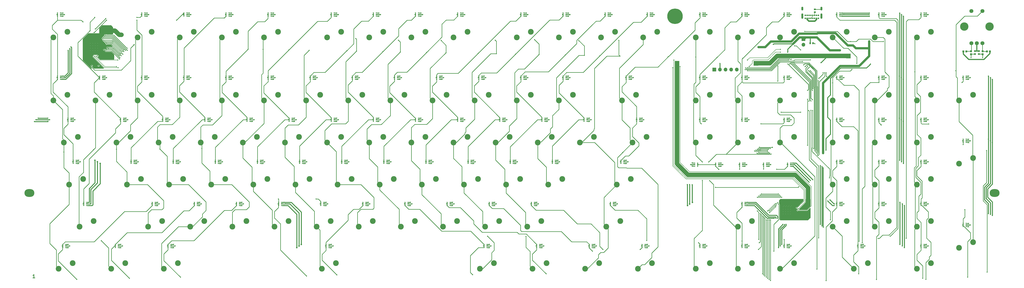
<source format=gtl>
%TF.GenerationSoftware,KiCad,Pcbnew,(5.1.7)-1*%
%TF.CreationDate,2021-06-04T23:16:26-04:00*%
%TF.ProjectId,694200101,36393432-3030-4313-9031-2e6b69636164,rev?*%
%TF.SameCoordinates,Original*%
%TF.FileFunction,Copper,L1,Top*%
%TF.FilePolarity,Positive*%
%FSLAX46Y46*%
G04 Gerber Fmt 4.6, Leading zero omitted, Abs format (unit mm)*
G04 Created by KiCad (PCBNEW (5.1.7)-1) date 2021-06-04 23:16:26*
%MOMM*%
%LPD*%
G01*
G04 APERTURE LIST*
%TA.AperFunction,NonConductor*%
%ADD10C,0.300000*%
%TD*%
%TA.AperFunction,EtchedComponent*%
%ADD11C,0.100000*%
%TD*%
%TA.AperFunction,ComponentPad*%
%ADD12O,0.900000X1.700000*%
%TD*%
%TA.AperFunction,ComponentPad*%
%ADD13O,0.900000X2.400000*%
%TD*%
%TA.AperFunction,ComponentPad*%
%ADD14C,0.700000*%
%TD*%
%TA.AperFunction,ComponentPad*%
%ADD15C,3.786000*%
%TD*%
%TA.AperFunction,ComponentPad*%
%ADD16C,1.800000*%
%TD*%
%TA.AperFunction,ComponentPad*%
%ADD17C,0.550000*%
%TD*%
%TA.AperFunction,ComponentPad*%
%ADD18C,0.558800*%
%TD*%
%TA.AperFunction,SMDPad,CuDef*%
%ADD19R,0.700000X0.500000*%
%TD*%
%TA.AperFunction,SMDPad,CuDef*%
%ADD20R,0.550000X0.400000*%
%TD*%
%TA.AperFunction,ComponentPad*%
%ADD21C,2.600000*%
%TD*%
%TA.AperFunction,ComponentPad*%
%ADD22O,1.700000X1.700000*%
%TD*%
%TA.AperFunction,ComponentPad*%
%ADD23R,1.700000X1.700000*%
%TD*%
%TA.AperFunction,ConnectorPad*%
%ADD24C,7.000000*%
%TD*%
%TA.AperFunction,ComponentPad*%
%ADD25C,3.900000*%
%TD*%
%TA.AperFunction,ComponentPad*%
%ADD26O,4.500000X3.500000*%
%TD*%
%TA.AperFunction,SMDPad,CuDef*%
%ADD27R,0.812132X0.708142*%
%TD*%
%TA.AperFunction,SMDPad,CuDef*%
%ADD28R,0.758142X0.812132*%
%TD*%
%TA.AperFunction,SMDPad,CuDef*%
%ADD29R,0.862132X0.690831*%
%TD*%
%TA.AperFunction,SMDPad,CuDef*%
%ADD30R,0.930000X0.970000*%
%TD*%
%TA.AperFunction,SMDPad,CuDef*%
%ADD31R,0.970000X0.930000*%
%TD*%
%TA.AperFunction,ViaPad*%
%ADD32C,0.558800*%
%TD*%
%TA.AperFunction,ViaPad*%
%ADD33C,0.508000*%
%TD*%
%TA.AperFunction,ViaPad*%
%ADD34C,0.711200*%
%TD*%
%TA.AperFunction,Conductor*%
%ADD35C,2.032000*%
%TD*%
%TA.AperFunction,Conductor*%
%ADD36C,0.508000*%
%TD*%
%TA.AperFunction,Conductor*%
%ADD37C,0.381000*%
%TD*%
%TA.AperFunction,Conductor*%
%ADD38C,0.254000*%
%TD*%
%TA.AperFunction,Conductor*%
%ADD39C,1.016000*%
%TD*%
%TA.AperFunction,Conductor*%
%ADD40C,0.203200*%
%TD*%
%TA.AperFunction,Conductor*%
%ADD41C,0.635000*%
%TD*%
%TA.AperFunction,Conductor*%
%ADD42C,0.025400*%
%TD*%
%TA.AperFunction,Conductor*%
%ADD43C,0.100000*%
%TD*%
G04 APERTURE END LIST*
D10*
X3603571Y-123487571D02*
X2746428Y-123487571D01*
X3175000Y-123487571D02*
X3175000Y-121987571D01*
X3032142Y-122201857D01*
X2889285Y-122344714D01*
X2746428Y-122416142D01*
D11*
%TO.C,D124*%
G36*
X68612500Y-71839000D02*
G01*
X67812500Y-71839000D01*
X67812500Y-71539000D01*
X68612500Y-71539000D01*
X68612500Y-71839000D01*
G37*
X68612500Y-71839000D02*
X67812500Y-71839000D01*
X67812500Y-71539000D01*
X68612500Y-71539000D01*
X68612500Y-71839000D01*
G36*
X68512500Y-70378500D02*
G01*
X67712500Y-70378500D01*
X67712500Y-70078500D01*
X68512500Y-70078500D01*
X68512500Y-70378500D01*
G37*
X68512500Y-70378500D02*
X67712500Y-70378500D01*
X67712500Y-70078500D01*
X68512500Y-70078500D01*
X68512500Y-70378500D01*
G36*
X69325500Y-71100000D02*
G01*
X68012500Y-71100000D01*
X68012500Y-70800000D01*
X69325500Y-70800000D01*
X69325500Y-71100000D01*
G37*
X69325500Y-71100000D02*
X68012500Y-71100000D01*
X68012500Y-70800000D01*
X69325500Y-70800000D01*
X69325500Y-71100000D01*
%TO.C,D220*%
G36*
X313864550Y-73089000D02*
G01*
X313064550Y-73089000D01*
X313064550Y-72789000D01*
X313864550Y-72789000D01*
X313864550Y-73089000D01*
G37*
X313864550Y-73089000D02*
X313064550Y-73089000D01*
X313064550Y-72789000D01*
X313864550Y-72789000D01*
X313864550Y-73089000D01*
G36*
X313764550Y-71628500D02*
G01*
X312964550Y-71628500D01*
X312964550Y-71328500D01*
X313764550Y-71328500D01*
X313764550Y-71628500D01*
G37*
X313764550Y-71628500D02*
X312964550Y-71628500D01*
X312964550Y-71328500D01*
X313764550Y-71328500D01*
X313764550Y-71628500D01*
G36*
X314577550Y-72350000D02*
G01*
X313264550Y-72350000D01*
X313264550Y-72050000D01*
X314577550Y-72050000D01*
X314577550Y-72350000D01*
G37*
X314577550Y-72350000D02*
X313264550Y-72350000D01*
X313264550Y-72050000D01*
X314577550Y-72050000D01*
X314577550Y-72350000D01*
%TO.C,D219*%
G36*
X406750000Y-5164000D02*
G01*
X405950000Y-5164000D01*
X405950000Y-4864000D01*
X406750000Y-4864000D01*
X406750000Y-5164000D01*
G37*
X406750000Y-5164000D02*
X405950000Y-5164000D01*
X405950000Y-4864000D01*
X406750000Y-4864000D01*
X406750000Y-5164000D01*
G36*
X406650000Y-3703500D02*
G01*
X405850000Y-3703500D01*
X405850000Y-3403500D01*
X406650000Y-3403500D01*
X406650000Y-3703500D01*
G37*
X406650000Y-3703500D02*
X405850000Y-3703500D01*
X405850000Y-3403500D01*
X406650000Y-3403500D01*
X406650000Y-3703500D01*
G36*
X407463000Y-4425000D02*
G01*
X406150000Y-4425000D01*
X406150000Y-4125000D01*
X407463000Y-4125000D01*
X407463000Y-4425000D01*
G37*
X407463000Y-4425000D02*
X406150000Y-4425000D01*
X406150000Y-4125000D01*
X407463000Y-4125000D01*
X407463000Y-4425000D01*
%TO.C,D218*%
G36*
X344837500Y-109939000D02*
G01*
X344037500Y-109939000D01*
X344037500Y-109639000D01*
X344837500Y-109639000D01*
X344837500Y-109939000D01*
G37*
X344837500Y-109939000D02*
X344037500Y-109939000D01*
X344037500Y-109639000D01*
X344837500Y-109639000D01*
X344837500Y-109939000D01*
G36*
X344737500Y-108478500D02*
G01*
X343937500Y-108478500D01*
X343937500Y-108178500D01*
X344737500Y-108178500D01*
X344737500Y-108478500D01*
G37*
X344737500Y-108478500D02*
X343937500Y-108478500D01*
X343937500Y-108178500D01*
X344737500Y-108178500D01*
X344737500Y-108478500D01*
G36*
X345550500Y-109200000D02*
G01*
X344237500Y-109200000D01*
X344237500Y-108900000D01*
X345550500Y-108900000D01*
X345550500Y-109200000D01*
G37*
X345550500Y-109200000D02*
X344237500Y-109200000D01*
X344237500Y-108900000D01*
X345550500Y-108900000D01*
X345550500Y-109200000D01*
%TO.C,D217*%
G36*
X301000000Y-71311000D02*
G01*
X301800000Y-71311000D01*
X301800000Y-71611000D01*
X301000000Y-71611000D01*
X301000000Y-71311000D01*
G37*
X301000000Y-71311000D02*
X301800000Y-71311000D01*
X301800000Y-71611000D01*
X301000000Y-71611000D01*
X301000000Y-71311000D01*
G36*
X301100000Y-72771500D02*
G01*
X301900000Y-72771500D01*
X301900000Y-73071500D01*
X301100000Y-73071500D01*
X301100000Y-72771500D01*
G37*
X301100000Y-72771500D02*
X301900000Y-72771500D01*
X301900000Y-73071500D01*
X301100000Y-73071500D01*
X301100000Y-72771500D01*
G36*
X300287000Y-72050000D02*
G01*
X301600000Y-72050000D01*
X301600000Y-72350000D01*
X300287000Y-72350000D01*
X300287000Y-72050000D01*
G37*
X300287000Y-72050000D02*
X301600000Y-72050000D01*
X301600000Y-72350000D01*
X300287000Y-72350000D01*
X300287000Y-72050000D01*
%TO.C,D216*%
G36*
X324709699Y-73089000D02*
G01*
X323909699Y-73089000D01*
X323909699Y-72789000D01*
X324709699Y-72789000D01*
X324709699Y-73089000D01*
G37*
X324709699Y-73089000D02*
X323909699Y-73089000D01*
X323909699Y-72789000D01*
X324709699Y-72789000D01*
X324709699Y-73089000D01*
G36*
X324609699Y-71628500D02*
G01*
X323809699Y-71628500D01*
X323809699Y-71328500D01*
X324609699Y-71328500D01*
X324609699Y-71628500D01*
G37*
X324609699Y-71628500D02*
X323809699Y-71628500D01*
X323809699Y-71328500D01*
X324609699Y-71328500D01*
X324609699Y-71628500D01*
G36*
X325422699Y-72350000D02*
G01*
X324109699Y-72350000D01*
X324109699Y-72050000D01*
X325422699Y-72050000D01*
X325422699Y-72350000D01*
G37*
X325422699Y-72350000D02*
X324109699Y-72350000D01*
X324109699Y-72050000D01*
X325422699Y-72050000D01*
X325422699Y-72350000D01*
%TO.C,D215*%
G36*
X387700000Y-5164000D02*
G01*
X386900000Y-5164000D01*
X386900000Y-4864000D01*
X387700000Y-4864000D01*
X387700000Y-5164000D01*
G37*
X387700000Y-5164000D02*
X386900000Y-5164000D01*
X386900000Y-4864000D01*
X387700000Y-4864000D01*
X387700000Y-5164000D01*
G36*
X387600000Y-3703500D02*
G01*
X386800000Y-3703500D01*
X386800000Y-3403500D01*
X387600000Y-3403500D01*
X387600000Y-3703500D01*
G37*
X387600000Y-3703500D02*
X386800000Y-3703500D01*
X386800000Y-3403500D01*
X387600000Y-3403500D01*
X387600000Y-3703500D01*
G36*
X388413000Y-4425000D02*
G01*
X387100000Y-4425000D01*
X387100000Y-4125000D01*
X388413000Y-4125000D01*
X388413000Y-4425000D01*
G37*
X388413000Y-4425000D02*
X387100000Y-4425000D01*
X387100000Y-4125000D01*
X388413000Y-4125000D01*
X388413000Y-4425000D01*
%TO.C,D214*%
G36*
X325787500Y-109939000D02*
G01*
X324987500Y-109939000D01*
X324987500Y-109639000D01*
X325787500Y-109639000D01*
X325787500Y-109939000D01*
G37*
X325787500Y-109939000D02*
X324987500Y-109939000D01*
X324987500Y-109639000D01*
X325787500Y-109639000D01*
X325787500Y-109939000D01*
G36*
X325687500Y-108478500D02*
G01*
X324887500Y-108478500D01*
X324887500Y-108178500D01*
X325687500Y-108178500D01*
X325687500Y-108478500D01*
G37*
X325687500Y-108478500D02*
X324887500Y-108478500D01*
X324887500Y-108178500D01*
X325687500Y-108178500D01*
X325687500Y-108478500D01*
G36*
X326500500Y-109200000D02*
G01*
X325187500Y-109200000D01*
X325187500Y-108900000D01*
X326500500Y-108900000D01*
X326500500Y-109200000D01*
G37*
X326500500Y-109200000D02*
X325187500Y-109200000D01*
X325187500Y-108900000D01*
X326500500Y-108900000D01*
X326500500Y-109200000D01*
%TO.C,D213*%
G36*
X325787500Y-90889000D02*
G01*
X324987500Y-90889000D01*
X324987500Y-90589000D01*
X325787500Y-90589000D01*
X325787500Y-90889000D01*
G37*
X325787500Y-90889000D02*
X324987500Y-90889000D01*
X324987500Y-90589000D01*
X325787500Y-90589000D01*
X325787500Y-90889000D01*
G36*
X325687500Y-89428500D02*
G01*
X324887500Y-89428500D01*
X324887500Y-89128500D01*
X325687500Y-89128500D01*
X325687500Y-89428500D01*
G37*
X325687500Y-89428500D02*
X324887500Y-89428500D01*
X324887500Y-89128500D01*
X325687500Y-89128500D01*
X325687500Y-89428500D01*
G36*
X326500500Y-90150000D02*
G01*
X325187500Y-90150000D01*
X325187500Y-89850000D01*
X326500500Y-89850000D01*
X326500500Y-90150000D01*
G37*
X326500500Y-90150000D02*
X325187500Y-90150000D01*
X325187500Y-89850000D01*
X326500500Y-89850000D01*
X326500500Y-90150000D01*
%TO.C,D212*%
G36*
X335554848Y-73089000D02*
G01*
X334754848Y-73089000D01*
X334754848Y-72789000D01*
X335554848Y-72789000D01*
X335554848Y-73089000D01*
G37*
X335554848Y-73089000D02*
X334754848Y-73089000D01*
X334754848Y-72789000D01*
X335554848Y-72789000D01*
X335554848Y-73089000D01*
G36*
X335454848Y-71628500D02*
G01*
X334654848Y-71628500D01*
X334654848Y-71328500D01*
X335454848Y-71328500D01*
X335454848Y-71628500D01*
G37*
X335454848Y-71628500D02*
X334654848Y-71628500D01*
X334654848Y-71328500D01*
X335454848Y-71328500D01*
X335454848Y-71628500D01*
G36*
X336267848Y-72350000D02*
G01*
X334954848Y-72350000D01*
X334954848Y-72050000D01*
X336267848Y-72050000D01*
X336267848Y-72350000D01*
G37*
X336267848Y-72350000D02*
X334954848Y-72350000D01*
X334954848Y-72050000D01*
X336267848Y-72050000D01*
X336267848Y-72350000D01*
%TO.C,D211*%
G36*
X368650000Y-5164000D02*
G01*
X367850000Y-5164000D01*
X367850000Y-4864000D01*
X368650000Y-4864000D01*
X368650000Y-5164000D01*
G37*
X368650000Y-5164000D02*
X367850000Y-5164000D01*
X367850000Y-4864000D01*
X368650000Y-4864000D01*
X368650000Y-5164000D01*
G36*
X368550000Y-3703500D02*
G01*
X367750000Y-3703500D01*
X367750000Y-3403500D01*
X368550000Y-3403500D01*
X368550000Y-3703500D01*
G37*
X368550000Y-3703500D02*
X367750000Y-3703500D01*
X367750000Y-3403500D01*
X368550000Y-3403500D01*
X368550000Y-3703500D01*
G36*
X369363000Y-4425000D02*
G01*
X368050000Y-4425000D01*
X368050000Y-4125000D01*
X369363000Y-4125000D01*
X369363000Y-4425000D01*
G37*
X369363000Y-4425000D02*
X368050000Y-4425000D01*
X368050000Y-4125000D01*
X369363000Y-4125000D01*
X369363000Y-4425000D01*
%TO.C,D210*%
G36*
X306737500Y-109939000D02*
G01*
X305937500Y-109939000D01*
X305937500Y-109639000D01*
X306737500Y-109639000D01*
X306737500Y-109939000D01*
G37*
X306737500Y-109939000D02*
X305937500Y-109939000D01*
X305937500Y-109639000D01*
X306737500Y-109639000D01*
X306737500Y-109939000D01*
G36*
X306637500Y-108478500D02*
G01*
X305837500Y-108478500D01*
X305837500Y-108178500D01*
X306637500Y-108178500D01*
X306637500Y-108478500D01*
G37*
X306637500Y-108478500D02*
X305837500Y-108478500D01*
X305837500Y-108178500D01*
X306637500Y-108178500D01*
X306637500Y-108478500D01*
G36*
X307450500Y-109200000D02*
G01*
X306137500Y-109200000D01*
X306137500Y-108900000D01*
X307450500Y-108900000D01*
X307450500Y-109200000D01*
G37*
X307450500Y-109200000D02*
X306137500Y-109200000D01*
X306137500Y-108900000D01*
X307450500Y-108900000D01*
X307450500Y-109200000D01*
%TO.C,D209*%
G36*
X266256250Y-90889000D02*
G01*
X265456250Y-90889000D01*
X265456250Y-90589000D01*
X266256250Y-90589000D01*
X266256250Y-90889000D01*
G37*
X266256250Y-90889000D02*
X265456250Y-90889000D01*
X265456250Y-90589000D01*
X266256250Y-90589000D01*
X266256250Y-90889000D01*
G36*
X266156250Y-89428500D02*
G01*
X265356250Y-89428500D01*
X265356250Y-89128500D01*
X266156250Y-89128500D01*
X266156250Y-89428500D01*
G37*
X266156250Y-89428500D02*
X265356250Y-89428500D01*
X265356250Y-89128500D01*
X266156250Y-89128500D01*
X266156250Y-89428500D01*
G36*
X266969250Y-90150000D02*
G01*
X265656250Y-90150000D01*
X265656250Y-89850000D01*
X266969250Y-89850000D01*
X266969250Y-90150000D01*
G37*
X266969250Y-90150000D02*
X265656250Y-90150000D01*
X265656250Y-89850000D01*
X266969250Y-89850000D01*
X266969250Y-90150000D01*
%TO.C,D208*%
G36*
X346400000Y-73089000D02*
G01*
X345600000Y-73089000D01*
X345600000Y-72789000D01*
X346400000Y-72789000D01*
X346400000Y-73089000D01*
G37*
X346400000Y-73089000D02*
X345600000Y-73089000D01*
X345600000Y-72789000D01*
X346400000Y-72789000D01*
X346400000Y-73089000D01*
G36*
X346300000Y-71628500D02*
G01*
X345500000Y-71628500D01*
X345500000Y-71328500D01*
X346300000Y-71328500D01*
X346300000Y-71628500D01*
G37*
X346300000Y-71628500D02*
X345500000Y-71628500D01*
X345500000Y-71328500D01*
X346300000Y-71328500D01*
X346300000Y-71628500D01*
G36*
X347113000Y-72350000D02*
G01*
X345800000Y-72350000D01*
X345800000Y-72050000D01*
X347113000Y-72050000D01*
X347113000Y-72350000D01*
G37*
X347113000Y-72350000D02*
X345800000Y-72350000D01*
X345800000Y-72050000D01*
X347113000Y-72050000D01*
X347113000Y-72350000D01*
%TO.C,D207*%
G36*
X368650000Y-33739000D02*
G01*
X367850000Y-33739000D01*
X367850000Y-33439000D01*
X368650000Y-33439000D01*
X368650000Y-33739000D01*
G37*
X368650000Y-33739000D02*
X367850000Y-33739000D01*
X367850000Y-33439000D01*
X368650000Y-33439000D01*
X368650000Y-33739000D01*
G36*
X368550000Y-32278500D02*
G01*
X367750000Y-32278500D01*
X367750000Y-31978500D01*
X368550000Y-31978500D01*
X368550000Y-32278500D01*
G37*
X368550000Y-32278500D02*
X367750000Y-32278500D01*
X367750000Y-31978500D01*
X368550000Y-31978500D01*
X368550000Y-32278500D01*
G36*
X369363000Y-33000000D02*
G01*
X368050000Y-33000000D01*
X368050000Y-32700000D01*
X369363000Y-32700000D01*
X369363000Y-33000000D01*
G37*
X369363000Y-33000000D02*
X368050000Y-33000000D01*
X368050000Y-32700000D01*
X369363000Y-32700000D01*
X369363000Y-33000000D01*
%TO.C,D206*%
G36*
X280543750Y-109939000D02*
G01*
X279743750Y-109939000D01*
X279743750Y-109639000D01*
X280543750Y-109639000D01*
X280543750Y-109939000D01*
G37*
X280543750Y-109939000D02*
X279743750Y-109939000D01*
X279743750Y-109639000D01*
X280543750Y-109639000D01*
X280543750Y-109939000D01*
G36*
X280443750Y-108478500D02*
G01*
X279643750Y-108478500D01*
X279643750Y-108178500D01*
X280443750Y-108178500D01*
X280443750Y-108478500D01*
G37*
X280443750Y-108478500D02*
X279643750Y-108478500D01*
X279643750Y-108178500D01*
X280443750Y-108178500D01*
X280443750Y-108478500D01*
G36*
X281256750Y-109200000D02*
G01*
X279943750Y-109200000D01*
X279943750Y-108900000D01*
X281256750Y-108900000D01*
X281256750Y-109200000D01*
G37*
X281256750Y-109200000D02*
X279943750Y-109200000D01*
X279943750Y-108900000D01*
X281256750Y-108900000D01*
X281256750Y-109200000D01*
%TO.C,D205*%
G36*
X230537500Y-90889000D02*
G01*
X229737500Y-90889000D01*
X229737500Y-90589000D01*
X230537500Y-90589000D01*
X230537500Y-90889000D01*
G37*
X230537500Y-90889000D02*
X229737500Y-90889000D01*
X229737500Y-90589000D01*
X230537500Y-90589000D01*
X230537500Y-90889000D01*
G36*
X230437500Y-89428500D02*
G01*
X229637500Y-89428500D01*
X229637500Y-89128500D01*
X230437500Y-89128500D01*
X230437500Y-89428500D01*
G37*
X230437500Y-89428500D02*
X229637500Y-89428500D01*
X229637500Y-89128500D01*
X230437500Y-89128500D01*
X230437500Y-89428500D01*
G36*
X231250500Y-90150000D02*
G01*
X229937500Y-90150000D01*
X229937500Y-89850000D01*
X231250500Y-89850000D01*
X231250500Y-90150000D01*
G37*
X231250500Y-90150000D02*
X229937500Y-90150000D01*
X229937500Y-89850000D01*
X231250500Y-89850000D01*
X231250500Y-90150000D01*
%TO.C,D204*%
G36*
X425800000Y-33739000D02*
G01*
X425000000Y-33739000D01*
X425000000Y-33439000D01*
X425800000Y-33439000D01*
X425800000Y-33739000D01*
G37*
X425800000Y-33739000D02*
X425000000Y-33739000D01*
X425000000Y-33439000D01*
X425800000Y-33439000D01*
X425800000Y-33739000D01*
G36*
X425700000Y-32278500D02*
G01*
X424900000Y-32278500D01*
X424900000Y-31978500D01*
X425700000Y-31978500D01*
X425700000Y-32278500D01*
G37*
X425700000Y-32278500D02*
X424900000Y-32278500D01*
X424900000Y-31978500D01*
X425700000Y-31978500D01*
X425700000Y-32278500D01*
G36*
X426513000Y-33000000D02*
G01*
X425200000Y-33000000D01*
X425200000Y-32700000D01*
X426513000Y-32700000D01*
X426513000Y-33000000D01*
G37*
X426513000Y-33000000D02*
X425200000Y-33000000D01*
X425200000Y-32700000D01*
X426513000Y-32700000D01*
X426513000Y-33000000D01*
%TO.C,D203*%
G36*
X387700000Y-33739000D02*
G01*
X386900000Y-33739000D01*
X386900000Y-33439000D01*
X387700000Y-33439000D01*
X387700000Y-33739000D01*
G37*
X387700000Y-33739000D02*
X386900000Y-33739000D01*
X386900000Y-33439000D01*
X387700000Y-33439000D01*
X387700000Y-33739000D01*
G36*
X387600000Y-32278500D02*
G01*
X386800000Y-32278500D01*
X386800000Y-31978500D01*
X387600000Y-31978500D01*
X387600000Y-32278500D01*
G37*
X387600000Y-32278500D02*
X386800000Y-32278500D01*
X386800000Y-31978500D01*
X387600000Y-31978500D01*
X387600000Y-32278500D01*
G36*
X388413000Y-33000000D02*
G01*
X387100000Y-33000000D01*
X387100000Y-32700000D01*
X388413000Y-32700000D01*
X388413000Y-33000000D01*
G37*
X388413000Y-33000000D02*
X387100000Y-33000000D01*
X387100000Y-32700000D01*
X388413000Y-32700000D01*
X388413000Y-33000000D01*
%TO.C,D202*%
G36*
X256731250Y-109939000D02*
G01*
X255931250Y-109939000D01*
X255931250Y-109639000D01*
X256731250Y-109639000D01*
X256731250Y-109939000D01*
G37*
X256731250Y-109939000D02*
X255931250Y-109939000D01*
X255931250Y-109639000D01*
X256731250Y-109639000D01*
X256731250Y-109939000D01*
G36*
X256631250Y-108478500D02*
G01*
X255831250Y-108478500D01*
X255831250Y-108178500D01*
X256631250Y-108178500D01*
X256631250Y-108478500D01*
G37*
X256631250Y-108478500D02*
X255831250Y-108478500D01*
X255831250Y-108178500D01*
X256631250Y-108178500D01*
X256631250Y-108478500D01*
G36*
X257444250Y-109200000D02*
G01*
X256131250Y-109200000D01*
X256131250Y-108900000D01*
X257444250Y-108900000D01*
X257444250Y-109200000D01*
G37*
X257444250Y-109200000D02*
X256131250Y-109200000D01*
X256131250Y-108900000D01*
X257444250Y-108900000D01*
X257444250Y-109200000D01*
%TO.C,D201*%
G36*
X211487500Y-90889000D02*
G01*
X210687500Y-90889000D01*
X210687500Y-90589000D01*
X211487500Y-90589000D01*
X211487500Y-90889000D01*
G37*
X211487500Y-90889000D02*
X210687500Y-90889000D01*
X210687500Y-90589000D01*
X211487500Y-90589000D01*
X211487500Y-90889000D01*
G36*
X211387500Y-89428500D02*
G01*
X210587500Y-89428500D01*
X210587500Y-89128500D01*
X211387500Y-89128500D01*
X211387500Y-89428500D01*
G37*
X211387500Y-89428500D02*
X210587500Y-89428500D01*
X210587500Y-89128500D01*
X211387500Y-89128500D01*
X211387500Y-89428500D01*
G36*
X212200500Y-90150000D02*
G01*
X210887500Y-90150000D01*
X210887500Y-89850000D01*
X212200500Y-89850000D01*
X212200500Y-90150000D01*
G37*
X212200500Y-90150000D02*
X210887500Y-90150000D01*
X210887500Y-89850000D01*
X212200500Y-89850000D01*
X212200500Y-90150000D01*
%TO.C,D200*%
G36*
X378175000Y-109939000D02*
G01*
X377375000Y-109939000D01*
X377375000Y-109639000D01*
X378175000Y-109639000D01*
X378175000Y-109939000D01*
G37*
X378175000Y-109939000D02*
X377375000Y-109939000D01*
X377375000Y-109639000D01*
X378175000Y-109639000D01*
X378175000Y-109939000D01*
G36*
X378075000Y-108478500D02*
G01*
X377275000Y-108478500D01*
X377275000Y-108178500D01*
X378075000Y-108178500D01*
X378075000Y-108478500D01*
G37*
X378075000Y-108478500D02*
X377275000Y-108478500D01*
X377275000Y-108178500D01*
X378075000Y-108178500D01*
X378075000Y-108478500D01*
G36*
X378888000Y-109200000D02*
G01*
X377575000Y-109200000D01*
X377575000Y-108900000D01*
X378888000Y-108900000D01*
X378888000Y-109200000D01*
G37*
X378888000Y-109200000D02*
X377575000Y-109200000D01*
X377575000Y-108900000D01*
X378888000Y-108900000D01*
X378888000Y-109200000D01*
%TO.C,D199*%
G36*
X368650000Y-52789000D02*
G01*
X367850000Y-52789000D01*
X367850000Y-52489000D01*
X368650000Y-52489000D01*
X368650000Y-52789000D01*
G37*
X368650000Y-52789000D02*
X367850000Y-52789000D01*
X367850000Y-52489000D01*
X368650000Y-52489000D01*
X368650000Y-52789000D01*
G36*
X368550000Y-51328500D02*
G01*
X367750000Y-51328500D01*
X367750000Y-51028500D01*
X368550000Y-51028500D01*
X368550000Y-51328500D01*
G37*
X368550000Y-51328500D02*
X367750000Y-51328500D01*
X367750000Y-51028500D01*
X368550000Y-51028500D01*
X368550000Y-51328500D01*
G36*
X369363000Y-52050000D02*
G01*
X368050000Y-52050000D01*
X368050000Y-51750000D01*
X369363000Y-51750000D01*
X369363000Y-52050000D01*
G37*
X369363000Y-52050000D02*
X368050000Y-52050000D01*
X368050000Y-51750000D01*
X369363000Y-51750000D01*
X369363000Y-52050000D01*
%TO.C,D198*%
G36*
X232918750Y-109939000D02*
G01*
X232118750Y-109939000D01*
X232118750Y-109639000D01*
X232918750Y-109639000D01*
X232918750Y-109939000D01*
G37*
X232918750Y-109939000D02*
X232118750Y-109939000D01*
X232118750Y-109639000D01*
X232918750Y-109639000D01*
X232918750Y-109939000D01*
G36*
X232818750Y-108478500D02*
G01*
X232018750Y-108478500D01*
X232018750Y-108178500D01*
X232818750Y-108178500D01*
X232818750Y-108478500D01*
G37*
X232818750Y-108478500D02*
X232018750Y-108478500D01*
X232018750Y-108178500D01*
X232818750Y-108178500D01*
X232818750Y-108478500D01*
G36*
X233631750Y-109200000D02*
G01*
X232318750Y-109200000D01*
X232318750Y-108900000D01*
X233631750Y-108900000D01*
X233631750Y-109200000D01*
G37*
X233631750Y-109200000D02*
X232318750Y-109200000D01*
X232318750Y-108900000D01*
X233631750Y-108900000D01*
X233631750Y-109200000D01*
%TO.C,D197*%
G36*
X192437500Y-90889000D02*
G01*
X191637500Y-90889000D01*
X191637500Y-90589000D01*
X192437500Y-90589000D01*
X192437500Y-90889000D01*
G37*
X192437500Y-90889000D02*
X191637500Y-90889000D01*
X191637500Y-90589000D01*
X192437500Y-90589000D01*
X192437500Y-90889000D01*
G36*
X192337500Y-89428500D02*
G01*
X191537500Y-89428500D01*
X191537500Y-89128500D01*
X192337500Y-89128500D01*
X192337500Y-89428500D01*
G37*
X192337500Y-89428500D02*
X191537500Y-89428500D01*
X191537500Y-89128500D01*
X192337500Y-89128500D01*
X192337500Y-89428500D01*
G36*
X193150500Y-90150000D02*
G01*
X191837500Y-90150000D01*
X191837500Y-89850000D01*
X193150500Y-89850000D01*
X193150500Y-90150000D01*
G37*
X193150500Y-90150000D02*
X191837500Y-90150000D01*
X191837500Y-89850000D01*
X193150500Y-89850000D01*
X193150500Y-90150000D01*
%TO.C,D196*%
G36*
X425800000Y-62314000D02*
G01*
X425000000Y-62314000D01*
X425000000Y-62014000D01*
X425800000Y-62014000D01*
X425800000Y-62314000D01*
G37*
X425800000Y-62314000D02*
X425000000Y-62314000D01*
X425000000Y-62014000D01*
X425800000Y-62014000D01*
X425800000Y-62314000D01*
G36*
X425700000Y-60853500D02*
G01*
X424900000Y-60853500D01*
X424900000Y-60553500D01*
X425700000Y-60553500D01*
X425700000Y-60853500D01*
G37*
X425700000Y-60853500D02*
X424900000Y-60853500D01*
X424900000Y-60553500D01*
X425700000Y-60553500D01*
X425700000Y-60853500D01*
G36*
X426513000Y-61575000D02*
G01*
X425200000Y-61575000D01*
X425200000Y-61275000D01*
X426513000Y-61275000D01*
X426513000Y-61575000D01*
G37*
X426513000Y-61575000D02*
X425200000Y-61575000D01*
X425200000Y-61275000D01*
X426513000Y-61275000D01*
X426513000Y-61575000D01*
%TO.C,D195*%
G36*
X406750000Y-52789000D02*
G01*
X405950000Y-52789000D01*
X405950000Y-52489000D01*
X406750000Y-52489000D01*
X406750000Y-52789000D01*
G37*
X406750000Y-52789000D02*
X405950000Y-52789000D01*
X405950000Y-52489000D01*
X406750000Y-52489000D01*
X406750000Y-52789000D01*
G36*
X406650000Y-51328500D02*
G01*
X405850000Y-51328500D01*
X405850000Y-51028500D01*
X406650000Y-51028500D01*
X406650000Y-51328500D01*
G37*
X406650000Y-51328500D02*
X405850000Y-51328500D01*
X405850000Y-51028500D01*
X406650000Y-51028500D01*
X406650000Y-51328500D01*
G36*
X407463000Y-52050000D02*
G01*
X406150000Y-52050000D01*
X406150000Y-51750000D01*
X407463000Y-51750000D01*
X407463000Y-52050000D01*
G37*
X407463000Y-52050000D02*
X406150000Y-52050000D01*
X406150000Y-51750000D01*
X407463000Y-51750000D01*
X407463000Y-52050000D01*
%TO.C,D194*%
G36*
X209106250Y-109939000D02*
G01*
X208306250Y-109939000D01*
X208306250Y-109639000D01*
X209106250Y-109639000D01*
X209106250Y-109939000D01*
G37*
X209106250Y-109939000D02*
X208306250Y-109939000D01*
X208306250Y-109639000D01*
X209106250Y-109639000D01*
X209106250Y-109939000D01*
G36*
X209006250Y-108478500D02*
G01*
X208206250Y-108478500D01*
X208206250Y-108178500D01*
X209006250Y-108178500D01*
X209006250Y-108478500D01*
G37*
X209006250Y-108478500D02*
X208206250Y-108478500D01*
X208206250Y-108178500D01*
X209006250Y-108178500D01*
X209006250Y-108478500D01*
G36*
X209819250Y-109200000D02*
G01*
X208506250Y-109200000D01*
X208506250Y-108900000D01*
X209819250Y-108900000D01*
X209819250Y-109200000D01*
G37*
X209819250Y-109200000D02*
X208506250Y-109200000D01*
X208506250Y-108900000D01*
X209819250Y-108900000D01*
X209819250Y-109200000D01*
%TO.C,D193*%
G36*
X173387500Y-90889000D02*
G01*
X172587500Y-90889000D01*
X172587500Y-90589000D01*
X173387500Y-90589000D01*
X173387500Y-90889000D01*
G37*
X173387500Y-90889000D02*
X172587500Y-90889000D01*
X172587500Y-90589000D01*
X173387500Y-90589000D01*
X173387500Y-90889000D01*
G36*
X173287500Y-89428500D02*
G01*
X172487500Y-89428500D01*
X172487500Y-89128500D01*
X173287500Y-89128500D01*
X173287500Y-89428500D01*
G37*
X173287500Y-89428500D02*
X172487500Y-89428500D01*
X172487500Y-89128500D01*
X173287500Y-89128500D01*
X173287500Y-89428500D01*
G36*
X174100500Y-90150000D02*
G01*
X172787500Y-90150000D01*
X172787500Y-89850000D01*
X174100500Y-89850000D01*
X174100500Y-90150000D01*
G37*
X174100500Y-90150000D02*
X172787500Y-90150000D01*
X172787500Y-89850000D01*
X174100500Y-89850000D01*
X174100500Y-90150000D01*
%TO.C,D192*%
G36*
X425800000Y-100414000D02*
G01*
X425000000Y-100414000D01*
X425000000Y-100114000D01*
X425800000Y-100114000D01*
X425800000Y-100414000D01*
G37*
X425800000Y-100414000D02*
X425000000Y-100414000D01*
X425000000Y-100114000D01*
X425800000Y-100114000D01*
X425800000Y-100414000D01*
G36*
X425700000Y-98953500D02*
G01*
X424900000Y-98953500D01*
X424900000Y-98653500D01*
X425700000Y-98653500D01*
X425700000Y-98953500D01*
G37*
X425700000Y-98953500D02*
X424900000Y-98953500D01*
X424900000Y-98653500D01*
X425700000Y-98653500D01*
X425700000Y-98953500D01*
G36*
X426513000Y-99675000D02*
G01*
X425200000Y-99675000D01*
X425200000Y-99375000D01*
X426513000Y-99375000D01*
X426513000Y-99675000D01*
G37*
X426513000Y-99675000D02*
X425200000Y-99675000D01*
X425200000Y-99375000D01*
X426513000Y-99375000D01*
X426513000Y-99675000D01*
%TO.C,D191*%
G36*
X387700000Y-52789000D02*
G01*
X386900000Y-52789000D01*
X386900000Y-52489000D01*
X387700000Y-52489000D01*
X387700000Y-52789000D01*
G37*
X387700000Y-52789000D02*
X386900000Y-52789000D01*
X386900000Y-52489000D01*
X387700000Y-52489000D01*
X387700000Y-52789000D01*
G36*
X387600000Y-51328500D02*
G01*
X386800000Y-51328500D01*
X386800000Y-51028500D01*
X387600000Y-51028500D01*
X387600000Y-51328500D01*
G37*
X387600000Y-51328500D02*
X386800000Y-51328500D01*
X386800000Y-51028500D01*
X387600000Y-51028500D01*
X387600000Y-51328500D01*
G36*
X388413000Y-52050000D02*
G01*
X387100000Y-52050000D01*
X387100000Y-51750000D01*
X388413000Y-51750000D01*
X388413000Y-52050000D01*
G37*
X388413000Y-52050000D02*
X387100000Y-52050000D01*
X387100000Y-51750000D01*
X388413000Y-51750000D01*
X388413000Y-52050000D01*
%TO.C,D190*%
G36*
X137668750Y-109939000D02*
G01*
X136868750Y-109939000D01*
X136868750Y-109639000D01*
X137668750Y-109639000D01*
X137668750Y-109939000D01*
G37*
X137668750Y-109939000D02*
X136868750Y-109939000D01*
X136868750Y-109639000D01*
X137668750Y-109639000D01*
X137668750Y-109939000D01*
G36*
X137568750Y-108478500D02*
G01*
X136768750Y-108478500D01*
X136768750Y-108178500D01*
X137568750Y-108178500D01*
X137568750Y-108478500D01*
G37*
X137568750Y-108478500D02*
X136768750Y-108478500D01*
X136768750Y-108178500D01*
X137568750Y-108178500D01*
X137568750Y-108478500D01*
G36*
X138381750Y-109200000D02*
G01*
X137068750Y-109200000D01*
X137068750Y-108900000D01*
X138381750Y-108900000D01*
X138381750Y-109200000D01*
G37*
X138381750Y-109200000D02*
X137068750Y-109200000D01*
X137068750Y-108900000D01*
X138381750Y-108900000D01*
X138381750Y-109200000D01*
%TO.C,D189*%
G36*
X154337500Y-90889000D02*
G01*
X153537500Y-90889000D01*
X153537500Y-90589000D01*
X154337500Y-90589000D01*
X154337500Y-90889000D01*
G37*
X154337500Y-90889000D02*
X153537500Y-90889000D01*
X153537500Y-90589000D01*
X154337500Y-90589000D01*
X154337500Y-90889000D01*
G36*
X154237500Y-89428500D02*
G01*
X153437500Y-89428500D01*
X153437500Y-89128500D01*
X154237500Y-89128500D01*
X154237500Y-89428500D01*
G37*
X154237500Y-89428500D02*
X153437500Y-89428500D01*
X153437500Y-89128500D01*
X154237500Y-89128500D01*
X154237500Y-89428500D01*
G36*
X155050500Y-90150000D02*
G01*
X153737500Y-90150000D01*
X153737500Y-89850000D01*
X155050500Y-89850000D01*
X155050500Y-90150000D01*
G37*
X155050500Y-90150000D02*
X153737500Y-90150000D01*
X153737500Y-89850000D01*
X155050500Y-89850000D01*
X155050500Y-90150000D01*
%TO.C,D188*%
G36*
X406750000Y-109939000D02*
G01*
X405950000Y-109939000D01*
X405950000Y-109639000D01*
X406750000Y-109639000D01*
X406750000Y-109939000D01*
G37*
X406750000Y-109939000D02*
X405950000Y-109939000D01*
X405950000Y-109639000D01*
X406750000Y-109639000D01*
X406750000Y-109939000D01*
G36*
X406650000Y-108478500D02*
G01*
X405850000Y-108478500D01*
X405850000Y-108178500D01*
X406650000Y-108178500D01*
X406650000Y-108478500D01*
G37*
X406650000Y-108478500D02*
X405850000Y-108478500D01*
X405850000Y-108178500D01*
X406650000Y-108178500D01*
X406650000Y-108478500D01*
G36*
X407463000Y-109200000D02*
G01*
X406150000Y-109200000D01*
X406150000Y-108900000D01*
X407463000Y-108900000D01*
X407463000Y-109200000D01*
G37*
X407463000Y-109200000D02*
X406150000Y-109200000D01*
X406150000Y-108900000D01*
X407463000Y-108900000D01*
X407463000Y-109200000D01*
%TO.C,D187*%
G36*
X406750000Y-33739000D02*
G01*
X405950000Y-33739000D01*
X405950000Y-33439000D01*
X406750000Y-33439000D01*
X406750000Y-33739000D01*
G37*
X406750000Y-33739000D02*
X405950000Y-33739000D01*
X405950000Y-33439000D01*
X406750000Y-33439000D01*
X406750000Y-33739000D01*
G36*
X406650000Y-32278500D02*
G01*
X405850000Y-32278500D01*
X405850000Y-31978500D01*
X406650000Y-31978500D01*
X406650000Y-32278500D01*
G37*
X406650000Y-32278500D02*
X405850000Y-32278500D01*
X405850000Y-31978500D01*
X406650000Y-31978500D01*
X406650000Y-32278500D01*
G36*
X407463000Y-33000000D02*
G01*
X406150000Y-33000000D01*
X406150000Y-32700000D01*
X407463000Y-32700000D01*
X407463000Y-33000000D01*
G37*
X407463000Y-33000000D02*
X406150000Y-33000000D01*
X406150000Y-32700000D01*
X407463000Y-32700000D01*
X407463000Y-33000000D01*
%TO.C,D186*%
G36*
X116237500Y-90889000D02*
G01*
X115437500Y-90889000D01*
X115437500Y-90589000D01*
X116237500Y-90589000D01*
X116237500Y-90889000D01*
G37*
X116237500Y-90889000D02*
X115437500Y-90889000D01*
X115437500Y-90589000D01*
X116237500Y-90589000D01*
X116237500Y-90889000D01*
G36*
X116137500Y-89428500D02*
G01*
X115337500Y-89428500D01*
X115337500Y-89128500D01*
X116137500Y-89128500D01*
X116137500Y-89428500D01*
G37*
X116137500Y-89428500D02*
X115337500Y-89428500D01*
X115337500Y-89128500D01*
X116137500Y-89128500D01*
X116137500Y-89428500D01*
G36*
X116950500Y-90150000D02*
G01*
X115637500Y-90150000D01*
X115637500Y-89850000D01*
X116950500Y-89850000D01*
X116950500Y-90150000D01*
G37*
X116950500Y-90150000D02*
X115637500Y-90150000D01*
X115637500Y-89850000D01*
X116950500Y-89850000D01*
X116950500Y-90150000D01*
%TO.C,D185*%
G36*
X135287500Y-90889000D02*
G01*
X134487500Y-90889000D01*
X134487500Y-90589000D01*
X135287500Y-90589000D01*
X135287500Y-90889000D01*
G37*
X135287500Y-90889000D02*
X134487500Y-90889000D01*
X134487500Y-90589000D01*
X135287500Y-90589000D01*
X135287500Y-90889000D01*
G36*
X135187500Y-89428500D02*
G01*
X134387500Y-89428500D01*
X134387500Y-89128500D01*
X135187500Y-89128500D01*
X135187500Y-89428500D01*
G37*
X135187500Y-89428500D02*
X134387500Y-89428500D01*
X134387500Y-89128500D01*
X135187500Y-89128500D01*
X135187500Y-89428500D01*
G36*
X136000500Y-90150000D02*
G01*
X134687500Y-90150000D01*
X134687500Y-89850000D01*
X136000500Y-89850000D01*
X136000500Y-90150000D01*
G37*
X136000500Y-90150000D02*
X134687500Y-90150000D01*
X134687500Y-89850000D01*
X136000500Y-89850000D01*
X136000500Y-90150000D01*
%TO.C,D184*%
G36*
X406750000Y-90889000D02*
G01*
X405950000Y-90889000D01*
X405950000Y-90589000D01*
X406750000Y-90589000D01*
X406750000Y-90889000D01*
G37*
X406750000Y-90889000D02*
X405950000Y-90889000D01*
X405950000Y-90589000D01*
X406750000Y-90589000D01*
X406750000Y-90889000D01*
G36*
X406650000Y-89428500D02*
G01*
X405850000Y-89428500D01*
X405850000Y-89128500D01*
X406650000Y-89128500D01*
X406650000Y-89428500D01*
G37*
X406650000Y-89428500D02*
X405850000Y-89428500D01*
X405850000Y-89128500D01*
X406650000Y-89128500D01*
X406650000Y-89428500D01*
G36*
X407463000Y-90150000D02*
G01*
X406150000Y-90150000D01*
X406150000Y-89850000D01*
X407463000Y-89850000D01*
X407463000Y-90150000D01*
G37*
X407463000Y-90150000D02*
X406150000Y-90150000D01*
X406150000Y-89850000D01*
X407463000Y-89850000D01*
X407463000Y-90150000D01*
%TO.C,D183*%
G36*
X406750000Y-71839000D02*
G01*
X405950000Y-71839000D01*
X405950000Y-71539000D01*
X406750000Y-71539000D01*
X406750000Y-71839000D01*
G37*
X406750000Y-71839000D02*
X405950000Y-71839000D01*
X405950000Y-71539000D01*
X406750000Y-71539000D01*
X406750000Y-71839000D01*
G36*
X406650000Y-70378500D02*
G01*
X405850000Y-70378500D01*
X405850000Y-70078500D01*
X406650000Y-70078500D01*
X406650000Y-70378500D01*
G37*
X406650000Y-70378500D02*
X405850000Y-70378500D01*
X405850000Y-70078500D01*
X406650000Y-70078500D01*
X406650000Y-70378500D01*
G36*
X407463000Y-71100000D02*
G01*
X406150000Y-71100000D01*
X406150000Y-70800000D01*
X407463000Y-70800000D01*
X407463000Y-71100000D01*
G37*
X407463000Y-71100000D02*
X406150000Y-71100000D01*
X406150000Y-70800000D01*
X407463000Y-70800000D01*
X407463000Y-71100000D01*
%TO.C,D182*%
G36*
X66231250Y-109939000D02*
G01*
X65431250Y-109939000D01*
X65431250Y-109639000D01*
X66231250Y-109639000D01*
X66231250Y-109939000D01*
G37*
X66231250Y-109939000D02*
X65431250Y-109939000D01*
X65431250Y-109639000D01*
X66231250Y-109639000D01*
X66231250Y-109939000D01*
G36*
X66131250Y-108478500D02*
G01*
X65331250Y-108478500D01*
X65331250Y-108178500D01*
X66131250Y-108178500D01*
X66131250Y-108478500D01*
G37*
X66131250Y-108478500D02*
X65331250Y-108478500D01*
X65331250Y-108178500D01*
X66131250Y-108178500D01*
X66131250Y-108478500D01*
G36*
X66944250Y-109200000D02*
G01*
X65631250Y-109200000D01*
X65631250Y-108900000D01*
X66944250Y-108900000D01*
X66944250Y-109200000D01*
G37*
X66944250Y-109200000D02*
X65631250Y-109200000D01*
X65631250Y-108900000D01*
X66944250Y-108900000D01*
X66944250Y-109200000D01*
%TO.C,D181*%
G36*
X97187500Y-90889000D02*
G01*
X96387500Y-90889000D01*
X96387500Y-90589000D01*
X97187500Y-90589000D01*
X97187500Y-90889000D01*
G37*
X97187500Y-90889000D02*
X96387500Y-90889000D01*
X96387500Y-90589000D01*
X97187500Y-90589000D01*
X97187500Y-90889000D01*
G36*
X97087500Y-89428500D02*
G01*
X96287500Y-89428500D01*
X96287500Y-89128500D01*
X97087500Y-89128500D01*
X97087500Y-89428500D01*
G37*
X97087500Y-89428500D02*
X96287500Y-89428500D01*
X96287500Y-89128500D01*
X97087500Y-89128500D01*
X97087500Y-89428500D01*
G36*
X97900500Y-90150000D02*
G01*
X96587500Y-90150000D01*
X96587500Y-89850000D01*
X97900500Y-89850000D01*
X97900500Y-90150000D01*
G37*
X97900500Y-90150000D02*
X96587500Y-90150000D01*
X96587500Y-89850000D01*
X97900500Y-89850000D01*
X97900500Y-90150000D01*
%TO.C,D180*%
G36*
X387700000Y-90889000D02*
G01*
X386900000Y-90889000D01*
X386900000Y-90589000D01*
X387700000Y-90589000D01*
X387700000Y-90889000D01*
G37*
X387700000Y-90889000D02*
X386900000Y-90889000D01*
X386900000Y-90589000D01*
X387700000Y-90589000D01*
X387700000Y-90889000D01*
G36*
X387600000Y-89428500D02*
G01*
X386800000Y-89428500D01*
X386800000Y-89128500D01*
X387600000Y-89128500D01*
X387600000Y-89428500D01*
G37*
X387600000Y-89428500D02*
X386800000Y-89428500D01*
X386800000Y-89128500D01*
X387600000Y-89128500D01*
X387600000Y-89428500D01*
G36*
X388413000Y-90150000D02*
G01*
X387100000Y-90150000D01*
X387100000Y-89850000D01*
X388413000Y-89850000D01*
X388413000Y-90150000D01*
G37*
X388413000Y-90150000D02*
X387100000Y-90150000D01*
X387100000Y-89850000D01*
X388413000Y-89850000D01*
X388413000Y-90150000D01*
%TO.C,D179*%
G36*
X387700000Y-71839000D02*
G01*
X386900000Y-71839000D01*
X386900000Y-71539000D01*
X387700000Y-71539000D01*
X387700000Y-71839000D01*
G37*
X387700000Y-71839000D02*
X386900000Y-71839000D01*
X386900000Y-71539000D01*
X387700000Y-71539000D01*
X387700000Y-71839000D01*
G36*
X387600000Y-70378500D02*
G01*
X386800000Y-70378500D01*
X386800000Y-70078500D01*
X387600000Y-70078500D01*
X387600000Y-70378500D01*
G37*
X387600000Y-70378500D02*
X386800000Y-70378500D01*
X386800000Y-70078500D01*
X387600000Y-70078500D01*
X387600000Y-70378500D01*
G36*
X388413000Y-71100000D02*
G01*
X387100000Y-71100000D01*
X387100000Y-70800000D01*
X388413000Y-70800000D01*
X388413000Y-71100000D01*
G37*
X388413000Y-71100000D02*
X387100000Y-71100000D01*
X387100000Y-70800000D01*
X388413000Y-70800000D01*
X388413000Y-71100000D01*
%TO.C,D178*%
G36*
X42418750Y-109939000D02*
G01*
X41618750Y-109939000D01*
X41618750Y-109639000D01*
X42418750Y-109639000D01*
X42418750Y-109939000D01*
G37*
X42418750Y-109939000D02*
X41618750Y-109939000D01*
X41618750Y-109639000D01*
X42418750Y-109639000D01*
X42418750Y-109939000D01*
G36*
X42318750Y-108478500D02*
G01*
X41518750Y-108478500D01*
X41518750Y-108178500D01*
X42318750Y-108178500D01*
X42318750Y-108478500D01*
G37*
X42318750Y-108478500D02*
X41518750Y-108478500D01*
X41518750Y-108178500D01*
X42318750Y-108178500D01*
X42318750Y-108478500D01*
G36*
X43131750Y-109200000D02*
G01*
X41818750Y-109200000D01*
X41818750Y-108900000D01*
X43131750Y-108900000D01*
X43131750Y-109200000D01*
G37*
X43131750Y-109200000D02*
X41818750Y-109200000D01*
X41818750Y-108900000D01*
X43131750Y-108900000D01*
X43131750Y-109200000D01*
%TO.C,D177*%
G36*
X78137500Y-90889000D02*
G01*
X77337500Y-90889000D01*
X77337500Y-90589000D01*
X78137500Y-90589000D01*
X78137500Y-90889000D01*
G37*
X78137500Y-90889000D02*
X77337500Y-90889000D01*
X77337500Y-90589000D01*
X78137500Y-90589000D01*
X78137500Y-90889000D01*
G36*
X78037500Y-89428500D02*
G01*
X77237500Y-89428500D01*
X77237500Y-89128500D01*
X78037500Y-89128500D01*
X78037500Y-89428500D01*
G37*
X78037500Y-89428500D02*
X77237500Y-89428500D01*
X77237500Y-89128500D01*
X78037500Y-89128500D01*
X78037500Y-89428500D01*
G36*
X78850500Y-90150000D02*
G01*
X77537500Y-90150000D01*
X77537500Y-89850000D01*
X78850500Y-89850000D01*
X78850500Y-90150000D01*
G37*
X78850500Y-90150000D02*
X77537500Y-90150000D01*
X77537500Y-89850000D01*
X78850500Y-89850000D01*
X78850500Y-90150000D01*
%TO.C,D176*%
G36*
X368650000Y-90889000D02*
G01*
X367850000Y-90889000D01*
X367850000Y-90589000D01*
X368650000Y-90589000D01*
X368650000Y-90889000D01*
G37*
X368650000Y-90889000D02*
X367850000Y-90889000D01*
X367850000Y-90589000D01*
X368650000Y-90589000D01*
X368650000Y-90889000D01*
G36*
X368550000Y-89428500D02*
G01*
X367750000Y-89428500D01*
X367750000Y-89128500D01*
X368550000Y-89128500D01*
X368550000Y-89428500D01*
G37*
X368550000Y-89428500D02*
X367750000Y-89428500D01*
X367750000Y-89128500D01*
X368550000Y-89128500D01*
X368550000Y-89428500D01*
G36*
X369363000Y-90150000D02*
G01*
X368050000Y-90150000D01*
X368050000Y-89850000D01*
X369363000Y-89850000D01*
X369363000Y-90150000D01*
G37*
X369363000Y-90150000D02*
X368050000Y-90150000D01*
X368050000Y-89850000D01*
X369363000Y-89850000D01*
X369363000Y-90150000D01*
%TO.C,D175*%
G36*
X368650000Y-71839000D02*
G01*
X367850000Y-71839000D01*
X367850000Y-71539000D01*
X368650000Y-71539000D01*
X368650000Y-71839000D01*
G37*
X368650000Y-71839000D02*
X367850000Y-71839000D01*
X367850000Y-71539000D01*
X368650000Y-71539000D01*
X368650000Y-71839000D01*
G36*
X368550000Y-70378500D02*
G01*
X367750000Y-70378500D01*
X367750000Y-70078500D01*
X368550000Y-70078500D01*
X368550000Y-70378500D01*
G37*
X368550000Y-70378500D02*
X367750000Y-70378500D01*
X367750000Y-70078500D01*
X368550000Y-70078500D01*
X368550000Y-70378500D01*
G36*
X369363000Y-71100000D02*
G01*
X368050000Y-71100000D01*
X368050000Y-70800000D01*
X369363000Y-70800000D01*
X369363000Y-71100000D01*
G37*
X369363000Y-71100000D02*
X368050000Y-71100000D01*
X368050000Y-70800000D01*
X369363000Y-70800000D01*
X369363000Y-71100000D01*
%TO.C,D174*%
G36*
X18606250Y-109939000D02*
G01*
X17806250Y-109939000D01*
X17806250Y-109639000D01*
X18606250Y-109639000D01*
X18606250Y-109939000D01*
G37*
X18606250Y-109939000D02*
X17806250Y-109939000D01*
X17806250Y-109639000D01*
X18606250Y-109639000D01*
X18606250Y-109939000D01*
G36*
X18506250Y-108478500D02*
G01*
X17706250Y-108478500D01*
X17706250Y-108178500D01*
X18506250Y-108178500D01*
X18506250Y-108478500D01*
G37*
X18506250Y-108478500D02*
X17706250Y-108478500D01*
X17706250Y-108178500D01*
X18506250Y-108178500D01*
X18506250Y-108478500D01*
G36*
X19319250Y-109200000D02*
G01*
X18006250Y-109200000D01*
X18006250Y-108900000D01*
X19319250Y-108900000D01*
X19319250Y-109200000D01*
G37*
X19319250Y-109200000D02*
X18006250Y-109200000D01*
X18006250Y-108900000D01*
X19319250Y-108900000D01*
X19319250Y-109200000D01*
%TO.C,D173*%
G36*
X59087500Y-90889000D02*
G01*
X58287500Y-90889000D01*
X58287500Y-90589000D01*
X59087500Y-90589000D01*
X59087500Y-90889000D01*
G37*
X59087500Y-90889000D02*
X58287500Y-90889000D01*
X58287500Y-90589000D01*
X59087500Y-90589000D01*
X59087500Y-90889000D01*
G36*
X58987500Y-89428500D02*
G01*
X58187500Y-89428500D01*
X58187500Y-89128500D01*
X58987500Y-89128500D01*
X58987500Y-89428500D01*
G37*
X58987500Y-89428500D02*
X58187500Y-89428500D01*
X58187500Y-89128500D01*
X58987500Y-89128500D01*
X58987500Y-89428500D01*
G36*
X59800500Y-90150000D02*
G01*
X58487500Y-90150000D01*
X58487500Y-89850000D01*
X59800500Y-89850000D01*
X59800500Y-90150000D01*
G37*
X59800500Y-90150000D02*
X58487500Y-90150000D01*
X58487500Y-89850000D01*
X59800500Y-89850000D01*
X59800500Y-90150000D01*
%TO.C,D172*%
G36*
X344837500Y-33739000D02*
G01*
X344037500Y-33739000D01*
X344037500Y-33439000D01*
X344837500Y-33439000D01*
X344837500Y-33739000D01*
G37*
X344837500Y-33739000D02*
X344037500Y-33739000D01*
X344037500Y-33439000D01*
X344837500Y-33439000D01*
X344837500Y-33739000D01*
G36*
X344737500Y-32278500D02*
G01*
X343937500Y-32278500D01*
X343937500Y-31978500D01*
X344737500Y-31978500D01*
X344737500Y-32278500D01*
G37*
X344737500Y-32278500D02*
X343937500Y-32278500D01*
X343937500Y-31978500D01*
X344737500Y-31978500D01*
X344737500Y-32278500D01*
G36*
X345550500Y-33000000D02*
G01*
X344237500Y-33000000D01*
X344237500Y-32700000D01*
X345550500Y-32700000D01*
X345550500Y-33000000D01*
G37*
X345550500Y-33000000D02*
X344237500Y-33000000D01*
X344237500Y-32700000D01*
X345550500Y-32700000D01*
X345550500Y-33000000D01*
%TO.C,D171*%
G36*
X325787500Y-52789000D02*
G01*
X324987500Y-52789000D01*
X324987500Y-52489000D01*
X325787500Y-52489000D01*
X325787500Y-52789000D01*
G37*
X325787500Y-52789000D02*
X324987500Y-52789000D01*
X324987500Y-52489000D01*
X325787500Y-52489000D01*
X325787500Y-52789000D01*
G36*
X325687500Y-51328500D02*
G01*
X324887500Y-51328500D01*
X324887500Y-51028500D01*
X325687500Y-51028500D01*
X325687500Y-51328500D01*
G37*
X325687500Y-51328500D02*
X324887500Y-51328500D01*
X324887500Y-51028500D01*
X325687500Y-51028500D01*
X325687500Y-51328500D01*
G36*
X326500500Y-52050000D02*
G01*
X325187500Y-52050000D01*
X325187500Y-51750000D01*
X326500500Y-51750000D01*
X326500500Y-52050000D01*
G37*
X326500500Y-52050000D02*
X325187500Y-52050000D01*
X325187500Y-51750000D01*
X326500500Y-51750000D01*
X326500500Y-52050000D01*
%TO.C,D170*%
G36*
X325787500Y-33739000D02*
G01*
X324987500Y-33739000D01*
X324987500Y-33439000D01*
X325787500Y-33439000D01*
X325787500Y-33739000D01*
G37*
X325787500Y-33739000D02*
X324987500Y-33739000D01*
X324987500Y-33439000D01*
X325787500Y-33439000D01*
X325787500Y-33739000D01*
G36*
X325687500Y-32278500D02*
G01*
X324887500Y-32278500D01*
X324887500Y-31978500D01*
X325687500Y-31978500D01*
X325687500Y-32278500D01*
G37*
X325687500Y-32278500D02*
X324887500Y-32278500D01*
X324887500Y-31978500D01*
X325687500Y-31978500D01*
X325687500Y-32278500D01*
G36*
X326500500Y-33000000D02*
G01*
X325187500Y-33000000D01*
X325187500Y-32700000D01*
X326500500Y-32700000D01*
X326500500Y-33000000D01*
G37*
X326500500Y-33000000D02*
X325187500Y-33000000D01*
X325187500Y-32700000D01*
X326500500Y-32700000D01*
X326500500Y-33000000D01*
%TO.C,D169*%
G36*
X344837500Y-5164000D02*
G01*
X344037500Y-5164000D01*
X344037500Y-4864000D01*
X344837500Y-4864000D01*
X344837500Y-5164000D01*
G37*
X344837500Y-5164000D02*
X344037500Y-5164000D01*
X344037500Y-4864000D01*
X344837500Y-4864000D01*
X344837500Y-5164000D01*
G36*
X344737500Y-3703500D02*
G01*
X343937500Y-3703500D01*
X343937500Y-3403500D01*
X344737500Y-3403500D01*
X344737500Y-3703500D01*
G37*
X344737500Y-3703500D02*
X343937500Y-3703500D01*
X343937500Y-3403500D01*
X344737500Y-3403500D01*
X344737500Y-3703500D01*
G36*
X345550500Y-4425000D02*
G01*
X344237500Y-4425000D01*
X344237500Y-4125000D01*
X345550500Y-4125000D01*
X345550500Y-4425000D01*
G37*
X345550500Y-4425000D02*
X344237500Y-4425000D01*
X344237500Y-4125000D01*
X345550500Y-4125000D01*
X345550500Y-4425000D01*
%TO.C,D168*%
G36*
X344837500Y-52789000D02*
G01*
X344037500Y-52789000D01*
X344037500Y-52489000D01*
X344837500Y-52489000D01*
X344837500Y-52789000D01*
G37*
X344837500Y-52789000D02*
X344037500Y-52789000D01*
X344037500Y-52489000D01*
X344837500Y-52489000D01*
X344837500Y-52789000D01*
G36*
X344737500Y-51328500D02*
G01*
X343937500Y-51328500D01*
X343937500Y-51028500D01*
X344737500Y-51028500D01*
X344737500Y-51328500D01*
G37*
X344737500Y-51328500D02*
X343937500Y-51328500D01*
X343937500Y-51028500D01*
X344737500Y-51028500D01*
X344737500Y-51328500D01*
G36*
X345550500Y-52050000D02*
G01*
X344237500Y-52050000D01*
X344237500Y-51750000D01*
X345550500Y-51750000D01*
X345550500Y-52050000D01*
G37*
X345550500Y-52050000D02*
X344237500Y-52050000D01*
X344237500Y-51750000D01*
X345550500Y-51750000D01*
X345550500Y-52050000D01*
%TO.C,D167*%
G36*
X306737500Y-52789000D02*
G01*
X305937500Y-52789000D01*
X305937500Y-52489000D01*
X306737500Y-52489000D01*
X306737500Y-52789000D01*
G37*
X306737500Y-52789000D02*
X305937500Y-52789000D01*
X305937500Y-52489000D01*
X306737500Y-52489000D01*
X306737500Y-52789000D01*
G36*
X306637500Y-51328500D02*
G01*
X305837500Y-51328500D01*
X305837500Y-51028500D01*
X306637500Y-51028500D01*
X306637500Y-51328500D01*
G37*
X306637500Y-51328500D02*
X305837500Y-51328500D01*
X305837500Y-51028500D01*
X306637500Y-51028500D01*
X306637500Y-51328500D01*
G36*
X307450500Y-52050000D02*
G01*
X306137500Y-52050000D01*
X306137500Y-51750000D01*
X307450500Y-51750000D01*
X307450500Y-52050000D01*
G37*
X307450500Y-52050000D02*
X306137500Y-52050000D01*
X306137500Y-51750000D01*
X307450500Y-51750000D01*
X307450500Y-52050000D01*
%TO.C,D166*%
G36*
X306737500Y-33739000D02*
G01*
X305937500Y-33739000D01*
X305937500Y-33439000D01*
X306737500Y-33439000D01*
X306737500Y-33739000D01*
G37*
X306737500Y-33739000D02*
X305937500Y-33739000D01*
X305937500Y-33439000D01*
X306737500Y-33439000D01*
X306737500Y-33739000D01*
G36*
X306637500Y-32278500D02*
G01*
X305837500Y-32278500D01*
X305837500Y-31978500D01*
X306637500Y-31978500D01*
X306637500Y-32278500D01*
G37*
X306637500Y-32278500D02*
X305837500Y-32278500D01*
X305837500Y-31978500D01*
X306637500Y-31978500D01*
X306637500Y-32278500D01*
G36*
X307450500Y-33000000D02*
G01*
X306137500Y-33000000D01*
X306137500Y-32700000D01*
X307450500Y-32700000D01*
X307450500Y-33000000D01*
G37*
X307450500Y-33000000D02*
X306137500Y-33000000D01*
X306137500Y-32700000D01*
X307450500Y-32700000D01*
X307450500Y-33000000D01*
%TO.C,D165*%
G36*
X325787500Y-5164000D02*
G01*
X324987500Y-5164000D01*
X324987500Y-4864000D01*
X325787500Y-4864000D01*
X325787500Y-5164000D01*
G37*
X325787500Y-5164000D02*
X324987500Y-5164000D01*
X324987500Y-4864000D01*
X325787500Y-4864000D01*
X325787500Y-5164000D01*
G36*
X325687500Y-3703500D02*
G01*
X324887500Y-3703500D01*
X324887500Y-3403500D01*
X325687500Y-3403500D01*
X325687500Y-3703500D01*
G37*
X325687500Y-3703500D02*
X324887500Y-3703500D01*
X324887500Y-3403500D01*
X325687500Y-3403500D01*
X325687500Y-3703500D01*
G36*
X326500500Y-4425000D02*
G01*
X325187500Y-4425000D01*
X325187500Y-4125000D01*
X326500500Y-4125000D01*
X326500500Y-4425000D01*
G37*
X326500500Y-4425000D02*
X325187500Y-4425000D01*
X325187500Y-4125000D01*
X326500500Y-4125000D01*
X326500500Y-4425000D01*
%TO.C,D164*%
G36*
X271018750Y-71839000D02*
G01*
X270218750Y-71839000D01*
X270218750Y-71539000D01*
X271018750Y-71539000D01*
X271018750Y-71839000D01*
G37*
X271018750Y-71839000D02*
X270218750Y-71839000D01*
X270218750Y-71539000D01*
X271018750Y-71539000D01*
X271018750Y-71839000D01*
G36*
X270918750Y-70378500D02*
G01*
X270118750Y-70378500D01*
X270118750Y-70078500D01*
X270918750Y-70078500D01*
X270918750Y-70378500D01*
G37*
X270918750Y-70378500D02*
X270118750Y-70378500D01*
X270118750Y-70078500D01*
X270918750Y-70078500D01*
X270918750Y-70378500D01*
G36*
X271731750Y-71100000D02*
G01*
X270418750Y-71100000D01*
X270418750Y-70800000D01*
X271731750Y-70800000D01*
X271731750Y-71100000D01*
G37*
X271731750Y-71100000D02*
X270418750Y-71100000D01*
X270418750Y-70800000D01*
X271731750Y-70800000D01*
X271731750Y-71100000D01*
%TO.C,D163*%
G36*
X278162500Y-52789000D02*
G01*
X277362500Y-52789000D01*
X277362500Y-52489000D01*
X278162500Y-52489000D01*
X278162500Y-52789000D01*
G37*
X278162500Y-52789000D02*
X277362500Y-52789000D01*
X277362500Y-52489000D01*
X278162500Y-52489000D01*
X278162500Y-52789000D01*
G36*
X278062500Y-51328500D02*
G01*
X277262500Y-51328500D01*
X277262500Y-51028500D01*
X278062500Y-51028500D01*
X278062500Y-51328500D01*
G37*
X278062500Y-51328500D02*
X277262500Y-51328500D01*
X277262500Y-51028500D01*
X278062500Y-51028500D01*
X278062500Y-51328500D01*
G36*
X278875500Y-52050000D02*
G01*
X277562500Y-52050000D01*
X277562500Y-51750000D01*
X278875500Y-51750000D01*
X278875500Y-52050000D01*
G37*
X278875500Y-52050000D02*
X277562500Y-52050000D01*
X277562500Y-51750000D01*
X278875500Y-51750000D01*
X278875500Y-52050000D01*
%TO.C,D162*%
G36*
X273400000Y-33739000D02*
G01*
X272600000Y-33739000D01*
X272600000Y-33439000D01*
X273400000Y-33439000D01*
X273400000Y-33739000D01*
G37*
X273400000Y-33739000D02*
X272600000Y-33739000D01*
X272600000Y-33439000D01*
X273400000Y-33439000D01*
X273400000Y-33739000D01*
G36*
X273300000Y-32278500D02*
G01*
X272500000Y-32278500D01*
X272500000Y-31978500D01*
X273300000Y-31978500D01*
X273300000Y-32278500D01*
G37*
X273300000Y-32278500D02*
X272500000Y-32278500D01*
X272500000Y-31978500D01*
X273300000Y-31978500D01*
X273300000Y-32278500D01*
G36*
X274113000Y-33000000D02*
G01*
X272800000Y-33000000D01*
X272800000Y-32700000D01*
X274113000Y-32700000D01*
X274113000Y-33000000D01*
G37*
X274113000Y-33000000D02*
X272800000Y-33000000D01*
X272800000Y-32700000D01*
X274113000Y-32700000D01*
X274113000Y-33000000D01*
%TO.C,D161*%
G36*
X306737500Y-5164000D02*
G01*
X305937500Y-5164000D01*
X305937500Y-4864000D01*
X306737500Y-4864000D01*
X306737500Y-5164000D01*
G37*
X306737500Y-5164000D02*
X305937500Y-5164000D01*
X305937500Y-4864000D01*
X306737500Y-4864000D01*
X306737500Y-5164000D01*
G36*
X306637500Y-3703500D02*
G01*
X305837500Y-3703500D01*
X305837500Y-3403500D01*
X306637500Y-3403500D01*
X306637500Y-3703500D01*
G37*
X306637500Y-3703500D02*
X305837500Y-3703500D01*
X305837500Y-3403500D01*
X306637500Y-3403500D01*
X306637500Y-3703500D01*
G36*
X307450500Y-4425000D02*
G01*
X306137500Y-4425000D01*
X306137500Y-4125000D01*
X307450500Y-4125000D01*
X307450500Y-4425000D01*
G37*
X307450500Y-4425000D02*
X306137500Y-4425000D01*
X306137500Y-4125000D01*
X307450500Y-4125000D01*
X307450500Y-4425000D01*
%TO.C,D160*%
G36*
X240062500Y-71839000D02*
G01*
X239262500Y-71839000D01*
X239262500Y-71539000D01*
X240062500Y-71539000D01*
X240062500Y-71839000D01*
G37*
X240062500Y-71839000D02*
X239262500Y-71839000D01*
X239262500Y-71539000D01*
X240062500Y-71539000D01*
X240062500Y-71839000D01*
G36*
X239962500Y-70378500D02*
G01*
X239162500Y-70378500D01*
X239162500Y-70078500D01*
X239962500Y-70078500D01*
X239962500Y-70378500D01*
G37*
X239962500Y-70378500D02*
X239162500Y-70378500D01*
X239162500Y-70078500D01*
X239962500Y-70078500D01*
X239962500Y-70378500D01*
G36*
X240775500Y-71100000D02*
G01*
X239462500Y-71100000D01*
X239462500Y-70800000D01*
X240775500Y-70800000D01*
X240775500Y-71100000D01*
G37*
X240775500Y-71100000D02*
X239462500Y-71100000D01*
X239462500Y-70800000D01*
X240775500Y-70800000D01*
X240775500Y-71100000D01*
%TO.C,D159*%
G36*
X254350000Y-52789000D02*
G01*
X253550000Y-52789000D01*
X253550000Y-52489000D01*
X254350000Y-52489000D01*
X254350000Y-52789000D01*
G37*
X254350000Y-52789000D02*
X253550000Y-52789000D01*
X253550000Y-52489000D01*
X254350000Y-52489000D01*
X254350000Y-52789000D01*
G36*
X254250000Y-51328500D02*
G01*
X253450000Y-51328500D01*
X253450000Y-51028500D01*
X254250000Y-51028500D01*
X254250000Y-51328500D01*
G37*
X254250000Y-51328500D02*
X253450000Y-51328500D01*
X253450000Y-51028500D01*
X254250000Y-51028500D01*
X254250000Y-51328500D01*
G36*
X255063000Y-52050000D02*
G01*
X253750000Y-52050000D01*
X253750000Y-51750000D01*
X255063000Y-51750000D01*
X255063000Y-52050000D01*
G37*
X255063000Y-52050000D02*
X253750000Y-52050000D01*
X253750000Y-51750000D01*
X255063000Y-51750000D01*
X255063000Y-52050000D01*
%TO.C,D158*%
G36*
X244825000Y-33739000D02*
G01*
X244025000Y-33739000D01*
X244025000Y-33439000D01*
X244825000Y-33439000D01*
X244825000Y-33739000D01*
G37*
X244825000Y-33739000D02*
X244025000Y-33739000D01*
X244025000Y-33439000D01*
X244825000Y-33439000D01*
X244825000Y-33739000D01*
G36*
X244725000Y-32278500D02*
G01*
X243925000Y-32278500D01*
X243925000Y-31978500D01*
X244725000Y-31978500D01*
X244725000Y-32278500D01*
G37*
X244725000Y-32278500D02*
X243925000Y-32278500D01*
X243925000Y-31978500D01*
X244725000Y-31978500D01*
X244725000Y-32278500D01*
G36*
X245538000Y-33000000D02*
G01*
X244225000Y-33000000D01*
X244225000Y-32700000D01*
X245538000Y-32700000D01*
X245538000Y-33000000D01*
G37*
X245538000Y-33000000D02*
X244225000Y-33000000D01*
X244225000Y-32700000D01*
X245538000Y-32700000D01*
X245538000Y-33000000D01*
%TO.C,D157*%
G36*
X282925000Y-5164000D02*
G01*
X282125000Y-5164000D01*
X282125000Y-4864000D01*
X282925000Y-4864000D01*
X282925000Y-5164000D01*
G37*
X282925000Y-5164000D02*
X282125000Y-5164000D01*
X282125000Y-4864000D01*
X282925000Y-4864000D01*
X282925000Y-5164000D01*
G36*
X282825000Y-3703500D02*
G01*
X282025000Y-3703500D01*
X282025000Y-3403500D01*
X282825000Y-3403500D01*
X282825000Y-3703500D01*
G37*
X282825000Y-3703500D02*
X282025000Y-3703500D01*
X282025000Y-3403500D01*
X282825000Y-3403500D01*
X282825000Y-3703500D01*
G36*
X283638000Y-4425000D02*
G01*
X282325000Y-4425000D01*
X282325000Y-4125000D01*
X283638000Y-4125000D01*
X283638000Y-4425000D01*
G37*
X283638000Y-4425000D02*
X282325000Y-4425000D01*
X282325000Y-4125000D01*
X283638000Y-4125000D01*
X283638000Y-4425000D01*
%TO.C,D156*%
G36*
X221012500Y-71839000D02*
G01*
X220212500Y-71839000D01*
X220212500Y-71539000D01*
X221012500Y-71539000D01*
X221012500Y-71839000D01*
G37*
X221012500Y-71839000D02*
X220212500Y-71839000D01*
X220212500Y-71539000D01*
X221012500Y-71539000D01*
X221012500Y-71839000D01*
G36*
X220912500Y-70378500D02*
G01*
X220112500Y-70378500D01*
X220112500Y-70078500D01*
X220912500Y-70078500D01*
X220912500Y-70378500D01*
G37*
X220912500Y-70378500D02*
X220112500Y-70378500D01*
X220112500Y-70078500D01*
X220912500Y-70078500D01*
X220912500Y-70378500D01*
G36*
X221725500Y-71100000D02*
G01*
X220412500Y-71100000D01*
X220412500Y-70800000D01*
X221725500Y-70800000D01*
X221725500Y-71100000D01*
G37*
X221725500Y-71100000D02*
X220412500Y-71100000D01*
X220412500Y-70800000D01*
X221725500Y-70800000D01*
X221725500Y-71100000D01*
%TO.C,D155*%
G36*
X235300000Y-52789000D02*
G01*
X234500000Y-52789000D01*
X234500000Y-52489000D01*
X235300000Y-52489000D01*
X235300000Y-52789000D01*
G37*
X235300000Y-52789000D02*
X234500000Y-52789000D01*
X234500000Y-52489000D01*
X235300000Y-52489000D01*
X235300000Y-52789000D01*
G36*
X235200000Y-51328500D02*
G01*
X234400000Y-51328500D01*
X234400000Y-51028500D01*
X235200000Y-51028500D01*
X235200000Y-51328500D01*
G37*
X235200000Y-51328500D02*
X234400000Y-51328500D01*
X234400000Y-51028500D01*
X235200000Y-51028500D01*
X235200000Y-51328500D01*
G36*
X236013000Y-52050000D02*
G01*
X234700000Y-52050000D01*
X234700000Y-51750000D01*
X236013000Y-51750000D01*
X236013000Y-52050000D01*
G37*
X236013000Y-52050000D02*
X234700000Y-52050000D01*
X234700000Y-51750000D01*
X236013000Y-51750000D01*
X236013000Y-52050000D01*
%TO.C,D154*%
G36*
X225775000Y-33739000D02*
G01*
X224975000Y-33739000D01*
X224975000Y-33439000D01*
X225775000Y-33439000D01*
X225775000Y-33739000D01*
G37*
X225775000Y-33739000D02*
X224975000Y-33739000D01*
X224975000Y-33439000D01*
X225775000Y-33439000D01*
X225775000Y-33739000D01*
G36*
X225675000Y-32278500D02*
G01*
X224875000Y-32278500D01*
X224875000Y-31978500D01*
X225675000Y-31978500D01*
X225675000Y-32278500D01*
G37*
X225675000Y-32278500D02*
X224875000Y-32278500D01*
X224875000Y-31978500D01*
X225675000Y-31978500D01*
X225675000Y-32278500D01*
G36*
X226488000Y-33000000D02*
G01*
X225175000Y-33000000D01*
X225175000Y-32700000D01*
X226488000Y-32700000D01*
X226488000Y-33000000D01*
G37*
X226488000Y-33000000D02*
X225175000Y-33000000D01*
X225175000Y-32700000D01*
X226488000Y-32700000D01*
X226488000Y-33000000D01*
%TO.C,D153*%
G36*
X263875000Y-5164000D02*
G01*
X263075000Y-5164000D01*
X263075000Y-4864000D01*
X263875000Y-4864000D01*
X263875000Y-5164000D01*
G37*
X263875000Y-5164000D02*
X263075000Y-5164000D01*
X263075000Y-4864000D01*
X263875000Y-4864000D01*
X263875000Y-5164000D01*
G36*
X263775000Y-3703500D02*
G01*
X262975000Y-3703500D01*
X262975000Y-3403500D01*
X263775000Y-3403500D01*
X263775000Y-3703500D01*
G37*
X263775000Y-3703500D02*
X262975000Y-3703500D01*
X262975000Y-3403500D01*
X263775000Y-3403500D01*
X263775000Y-3703500D01*
G36*
X264588000Y-4425000D02*
G01*
X263275000Y-4425000D01*
X263275000Y-4125000D01*
X264588000Y-4125000D01*
X264588000Y-4425000D01*
G37*
X264588000Y-4425000D02*
X263275000Y-4425000D01*
X263275000Y-4125000D01*
X264588000Y-4125000D01*
X264588000Y-4425000D01*
%TO.C,D152*%
G36*
X201962500Y-71839000D02*
G01*
X201162500Y-71839000D01*
X201162500Y-71539000D01*
X201962500Y-71539000D01*
X201962500Y-71839000D01*
G37*
X201962500Y-71839000D02*
X201162500Y-71839000D01*
X201162500Y-71539000D01*
X201962500Y-71539000D01*
X201962500Y-71839000D01*
G36*
X201862500Y-70378500D02*
G01*
X201062500Y-70378500D01*
X201062500Y-70078500D01*
X201862500Y-70078500D01*
X201862500Y-70378500D01*
G37*
X201862500Y-70378500D02*
X201062500Y-70378500D01*
X201062500Y-70078500D01*
X201862500Y-70078500D01*
X201862500Y-70378500D01*
G36*
X202675500Y-71100000D02*
G01*
X201362500Y-71100000D01*
X201362500Y-70800000D01*
X202675500Y-70800000D01*
X202675500Y-71100000D01*
G37*
X202675500Y-71100000D02*
X201362500Y-71100000D01*
X201362500Y-70800000D01*
X202675500Y-70800000D01*
X202675500Y-71100000D01*
%TO.C,D151*%
G36*
X216250000Y-52789000D02*
G01*
X215450000Y-52789000D01*
X215450000Y-52489000D01*
X216250000Y-52489000D01*
X216250000Y-52789000D01*
G37*
X216250000Y-52789000D02*
X215450000Y-52789000D01*
X215450000Y-52489000D01*
X216250000Y-52489000D01*
X216250000Y-52789000D01*
G36*
X216150000Y-51328500D02*
G01*
X215350000Y-51328500D01*
X215350000Y-51028500D01*
X216150000Y-51028500D01*
X216150000Y-51328500D01*
G37*
X216150000Y-51328500D02*
X215350000Y-51328500D01*
X215350000Y-51028500D01*
X216150000Y-51028500D01*
X216150000Y-51328500D01*
G36*
X216963000Y-52050000D02*
G01*
X215650000Y-52050000D01*
X215650000Y-51750000D01*
X216963000Y-51750000D01*
X216963000Y-52050000D01*
G37*
X216963000Y-52050000D02*
X215650000Y-52050000D01*
X215650000Y-51750000D01*
X216963000Y-51750000D01*
X216963000Y-52050000D01*
%TO.C,D150*%
G36*
X206725000Y-33739000D02*
G01*
X205925000Y-33739000D01*
X205925000Y-33439000D01*
X206725000Y-33439000D01*
X206725000Y-33739000D01*
G37*
X206725000Y-33739000D02*
X205925000Y-33739000D01*
X205925000Y-33439000D01*
X206725000Y-33439000D01*
X206725000Y-33739000D01*
G36*
X206625000Y-32278500D02*
G01*
X205825000Y-32278500D01*
X205825000Y-31978500D01*
X206625000Y-31978500D01*
X206625000Y-32278500D01*
G37*
X206625000Y-32278500D02*
X205825000Y-32278500D01*
X205825000Y-31978500D01*
X206625000Y-31978500D01*
X206625000Y-32278500D01*
G36*
X207438000Y-33000000D02*
G01*
X206125000Y-33000000D01*
X206125000Y-32700000D01*
X207438000Y-32700000D01*
X207438000Y-33000000D01*
G37*
X207438000Y-33000000D02*
X206125000Y-33000000D01*
X206125000Y-32700000D01*
X207438000Y-32700000D01*
X207438000Y-33000000D01*
%TO.C,D149*%
G36*
X244825000Y-5164000D02*
G01*
X244025000Y-5164000D01*
X244025000Y-4864000D01*
X244825000Y-4864000D01*
X244825000Y-5164000D01*
G37*
X244825000Y-5164000D02*
X244025000Y-5164000D01*
X244025000Y-4864000D01*
X244825000Y-4864000D01*
X244825000Y-5164000D01*
G36*
X244725000Y-3703500D02*
G01*
X243925000Y-3703500D01*
X243925000Y-3403500D01*
X244725000Y-3403500D01*
X244725000Y-3703500D01*
G37*
X244725000Y-3703500D02*
X243925000Y-3703500D01*
X243925000Y-3403500D01*
X244725000Y-3403500D01*
X244725000Y-3703500D01*
G36*
X245538000Y-4425000D02*
G01*
X244225000Y-4425000D01*
X244225000Y-4125000D01*
X245538000Y-4125000D01*
X245538000Y-4425000D01*
G37*
X245538000Y-4425000D02*
X244225000Y-4425000D01*
X244225000Y-4125000D01*
X245538000Y-4125000D01*
X245538000Y-4425000D01*
%TO.C,D148*%
G36*
X182912500Y-71839000D02*
G01*
X182112500Y-71839000D01*
X182112500Y-71539000D01*
X182912500Y-71539000D01*
X182912500Y-71839000D01*
G37*
X182912500Y-71839000D02*
X182112500Y-71839000D01*
X182112500Y-71539000D01*
X182912500Y-71539000D01*
X182912500Y-71839000D01*
G36*
X182812500Y-70378500D02*
G01*
X182012500Y-70378500D01*
X182012500Y-70078500D01*
X182812500Y-70078500D01*
X182812500Y-70378500D01*
G37*
X182812500Y-70378500D02*
X182012500Y-70378500D01*
X182012500Y-70078500D01*
X182812500Y-70078500D01*
X182812500Y-70378500D01*
G36*
X183625500Y-71100000D02*
G01*
X182312500Y-71100000D01*
X182312500Y-70800000D01*
X183625500Y-70800000D01*
X183625500Y-71100000D01*
G37*
X183625500Y-71100000D02*
X182312500Y-71100000D01*
X182312500Y-70800000D01*
X183625500Y-70800000D01*
X183625500Y-71100000D01*
%TO.C,D147*%
G36*
X197200000Y-52789000D02*
G01*
X196400000Y-52789000D01*
X196400000Y-52489000D01*
X197200000Y-52489000D01*
X197200000Y-52789000D01*
G37*
X197200000Y-52789000D02*
X196400000Y-52789000D01*
X196400000Y-52489000D01*
X197200000Y-52489000D01*
X197200000Y-52789000D01*
G36*
X197100000Y-51328500D02*
G01*
X196300000Y-51328500D01*
X196300000Y-51028500D01*
X197100000Y-51028500D01*
X197100000Y-51328500D01*
G37*
X197100000Y-51328500D02*
X196300000Y-51328500D01*
X196300000Y-51028500D01*
X197100000Y-51028500D01*
X197100000Y-51328500D01*
G36*
X197913000Y-52050000D02*
G01*
X196600000Y-52050000D01*
X196600000Y-51750000D01*
X197913000Y-51750000D01*
X197913000Y-52050000D01*
G37*
X197913000Y-52050000D02*
X196600000Y-52050000D01*
X196600000Y-51750000D01*
X197913000Y-51750000D01*
X197913000Y-52050000D01*
%TO.C,D146*%
G36*
X187675000Y-33739000D02*
G01*
X186875000Y-33739000D01*
X186875000Y-33439000D01*
X187675000Y-33439000D01*
X187675000Y-33739000D01*
G37*
X187675000Y-33739000D02*
X186875000Y-33739000D01*
X186875000Y-33439000D01*
X187675000Y-33439000D01*
X187675000Y-33739000D01*
G36*
X187575000Y-32278500D02*
G01*
X186775000Y-32278500D01*
X186775000Y-31978500D01*
X187575000Y-31978500D01*
X187575000Y-32278500D01*
G37*
X187575000Y-32278500D02*
X186775000Y-32278500D01*
X186775000Y-31978500D01*
X187575000Y-31978500D01*
X187575000Y-32278500D01*
G36*
X188388000Y-33000000D02*
G01*
X187075000Y-33000000D01*
X187075000Y-32700000D01*
X188388000Y-32700000D01*
X188388000Y-33000000D01*
G37*
X188388000Y-33000000D02*
X187075000Y-33000000D01*
X187075000Y-32700000D01*
X188388000Y-32700000D01*
X188388000Y-33000000D01*
%TO.C,D145*%
G36*
X225775000Y-5164000D02*
G01*
X224975000Y-5164000D01*
X224975000Y-4864000D01*
X225775000Y-4864000D01*
X225775000Y-5164000D01*
G37*
X225775000Y-5164000D02*
X224975000Y-5164000D01*
X224975000Y-4864000D01*
X225775000Y-4864000D01*
X225775000Y-5164000D01*
G36*
X225675000Y-3703500D02*
G01*
X224875000Y-3703500D01*
X224875000Y-3403500D01*
X225675000Y-3403500D01*
X225675000Y-3703500D01*
G37*
X225675000Y-3703500D02*
X224875000Y-3703500D01*
X224875000Y-3403500D01*
X225675000Y-3403500D01*
X225675000Y-3703500D01*
G36*
X226488000Y-4425000D02*
G01*
X225175000Y-4425000D01*
X225175000Y-4125000D01*
X226488000Y-4125000D01*
X226488000Y-4425000D01*
G37*
X226488000Y-4425000D02*
X225175000Y-4425000D01*
X225175000Y-4125000D01*
X226488000Y-4125000D01*
X226488000Y-4425000D01*
%TO.C,D144*%
G36*
X163862500Y-71839000D02*
G01*
X163062500Y-71839000D01*
X163062500Y-71539000D01*
X163862500Y-71539000D01*
X163862500Y-71839000D01*
G37*
X163862500Y-71839000D02*
X163062500Y-71839000D01*
X163062500Y-71539000D01*
X163862500Y-71539000D01*
X163862500Y-71839000D01*
G36*
X163762500Y-70378500D02*
G01*
X162962500Y-70378500D01*
X162962500Y-70078500D01*
X163762500Y-70078500D01*
X163762500Y-70378500D01*
G37*
X163762500Y-70378500D02*
X162962500Y-70378500D01*
X162962500Y-70078500D01*
X163762500Y-70078500D01*
X163762500Y-70378500D01*
G36*
X164575500Y-71100000D02*
G01*
X163262500Y-71100000D01*
X163262500Y-70800000D01*
X164575500Y-70800000D01*
X164575500Y-71100000D01*
G37*
X164575500Y-71100000D02*
X163262500Y-71100000D01*
X163262500Y-70800000D01*
X164575500Y-70800000D01*
X164575500Y-71100000D01*
%TO.C,D143*%
G36*
X178150000Y-52789000D02*
G01*
X177350000Y-52789000D01*
X177350000Y-52489000D01*
X178150000Y-52489000D01*
X178150000Y-52789000D01*
G37*
X178150000Y-52789000D02*
X177350000Y-52789000D01*
X177350000Y-52489000D01*
X178150000Y-52489000D01*
X178150000Y-52789000D01*
G36*
X178050000Y-51328500D02*
G01*
X177250000Y-51328500D01*
X177250000Y-51028500D01*
X178050000Y-51028500D01*
X178050000Y-51328500D01*
G37*
X178050000Y-51328500D02*
X177250000Y-51328500D01*
X177250000Y-51028500D01*
X178050000Y-51028500D01*
X178050000Y-51328500D01*
G36*
X178863000Y-52050000D02*
G01*
X177550000Y-52050000D01*
X177550000Y-51750000D01*
X178863000Y-51750000D01*
X178863000Y-52050000D01*
G37*
X178863000Y-52050000D02*
X177550000Y-52050000D01*
X177550000Y-51750000D01*
X178863000Y-51750000D01*
X178863000Y-52050000D01*
%TO.C,D142*%
G36*
X168625000Y-33739000D02*
G01*
X167825000Y-33739000D01*
X167825000Y-33439000D01*
X168625000Y-33439000D01*
X168625000Y-33739000D01*
G37*
X168625000Y-33739000D02*
X167825000Y-33739000D01*
X167825000Y-33439000D01*
X168625000Y-33439000D01*
X168625000Y-33739000D01*
G36*
X168525000Y-32278500D02*
G01*
X167725000Y-32278500D01*
X167725000Y-31978500D01*
X168525000Y-31978500D01*
X168525000Y-32278500D01*
G37*
X168525000Y-32278500D02*
X167725000Y-32278500D01*
X167725000Y-31978500D01*
X168525000Y-31978500D01*
X168525000Y-32278500D01*
G36*
X169338000Y-33000000D02*
G01*
X168025000Y-33000000D01*
X168025000Y-32700000D01*
X169338000Y-32700000D01*
X169338000Y-33000000D01*
G37*
X169338000Y-33000000D02*
X168025000Y-33000000D01*
X168025000Y-32700000D01*
X169338000Y-32700000D01*
X169338000Y-33000000D01*
%TO.C,D141*%
G36*
X197200000Y-5164000D02*
G01*
X196400000Y-5164000D01*
X196400000Y-4864000D01*
X197200000Y-4864000D01*
X197200000Y-5164000D01*
G37*
X197200000Y-5164000D02*
X196400000Y-5164000D01*
X196400000Y-4864000D01*
X197200000Y-4864000D01*
X197200000Y-5164000D01*
G36*
X197100000Y-3703500D02*
G01*
X196300000Y-3703500D01*
X196300000Y-3403500D01*
X197100000Y-3403500D01*
X197100000Y-3703500D01*
G37*
X197100000Y-3703500D02*
X196300000Y-3703500D01*
X196300000Y-3403500D01*
X197100000Y-3403500D01*
X197100000Y-3703500D01*
G36*
X197913000Y-4425000D02*
G01*
X196600000Y-4425000D01*
X196600000Y-4125000D01*
X197913000Y-4125000D01*
X197913000Y-4425000D01*
G37*
X197913000Y-4425000D02*
X196600000Y-4425000D01*
X196600000Y-4125000D01*
X197913000Y-4125000D01*
X197913000Y-4425000D01*
%TO.C,D140*%
G36*
X144812500Y-71839000D02*
G01*
X144012500Y-71839000D01*
X144012500Y-71539000D01*
X144812500Y-71539000D01*
X144812500Y-71839000D01*
G37*
X144812500Y-71839000D02*
X144012500Y-71839000D01*
X144012500Y-71539000D01*
X144812500Y-71539000D01*
X144812500Y-71839000D01*
G36*
X144712500Y-70378500D02*
G01*
X143912500Y-70378500D01*
X143912500Y-70078500D01*
X144712500Y-70078500D01*
X144712500Y-70378500D01*
G37*
X144712500Y-70378500D02*
X143912500Y-70378500D01*
X143912500Y-70078500D01*
X144712500Y-70078500D01*
X144712500Y-70378500D01*
G36*
X145525500Y-71100000D02*
G01*
X144212500Y-71100000D01*
X144212500Y-70800000D01*
X145525500Y-70800000D01*
X145525500Y-71100000D01*
G37*
X145525500Y-71100000D02*
X144212500Y-71100000D01*
X144212500Y-70800000D01*
X145525500Y-70800000D01*
X145525500Y-71100000D01*
%TO.C,D139*%
G36*
X159100000Y-52789000D02*
G01*
X158300000Y-52789000D01*
X158300000Y-52489000D01*
X159100000Y-52489000D01*
X159100000Y-52789000D01*
G37*
X159100000Y-52789000D02*
X158300000Y-52789000D01*
X158300000Y-52489000D01*
X159100000Y-52489000D01*
X159100000Y-52789000D01*
G36*
X159000000Y-51328500D02*
G01*
X158200000Y-51328500D01*
X158200000Y-51028500D01*
X159000000Y-51028500D01*
X159000000Y-51328500D01*
G37*
X159000000Y-51328500D02*
X158200000Y-51328500D01*
X158200000Y-51028500D01*
X159000000Y-51028500D01*
X159000000Y-51328500D01*
G36*
X159813000Y-52050000D02*
G01*
X158500000Y-52050000D01*
X158500000Y-51750000D01*
X159813000Y-51750000D01*
X159813000Y-52050000D01*
G37*
X159813000Y-52050000D02*
X158500000Y-52050000D01*
X158500000Y-51750000D01*
X159813000Y-51750000D01*
X159813000Y-52050000D01*
%TO.C,D138*%
G36*
X149575000Y-33739000D02*
G01*
X148775000Y-33739000D01*
X148775000Y-33439000D01*
X149575000Y-33439000D01*
X149575000Y-33739000D01*
G37*
X149575000Y-33739000D02*
X148775000Y-33739000D01*
X148775000Y-33439000D01*
X149575000Y-33439000D01*
X149575000Y-33739000D01*
G36*
X149475000Y-32278500D02*
G01*
X148675000Y-32278500D01*
X148675000Y-31978500D01*
X149475000Y-31978500D01*
X149475000Y-32278500D01*
G37*
X149475000Y-32278500D02*
X148675000Y-32278500D01*
X148675000Y-31978500D01*
X149475000Y-31978500D01*
X149475000Y-32278500D01*
G36*
X150288000Y-33000000D02*
G01*
X148975000Y-33000000D01*
X148975000Y-32700000D01*
X150288000Y-32700000D01*
X150288000Y-33000000D01*
G37*
X150288000Y-33000000D02*
X148975000Y-33000000D01*
X148975000Y-32700000D01*
X150288000Y-32700000D01*
X150288000Y-33000000D01*
%TO.C,D137*%
G36*
X178150000Y-5164000D02*
G01*
X177350000Y-5164000D01*
X177350000Y-4864000D01*
X178150000Y-4864000D01*
X178150000Y-5164000D01*
G37*
X178150000Y-5164000D02*
X177350000Y-5164000D01*
X177350000Y-4864000D01*
X178150000Y-4864000D01*
X178150000Y-5164000D01*
G36*
X178050000Y-3703500D02*
G01*
X177250000Y-3703500D01*
X177250000Y-3403500D01*
X178050000Y-3403500D01*
X178050000Y-3703500D01*
G37*
X178050000Y-3703500D02*
X177250000Y-3703500D01*
X177250000Y-3403500D01*
X178050000Y-3403500D01*
X178050000Y-3703500D01*
G36*
X178863000Y-4425000D02*
G01*
X177550000Y-4425000D01*
X177550000Y-4125000D01*
X178863000Y-4125000D01*
X178863000Y-4425000D01*
G37*
X178863000Y-4425000D02*
X177550000Y-4425000D01*
X177550000Y-4125000D01*
X178863000Y-4125000D01*
X178863000Y-4425000D01*
%TO.C,D136*%
G36*
X125762500Y-71839000D02*
G01*
X124962500Y-71839000D01*
X124962500Y-71539000D01*
X125762500Y-71539000D01*
X125762500Y-71839000D01*
G37*
X125762500Y-71839000D02*
X124962500Y-71839000D01*
X124962500Y-71539000D01*
X125762500Y-71539000D01*
X125762500Y-71839000D01*
G36*
X125662500Y-70378500D02*
G01*
X124862500Y-70378500D01*
X124862500Y-70078500D01*
X125662500Y-70078500D01*
X125662500Y-70378500D01*
G37*
X125662500Y-70378500D02*
X124862500Y-70378500D01*
X124862500Y-70078500D01*
X125662500Y-70078500D01*
X125662500Y-70378500D01*
G36*
X126475500Y-71100000D02*
G01*
X125162500Y-71100000D01*
X125162500Y-70800000D01*
X126475500Y-70800000D01*
X126475500Y-71100000D01*
G37*
X126475500Y-71100000D02*
X125162500Y-71100000D01*
X125162500Y-70800000D01*
X126475500Y-70800000D01*
X126475500Y-71100000D01*
%TO.C,D135*%
G36*
X140050000Y-52789000D02*
G01*
X139250000Y-52789000D01*
X139250000Y-52489000D01*
X140050000Y-52489000D01*
X140050000Y-52789000D01*
G37*
X140050000Y-52789000D02*
X139250000Y-52789000D01*
X139250000Y-52489000D01*
X140050000Y-52489000D01*
X140050000Y-52789000D01*
G36*
X139950000Y-51328500D02*
G01*
X139150000Y-51328500D01*
X139150000Y-51028500D01*
X139950000Y-51028500D01*
X139950000Y-51328500D01*
G37*
X139950000Y-51328500D02*
X139150000Y-51328500D01*
X139150000Y-51028500D01*
X139950000Y-51028500D01*
X139950000Y-51328500D01*
G36*
X140763000Y-52050000D02*
G01*
X139450000Y-52050000D01*
X139450000Y-51750000D01*
X140763000Y-51750000D01*
X140763000Y-52050000D01*
G37*
X140763000Y-52050000D02*
X139450000Y-52050000D01*
X139450000Y-51750000D01*
X140763000Y-51750000D01*
X140763000Y-52050000D01*
%TO.C,D134*%
G36*
X130525000Y-33739000D02*
G01*
X129725000Y-33739000D01*
X129725000Y-33439000D01*
X130525000Y-33439000D01*
X130525000Y-33739000D01*
G37*
X130525000Y-33739000D02*
X129725000Y-33739000D01*
X129725000Y-33439000D01*
X130525000Y-33439000D01*
X130525000Y-33739000D01*
G36*
X130425000Y-32278500D02*
G01*
X129625000Y-32278500D01*
X129625000Y-31978500D01*
X130425000Y-31978500D01*
X130425000Y-32278500D01*
G37*
X130425000Y-32278500D02*
X129625000Y-32278500D01*
X129625000Y-31978500D01*
X130425000Y-31978500D01*
X130425000Y-32278500D01*
G36*
X131238000Y-33000000D02*
G01*
X129925000Y-33000000D01*
X129925000Y-32700000D01*
X131238000Y-32700000D01*
X131238000Y-33000000D01*
G37*
X131238000Y-33000000D02*
X129925000Y-33000000D01*
X129925000Y-32700000D01*
X131238000Y-32700000D01*
X131238000Y-33000000D01*
%TO.C,D133*%
G36*
X159100000Y-5164000D02*
G01*
X158300000Y-5164000D01*
X158300000Y-4864000D01*
X159100000Y-4864000D01*
X159100000Y-5164000D01*
G37*
X159100000Y-5164000D02*
X158300000Y-5164000D01*
X158300000Y-4864000D01*
X159100000Y-4864000D01*
X159100000Y-5164000D01*
G36*
X159000000Y-3703500D02*
G01*
X158200000Y-3703500D01*
X158200000Y-3403500D01*
X159000000Y-3403500D01*
X159000000Y-3703500D01*
G37*
X159000000Y-3703500D02*
X158200000Y-3703500D01*
X158200000Y-3403500D01*
X159000000Y-3403500D01*
X159000000Y-3703500D01*
G36*
X159813000Y-4425000D02*
G01*
X158500000Y-4425000D01*
X158500000Y-4125000D01*
X159813000Y-4125000D01*
X159813000Y-4425000D01*
G37*
X159813000Y-4425000D02*
X158500000Y-4425000D01*
X158500000Y-4125000D01*
X159813000Y-4125000D01*
X159813000Y-4425000D01*
%TO.C,D132*%
G36*
X106712500Y-71839000D02*
G01*
X105912500Y-71839000D01*
X105912500Y-71539000D01*
X106712500Y-71539000D01*
X106712500Y-71839000D01*
G37*
X106712500Y-71839000D02*
X105912500Y-71839000D01*
X105912500Y-71539000D01*
X106712500Y-71539000D01*
X106712500Y-71839000D01*
G36*
X106612500Y-70378500D02*
G01*
X105812500Y-70378500D01*
X105812500Y-70078500D01*
X106612500Y-70078500D01*
X106612500Y-70378500D01*
G37*
X106612500Y-70378500D02*
X105812500Y-70378500D01*
X105812500Y-70078500D01*
X106612500Y-70078500D01*
X106612500Y-70378500D01*
G36*
X107425500Y-71100000D02*
G01*
X106112500Y-71100000D01*
X106112500Y-70800000D01*
X107425500Y-70800000D01*
X107425500Y-71100000D01*
G37*
X107425500Y-71100000D02*
X106112500Y-71100000D01*
X106112500Y-70800000D01*
X107425500Y-70800000D01*
X107425500Y-71100000D01*
%TO.C,D131*%
G36*
X121000000Y-52789000D02*
G01*
X120200000Y-52789000D01*
X120200000Y-52489000D01*
X121000000Y-52489000D01*
X121000000Y-52789000D01*
G37*
X121000000Y-52789000D02*
X120200000Y-52789000D01*
X120200000Y-52489000D01*
X121000000Y-52489000D01*
X121000000Y-52789000D01*
G36*
X120900000Y-51328500D02*
G01*
X120100000Y-51328500D01*
X120100000Y-51028500D01*
X120900000Y-51028500D01*
X120900000Y-51328500D01*
G37*
X120900000Y-51328500D02*
X120100000Y-51328500D01*
X120100000Y-51028500D01*
X120900000Y-51028500D01*
X120900000Y-51328500D01*
G36*
X121713000Y-52050000D02*
G01*
X120400000Y-52050000D01*
X120400000Y-51750000D01*
X121713000Y-51750000D01*
X121713000Y-52050000D01*
G37*
X121713000Y-52050000D02*
X120400000Y-52050000D01*
X120400000Y-51750000D01*
X121713000Y-51750000D01*
X121713000Y-52050000D01*
%TO.C,D130*%
G36*
X111475000Y-33739000D02*
G01*
X110675000Y-33739000D01*
X110675000Y-33439000D01*
X111475000Y-33439000D01*
X111475000Y-33739000D01*
G37*
X111475000Y-33739000D02*
X110675000Y-33739000D01*
X110675000Y-33439000D01*
X111475000Y-33439000D01*
X111475000Y-33739000D01*
G36*
X111375000Y-32278500D02*
G01*
X110575000Y-32278500D01*
X110575000Y-31978500D01*
X111375000Y-31978500D01*
X111375000Y-32278500D01*
G37*
X111375000Y-32278500D02*
X110575000Y-32278500D01*
X110575000Y-31978500D01*
X111375000Y-31978500D01*
X111375000Y-32278500D01*
G36*
X112188000Y-33000000D02*
G01*
X110875000Y-33000000D01*
X110875000Y-32700000D01*
X112188000Y-32700000D01*
X112188000Y-33000000D01*
G37*
X112188000Y-33000000D02*
X110875000Y-33000000D01*
X110875000Y-32700000D01*
X112188000Y-32700000D01*
X112188000Y-33000000D01*
%TO.C,D129*%
G36*
X140050000Y-5164000D02*
G01*
X139250000Y-5164000D01*
X139250000Y-4864000D01*
X140050000Y-4864000D01*
X140050000Y-5164000D01*
G37*
X140050000Y-5164000D02*
X139250000Y-5164000D01*
X139250000Y-4864000D01*
X140050000Y-4864000D01*
X140050000Y-5164000D01*
G36*
X139950000Y-3703500D02*
G01*
X139150000Y-3703500D01*
X139150000Y-3403500D01*
X139950000Y-3403500D01*
X139950000Y-3703500D01*
G37*
X139950000Y-3703500D02*
X139150000Y-3703500D01*
X139150000Y-3403500D01*
X139950000Y-3403500D01*
X139950000Y-3703500D01*
G36*
X140763000Y-4425000D02*
G01*
X139450000Y-4425000D01*
X139450000Y-4125000D01*
X140763000Y-4125000D01*
X140763000Y-4425000D01*
G37*
X140763000Y-4425000D02*
X139450000Y-4425000D01*
X139450000Y-4125000D01*
X140763000Y-4125000D01*
X140763000Y-4425000D01*
%TO.C,D128*%
G36*
X87662500Y-71839000D02*
G01*
X86862500Y-71839000D01*
X86862500Y-71539000D01*
X87662500Y-71539000D01*
X87662500Y-71839000D01*
G37*
X87662500Y-71839000D02*
X86862500Y-71839000D01*
X86862500Y-71539000D01*
X87662500Y-71539000D01*
X87662500Y-71839000D01*
G36*
X87562500Y-70378500D02*
G01*
X86762500Y-70378500D01*
X86762500Y-70078500D01*
X87562500Y-70078500D01*
X87562500Y-70378500D01*
G37*
X87562500Y-70378500D02*
X86762500Y-70378500D01*
X86762500Y-70078500D01*
X87562500Y-70078500D01*
X87562500Y-70378500D01*
G36*
X88375500Y-71100000D02*
G01*
X87062500Y-71100000D01*
X87062500Y-70800000D01*
X88375500Y-70800000D01*
X88375500Y-71100000D01*
G37*
X88375500Y-71100000D02*
X87062500Y-71100000D01*
X87062500Y-70800000D01*
X88375500Y-70800000D01*
X88375500Y-71100000D01*
%TO.C,D127*%
G36*
X101950000Y-52789000D02*
G01*
X101150000Y-52789000D01*
X101150000Y-52489000D01*
X101950000Y-52489000D01*
X101950000Y-52789000D01*
G37*
X101950000Y-52789000D02*
X101150000Y-52789000D01*
X101150000Y-52489000D01*
X101950000Y-52489000D01*
X101950000Y-52789000D01*
G36*
X101850000Y-51328500D02*
G01*
X101050000Y-51328500D01*
X101050000Y-51028500D01*
X101850000Y-51028500D01*
X101850000Y-51328500D01*
G37*
X101850000Y-51328500D02*
X101050000Y-51328500D01*
X101050000Y-51028500D01*
X101850000Y-51028500D01*
X101850000Y-51328500D01*
G36*
X102663000Y-52050000D02*
G01*
X101350000Y-52050000D01*
X101350000Y-51750000D01*
X102663000Y-51750000D01*
X102663000Y-52050000D01*
G37*
X102663000Y-52050000D02*
X101350000Y-52050000D01*
X101350000Y-51750000D01*
X102663000Y-51750000D01*
X102663000Y-52050000D01*
%TO.C,D126*%
G36*
X92425000Y-33739000D02*
G01*
X91625000Y-33739000D01*
X91625000Y-33439000D01*
X92425000Y-33439000D01*
X92425000Y-33739000D01*
G37*
X92425000Y-33739000D02*
X91625000Y-33739000D01*
X91625000Y-33439000D01*
X92425000Y-33439000D01*
X92425000Y-33739000D01*
G36*
X92325000Y-32278500D02*
G01*
X91525000Y-32278500D01*
X91525000Y-31978500D01*
X92325000Y-31978500D01*
X92325000Y-32278500D01*
G37*
X92325000Y-32278500D02*
X91525000Y-32278500D01*
X91525000Y-31978500D01*
X92325000Y-31978500D01*
X92325000Y-32278500D01*
G36*
X93138000Y-33000000D02*
G01*
X91825000Y-33000000D01*
X91825000Y-32700000D01*
X93138000Y-32700000D01*
X93138000Y-33000000D01*
G37*
X93138000Y-33000000D02*
X91825000Y-33000000D01*
X91825000Y-32700000D01*
X93138000Y-32700000D01*
X93138000Y-33000000D01*
%TO.C,D125*%
G36*
X111475000Y-5164000D02*
G01*
X110675000Y-5164000D01*
X110675000Y-4864000D01*
X111475000Y-4864000D01*
X111475000Y-5164000D01*
G37*
X111475000Y-5164000D02*
X110675000Y-5164000D01*
X110675000Y-4864000D01*
X111475000Y-4864000D01*
X111475000Y-5164000D01*
G36*
X111375000Y-3703500D02*
G01*
X110575000Y-3703500D01*
X110575000Y-3403500D01*
X111375000Y-3403500D01*
X111375000Y-3703500D01*
G37*
X111375000Y-3703500D02*
X110575000Y-3703500D01*
X110575000Y-3403500D01*
X111375000Y-3403500D01*
X111375000Y-3703500D01*
G36*
X112188000Y-4425000D02*
G01*
X110875000Y-4425000D01*
X110875000Y-4125000D01*
X112188000Y-4125000D01*
X112188000Y-4425000D01*
G37*
X112188000Y-4425000D02*
X110875000Y-4425000D01*
X110875000Y-4125000D01*
X112188000Y-4125000D01*
X112188000Y-4425000D01*
%TO.C,D123*%
G36*
X82900000Y-52789000D02*
G01*
X82100000Y-52789000D01*
X82100000Y-52489000D01*
X82900000Y-52489000D01*
X82900000Y-52789000D01*
G37*
X82900000Y-52789000D02*
X82100000Y-52789000D01*
X82100000Y-52489000D01*
X82900000Y-52489000D01*
X82900000Y-52789000D01*
G36*
X82800000Y-51328500D02*
G01*
X82000000Y-51328500D01*
X82000000Y-51028500D01*
X82800000Y-51028500D01*
X82800000Y-51328500D01*
G37*
X82800000Y-51328500D02*
X82000000Y-51328500D01*
X82000000Y-51028500D01*
X82800000Y-51028500D01*
X82800000Y-51328500D01*
G36*
X83613000Y-52050000D02*
G01*
X82300000Y-52050000D01*
X82300000Y-51750000D01*
X83613000Y-51750000D01*
X83613000Y-52050000D01*
G37*
X83613000Y-52050000D02*
X82300000Y-52050000D01*
X82300000Y-51750000D01*
X83613000Y-51750000D01*
X83613000Y-52050000D01*
%TO.C,D122*%
G36*
X73375000Y-33739000D02*
G01*
X72575000Y-33739000D01*
X72575000Y-33439000D01*
X73375000Y-33439000D01*
X73375000Y-33739000D01*
G37*
X73375000Y-33739000D02*
X72575000Y-33739000D01*
X72575000Y-33439000D01*
X73375000Y-33439000D01*
X73375000Y-33739000D01*
G36*
X73275000Y-32278500D02*
G01*
X72475000Y-32278500D01*
X72475000Y-31978500D01*
X73275000Y-31978500D01*
X73275000Y-32278500D01*
G37*
X73275000Y-32278500D02*
X72475000Y-32278500D01*
X72475000Y-31978500D01*
X73275000Y-31978500D01*
X73275000Y-32278500D01*
G36*
X74088000Y-33000000D02*
G01*
X72775000Y-33000000D01*
X72775000Y-32700000D01*
X74088000Y-32700000D01*
X74088000Y-33000000D01*
G37*
X74088000Y-33000000D02*
X72775000Y-33000000D01*
X72775000Y-32700000D01*
X74088000Y-32700000D01*
X74088000Y-33000000D01*
%TO.C,D121*%
G36*
X92425000Y-5164000D02*
G01*
X91625000Y-5164000D01*
X91625000Y-4864000D01*
X92425000Y-4864000D01*
X92425000Y-5164000D01*
G37*
X92425000Y-5164000D02*
X91625000Y-5164000D01*
X91625000Y-4864000D01*
X92425000Y-4864000D01*
X92425000Y-5164000D01*
G36*
X92325000Y-3703500D02*
G01*
X91525000Y-3703500D01*
X91525000Y-3403500D01*
X92325000Y-3403500D01*
X92325000Y-3703500D01*
G37*
X92325000Y-3703500D02*
X91525000Y-3703500D01*
X91525000Y-3403500D01*
X92325000Y-3403500D01*
X92325000Y-3703500D01*
G36*
X93138000Y-4425000D02*
G01*
X91825000Y-4425000D01*
X91825000Y-4125000D01*
X93138000Y-4125000D01*
X93138000Y-4425000D01*
G37*
X93138000Y-4425000D02*
X91825000Y-4425000D01*
X91825000Y-4125000D01*
X93138000Y-4125000D01*
X93138000Y-4425000D01*
%TO.C,D120*%
G36*
X49562500Y-71839000D02*
G01*
X48762500Y-71839000D01*
X48762500Y-71539000D01*
X49562500Y-71539000D01*
X49562500Y-71839000D01*
G37*
X49562500Y-71839000D02*
X48762500Y-71839000D01*
X48762500Y-71539000D01*
X49562500Y-71539000D01*
X49562500Y-71839000D01*
G36*
X49462500Y-70378500D02*
G01*
X48662500Y-70378500D01*
X48662500Y-70078500D01*
X49462500Y-70078500D01*
X49462500Y-70378500D01*
G37*
X49462500Y-70378500D02*
X48662500Y-70378500D01*
X48662500Y-70078500D01*
X49462500Y-70078500D01*
X49462500Y-70378500D01*
G36*
X50275500Y-71100000D02*
G01*
X48962500Y-71100000D01*
X48962500Y-70800000D01*
X50275500Y-70800000D01*
X50275500Y-71100000D01*
G37*
X50275500Y-71100000D02*
X48962500Y-71100000D01*
X48962500Y-70800000D01*
X50275500Y-70800000D01*
X50275500Y-71100000D01*
%TO.C,D119*%
G36*
X63850000Y-52789000D02*
G01*
X63050000Y-52789000D01*
X63050000Y-52489000D01*
X63850000Y-52489000D01*
X63850000Y-52789000D01*
G37*
X63850000Y-52789000D02*
X63050000Y-52789000D01*
X63050000Y-52489000D01*
X63850000Y-52489000D01*
X63850000Y-52789000D01*
G36*
X63750000Y-51328500D02*
G01*
X62950000Y-51328500D01*
X62950000Y-51028500D01*
X63750000Y-51028500D01*
X63750000Y-51328500D01*
G37*
X63750000Y-51328500D02*
X62950000Y-51328500D01*
X62950000Y-51028500D01*
X63750000Y-51028500D01*
X63750000Y-51328500D01*
G36*
X64563000Y-52050000D02*
G01*
X63250000Y-52050000D01*
X63250000Y-51750000D01*
X64563000Y-51750000D01*
X64563000Y-52050000D01*
G37*
X64563000Y-52050000D02*
X63250000Y-52050000D01*
X63250000Y-51750000D01*
X64563000Y-51750000D01*
X64563000Y-52050000D01*
%TO.C,D118*%
G36*
X54325000Y-33739000D02*
G01*
X53525000Y-33739000D01*
X53525000Y-33439000D01*
X54325000Y-33439000D01*
X54325000Y-33739000D01*
G37*
X54325000Y-33739000D02*
X53525000Y-33739000D01*
X53525000Y-33439000D01*
X54325000Y-33439000D01*
X54325000Y-33739000D01*
G36*
X54225000Y-32278500D02*
G01*
X53425000Y-32278500D01*
X53425000Y-31978500D01*
X54225000Y-31978500D01*
X54225000Y-32278500D01*
G37*
X54225000Y-32278500D02*
X53425000Y-32278500D01*
X53425000Y-31978500D01*
X54225000Y-31978500D01*
X54225000Y-32278500D01*
G36*
X55038000Y-33000000D02*
G01*
X53725000Y-33000000D01*
X53725000Y-32700000D01*
X55038000Y-32700000D01*
X55038000Y-33000000D01*
G37*
X55038000Y-33000000D02*
X53725000Y-33000000D01*
X53725000Y-32700000D01*
X55038000Y-32700000D01*
X55038000Y-33000000D01*
%TO.C,D117*%
G36*
X73375000Y-5164000D02*
G01*
X72575000Y-5164000D01*
X72575000Y-4864000D01*
X73375000Y-4864000D01*
X73375000Y-5164000D01*
G37*
X73375000Y-5164000D02*
X72575000Y-5164000D01*
X72575000Y-4864000D01*
X73375000Y-4864000D01*
X73375000Y-5164000D01*
G36*
X73275000Y-3703500D02*
G01*
X72475000Y-3703500D01*
X72475000Y-3403500D01*
X73275000Y-3403500D01*
X73275000Y-3703500D01*
G37*
X73275000Y-3703500D02*
X72475000Y-3703500D01*
X72475000Y-3403500D01*
X73275000Y-3403500D01*
X73275000Y-3703500D01*
G36*
X74088000Y-4425000D02*
G01*
X72775000Y-4425000D01*
X72775000Y-4125000D01*
X74088000Y-4125000D01*
X74088000Y-4425000D01*
G37*
X74088000Y-4425000D02*
X72775000Y-4425000D01*
X72775000Y-4125000D01*
X74088000Y-4125000D01*
X74088000Y-4425000D01*
%TO.C,D116*%
G36*
X28131250Y-90889000D02*
G01*
X27331250Y-90889000D01*
X27331250Y-90589000D01*
X28131250Y-90589000D01*
X28131250Y-90889000D01*
G37*
X28131250Y-90889000D02*
X27331250Y-90889000D01*
X27331250Y-90589000D01*
X28131250Y-90589000D01*
X28131250Y-90889000D01*
G36*
X28031250Y-89428500D02*
G01*
X27231250Y-89428500D01*
X27231250Y-89128500D01*
X28031250Y-89128500D01*
X28031250Y-89428500D01*
G37*
X28031250Y-89428500D02*
X27231250Y-89428500D01*
X27231250Y-89128500D01*
X28031250Y-89128500D01*
X28031250Y-89428500D01*
G36*
X28844250Y-90150000D02*
G01*
X27531250Y-90150000D01*
X27531250Y-89850000D01*
X28844250Y-89850000D01*
X28844250Y-90150000D01*
G37*
X28844250Y-90150000D02*
X27531250Y-90150000D01*
X27531250Y-89850000D01*
X28844250Y-89850000D01*
X28844250Y-90150000D01*
%TO.C,D115*%
G36*
X44800000Y-52789000D02*
G01*
X44000000Y-52789000D01*
X44000000Y-52489000D01*
X44800000Y-52489000D01*
X44800000Y-52789000D01*
G37*
X44800000Y-52789000D02*
X44000000Y-52789000D01*
X44000000Y-52489000D01*
X44800000Y-52489000D01*
X44800000Y-52789000D01*
G36*
X44700000Y-51328500D02*
G01*
X43900000Y-51328500D01*
X43900000Y-51028500D01*
X44700000Y-51028500D01*
X44700000Y-51328500D01*
G37*
X44700000Y-51328500D02*
X43900000Y-51328500D01*
X43900000Y-51028500D01*
X44700000Y-51028500D01*
X44700000Y-51328500D01*
G36*
X45513000Y-52050000D02*
G01*
X44200000Y-52050000D01*
X44200000Y-51750000D01*
X45513000Y-51750000D01*
X45513000Y-52050000D01*
G37*
X45513000Y-52050000D02*
X44200000Y-52050000D01*
X44200000Y-51750000D01*
X45513000Y-51750000D01*
X45513000Y-52050000D01*
%TO.C,D114*%
G36*
X35275000Y-33739000D02*
G01*
X34475000Y-33739000D01*
X34475000Y-33439000D01*
X35275000Y-33439000D01*
X35275000Y-33739000D01*
G37*
X35275000Y-33739000D02*
X34475000Y-33739000D01*
X34475000Y-33439000D01*
X35275000Y-33439000D01*
X35275000Y-33739000D01*
G36*
X35175000Y-32278500D02*
G01*
X34375000Y-32278500D01*
X34375000Y-31978500D01*
X35175000Y-31978500D01*
X35175000Y-32278500D01*
G37*
X35175000Y-32278500D02*
X34375000Y-32278500D01*
X34375000Y-31978500D01*
X35175000Y-31978500D01*
X35175000Y-32278500D01*
G36*
X35988000Y-33000000D02*
G01*
X34675000Y-33000000D01*
X34675000Y-32700000D01*
X35988000Y-32700000D01*
X35988000Y-33000000D01*
G37*
X35988000Y-33000000D02*
X34675000Y-33000000D01*
X34675000Y-32700000D01*
X35988000Y-32700000D01*
X35988000Y-33000000D01*
%TO.C,D113*%
G36*
X54325000Y-5164000D02*
G01*
X53525000Y-5164000D01*
X53525000Y-4864000D01*
X54325000Y-4864000D01*
X54325000Y-5164000D01*
G37*
X54325000Y-5164000D02*
X53525000Y-5164000D01*
X53525000Y-4864000D01*
X54325000Y-4864000D01*
X54325000Y-5164000D01*
G36*
X54225000Y-3703500D02*
G01*
X53425000Y-3703500D01*
X53425000Y-3403500D01*
X54225000Y-3403500D01*
X54225000Y-3703500D01*
G37*
X54225000Y-3703500D02*
X53425000Y-3703500D01*
X53425000Y-3403500D01*
X54225000Y-3403500D01*
X54225000Y-3703500D01*
G36*
X55038000Y-4425000D02*
G01*
X53725000Y-4425000D01*
X53725000Y-4125000D01*
X55038000Y-4125000D01*
X55038000Y-4425000D01*
G37*
X55038000Y-4425000D02*
X53725000Y-4425000D01*
X53725000Y-4125000D01*
X55038000Y-4125000D01*
X55038000Y-4425000D01*
%TO.C,D112*%
G36*
X23368750Y-71839000D02*
G01*
X22568750Y-71839000D01*
X22568750Y-71539000D01*
X23368750Y-71539000D01*
X23368750Y-71839000D01*
G37*
X23368750Y-71839000D02*
X22568750Y-71839000D01*
X22568750Y-71539000D01*
X23368750Y-71539000D01*
X23368750Y-71839000D01*
G36*
X23268750Y-70378500D02*
G01*
X22468750Y-70378500D01*
X22468750Y-70078500D01*
X23268750Y-70078500D01*
X23268750Y-70378500D01*
G37*
X23268750Y-70378500D02*
X22468750Y-70378500D01*
X22468750Y-70078500D01*
X23268750Y-70078500D01*
X23268750Y-70378500D01*
G36*
X24081750Y-71100000D02*
G01*
X22768750Y-71100000D01*
X22768750Y-70800000D01*
X24081750Y-70800000D01*
X24081750Y-71100000D01*
G37*
X24081750Y-71100000D02*
X22768750Y-71100000D01*
X22768750Y-70800000D01*
X24081750Y-70800000D01*
X24081750Y-71100000D01*
%TO.C,D111*%
G36*
X20987500Y-52789000D02*
G01*
X20187500Y-52789000D01*
X20187500Y-52489000D01*
X20987500Y-52489000D01*
X20987500Y-52789000D01*
G37*
X20987500Y-52789000D02*
X20187500Y-52789000D01*
X20187500Y-52489000D01*
X20987500Y-52489000D01*
X20987500Y-52789000D01*
G36*
X20887500Y-51328500D02*
G01*
X20087500Y-51328500D01*
X20087500Y-51028500D01*
X20887500Y-51028500D01*
X20887500Y-51328500D01*
G37*
X20887500Y-51328500D02*
X20087500Y-51328500D01*
X20087500Y-51028500D01*
X20887500Y-51028500D01*
X20887500Y-51328500D01*
G36*
X21700500Y-52050000D02*
G01*
X20387500Y-52050000D01*
X20387500Y-51750000D01*
X21700500Y-51750000D01*
X21700500Y-52050000D01*
G37*
X21700500Y-52050000D02*
X20387500Y-52050000D01*
X20387500Y-51750000D01*
X21700500Y-51750000D01*
X21700500Y-52050000D01*
%TO.C,D110*%
G36*
X16225000Y-33739000D02*
G01*
X15425000Y-33739000D01*
X15425000Y-33439000D01*
X16225000Y-33439000D01*
X16225000Y-33739000D01*
G37*
X16225000Y-33739000D02*
X15425000Y-33739000D01*
X15425000Y-33439000D01*
X16225000Y-33439000D01*
X16225000Y-33739000D01*
G36*
X16125000Y-32278500D02*
G01*
X15325000Y-32278500D01*
X15325000Y-31978500D01*
X16125000Y-31978500D01*
X16125000Y-32278500D01*
G37*
X16125000Y-32278500D02*
X15325000Y-32278500D01*
X15325000Y-31978500D01*
X16125000Y-31978500D01*
X16125000Y-32278500D01*
G36*
X16938000Y-33000000D02*
G01*
X15625000Y-33000000D01*
X15625000Y-32700000D01*
X16938000Y-32700000D01*
X16938000Y-33000000D01*
G37*
X16938000Y-33000000D02*
X15625000Y-33000000D01*
X15625000Y-32700000D01*
X16938000Y-32700000D01*
X16938000Y-33000000D01*
%TO.C,D109*%
G36*
X16225000Y-5164000D02*
G01*
X15425000Y-5164000D01*
X15425000Y-4864000D01*
X16225000Y-4864000D01*
X16225000Y-5164000D01*
G37*
X16225000Y-5164000D02*
X15425000Y-5164000D01*
X15425000Y-4864000D01*
X16225000Y-4864000D01*
X16225000Y-5164000D01*
G36*
X16125000Y-3703500D02*
G01*
X15325000Y-3703500D01*
X15325000Y-3403500D01*
X16125000Y-3403500D01*
X16125000Y-3703500D01*
G37*
X16125000Y-3703500D02*
X15325000Y-3703500D01*
X15325000Y-3403500D01*
X16125000Y-3403500D01*
X16125000Y-3703500D01*
G36*
X16938000Y-4425000D02*
G01*
X15625000Y-4425000D01*
X15625000Y-4125000D01*
X16938000Y-4125000D01*
X16938000Y-4425000D01*
G37*
X16938000Y-4425000D02*
X15625000Y-4425000D01*
X15625000Y-4125000D01*
X16938000Y-4125000D01*
X16938000Y-4425000D01*
%TD*%
D12*
%TO.P,J1,S1*%
%TO.N,N/C*%
X359344000Y-1609000D03*
X350694000Y-1609000D03*
D13*
X359344000Y-4989000D03*
X350694000Y-4989000D03*
D14*
%TO.P,J1,B6*%
%TO.N,Net-(J1-PadA6)*%
X355444000Y-4619000D03*
%TO.P,J1,B1*%
%TO.N,Earth*%
X357994000Y-4619000D03*
%TO.P,J1,B4*%
%TO.N,+5V*%
X357144000Y-4619000D03*
%TO.P,J1,B5*%
%TO.N,Net-(J1-PadB5)*%
X356294000Y-4619000D03*
%TO.P,J1,B12*%
%TO.N,Earth*%
X352044000Y-4619000D03*
%TO.P,J1,B8*%
%TO.N,N/C*%
X353744000Y-4619000D03*
%TO.P,J1,B7*%
%TO.N,Net-(J1-PadA7)*%
X354594000Y-4619000D03*
%TO.P,J1,B9*%
%TO.N,+5V*%
X352894000Y-4619000D03*
%TO.P,J1,A12*%
%TO.N,Earth*%
X357994000Y-5969000D03*
%TO.P,J1,A9*%
%TO.N,+5V*%
X357144000Y-5969000D03*
%TO.P,J1,A8*%
%TO.N,N/C*%
X356294000Y-5969000D03*
%TO.P,J1,A7*%
%TO.N,Net-(J1-PadA7)*%
X355444000Y-5969000D03*
%TO.P,J1,A6*%
%TO.N,Net-(J1-PadA6)*%
X354594000Y-5969000D03*
%TO.P,J1,A5*%
%TO.N,Net-(J1-PadA5)*%
X353744000Y-5969000D03*
%TO.P,J1,A4*%
%TO.N,+5V*%
X352894000Y-5969000D03*
%TO.P,J1,A1*%
%TO.N,Earth*%
X352044000Y-5969000D03*
%TD*%
D15*
%TO.P,ENC1,MH2*%
%TO.N,GND*%
X435305600Y-9724600D03*
%TO.P,ENC1,MH1*%
X423905600Y-9724600D03*
D16*
%TO.P,ENC1,C1*%
X429605600Y-17224600D03*
%TO.P,ENC1,B1*%
%TO.N,Net-(ENC1-PadB1)*%
X432105600Y-17224600D03*
%TO.P,ENC1,A1*%
%TO.N,Net-(ENC1-PadA1)*%
X427105600Y-17224600D03*
%TO.P,ENC1,2*%
%TO.N,COL_22*%
X432105600Y-2724600D03*
%TO.P,ENC1,1*%
%TO.N,Net-(D94-Pad2)*%
X427105600Y-2724600D03*
%TD*%
D17*
%TO.P,U6,49*%
%TO.N,GND*%
X342351999Y-91212400D03*
X343451999Y-91212400D03*
X344551999Y-91212400D03*
X345651999Y-91212400D03*
X342351999Y-92312400D03*
X343451999Y-92312400D03*
X344551999Y-92312400D03*
X345651999Y-92312400D03*
X342351999Y-93412400D03*
X343451999Y-93412400D03*
X344551999Y-93412400D03*
X345651999Y-93412400D03*
X342351999Y-94512400D03*
X343451999Y-94512400D03*
X344551999Y-94512400D03*
X345651999Y-94512400D03*
%TD*%
%TO.P,U5,49*%
%TO.N,GND*%
X32384000Y-17273000D03*
X32384000Y-18373000D03*
X32384000Y-19473000D03*
X32384000Y-20573000D03*
X31284000Y-17273000D03*
X31284000Y-18373000D03*
X31284000Y-19473000D03*
X31284000Y-20573000D03*
X30184000Y-17273000D03*
X30184000Y-18373000D03*
X30184000Y-19473000D03*
X30184000Y-20573000D03*
X29084000Y-17273000D03*
X29084000Y-18373000D03*
X29084000Y-19473000D03*
X29084000Y-20573000D03*
%TD*%
D18*
%TO.P,D124,5*%
%TO.N,SW3_A*%
X68712500Y-71712000D03*
%TO.P,D124,3*%
%TO.N,SW2_A*%
X69412500Y-70950000D03*
%TO.P,D124,1*%
%TO.N,SW1_A*%
X68712500Y-70250000D03*
D19*
%TO.P,D124,4*%
%TO.N,CS4_A*%
X66162500Y-70950000D03*
%TO.P,D124,3*%
%TO.N,SW2_A*%
X67662500Y-70950000D03*
D20*
%TO.P,D124,6*%
%TO.N,CS4_A*%
X66237500Y-71675000D03*
%TO.P,D124,5*%
%TO.N,SW3_A*%
X67587500Y-71675000D03*
%TO.P,D124,2*%
%TO.N,CS4_A*%
X66237500Y-70225000D03*
%TO.P,D124,1*%
%TO.N,SW1_A*%
X67587500Y-70225000D03*
%TD*%
D18*
%TO.P,D220,5*%
%TO.N,SW3_B*%
X313964550Y-72962000D03*
%TO.P,D220,3*%
%TO.N,SW2_B*%
X314664550Y-72200000D03*
%TO.P,D220,1*%
%TO.N,SW1_B*%
X313964550Y-71500000D03*
D19*
%TO.P,D220,4*%
%TO.N,CS12_B*%
X311414550Y-72200000D03*
%TO.P,D220,3*%
%TO.N,SW2_B*%
X312914550Y-72200000D03*
D20*
%TO.P,D220,6*%
%TO.N,CS12_B*%
X311489550Y-72925000D03*
%TO.P,D220,5*%
%TO.N,SW3_B*%
X312839550Y-72925000D03*
%TO.P,D220,2*%
%TO.N,CS12_B*%
X311489550Y-71475000D03*
%TO.P,D220,1*%
%TO.N,SW1_B*%
X312839550Y-71475000D03*
%TD*%
D18*
%TO.P,D219,5*%
%TO.N,SW6_B*%
X406850000Y-5037000D03*
%TO.P,D219,3*%
%TO.N,SW5_B*%
X407550000Y-4275000D03*
%TO.P,D219,1*%
%TO.N,SW4_B*%
X406850000Y-3575000D03*
D19*
%TO.P,D219,4*%
%TO.N,CS12_B*%
X404300000Y-4275000D03*
%TO.P,D219,3*%
%TO.N,SW5_B*%
X405800000Y-4275000D03*
D20*
%TO.P,D219,6*%
%TO.N,CS12_B*%
X404375000Y-5000000D03*
%TO.P,D219,5*%
%TO.N,SW6_B*%
X405725000Y-5000000D03*
%TO.P,D219,2*%
%TO.N,CS12_B*%
X404375000Y-3550000D03*
%TO.P,D219,1*%
%TO.N,SW4_B*%
X405725000Y-3550000D03*
%TD*%
D18*
%TO.P,D218,5*%
%TO.N,SW9_B*%
X344937500Y-109812000D03*
%TO.P,D218,3*%
%TO.N,SW8_B*%
X345637500Y-109050000D03*
%TO.P,D218,1*%
%TO.N,SW7_B*%
X344937500Y-108350000D03*
D19*
%TO.P,D218,4*%
%TO.N,CS12_B*%
X342387500Y-109050000D03*
%TO.P,D218,3*%
%TO.N,SW8_B*%
X343887500Y-109050000D03*
D20*
%TO.P,D218,6*%
%TO.N,CS12_B*%
X342462500Y-109775000D03*
%TO.P,D218,5*%
%TO.N,SW9_B*%
X343812500Y-109775000D03*
%TO.P,D218,2*%
%TO.N,CS12_B*%
X342462500Y-108325000D03*
%TO.P,D218,1*%
%TO.N,SW7_B*%
X343812500Y-108325000D03*
%TD*%
D18*
%TO.P,D217,5*%
%TO.N,SW12_B*%
X300900000Y-71438000D03*
%TO.P,D217,3*%
%TO.N,SW11_B*%
X300200000Y-72200000D03*
%TO.P,D217,1*%
%TO.N,SW10_B*%
X300900000Y-72900000D03*
D19*
%TO.P,D217,4*%
%TO.N,CS12_B*%
X303450000Y-72200000D03*
%TO.P,D217,3*%
%TO.N,SW11_B*%
X301950000Y-72200000D03*
D20*
%TO.P,D217,6*%
%TO.N,CS12_B*%
X303375000Y-71475000D03*
%TO.P,D217,5*%
%TO.N,SW12_B*%
X302025000Y-71475000D03*
%TO.P,D217,2*%
%TO.N,CS12_B*%
X303375000Y-72925000D03*
%TO.P,D217,1*%
%TO.N,SW10_B*%
X302025000Y-72925000D03*
%TD*%
D18*
%TO.P,D216,5*%
%TO.N,SW3_B*%
X324809699Y-72962000D03*
%TO.P,D216,3*%
%TO.N,SW2_B*%
X325509699Y-72200000D03*
%TO.P,D216,1*%
%TO.N,SW1_B*%
X324809699Y-71500000D03*
D19*
%TO.P,D216,4*%
%TO.N,CS11_B*%
X322259699Y-72200000D03*
%TO.P,D216,3*%
%TO.N,SW2_B*%
X323759699Y-72200000D03*
D20*
%TO.P,D216,6*%
%TO.N,CS11_B*%
X322334699Y-72925000D03*
%TO.P,D216,5*%
%TO.N,SW3_B*%
X323684699Y-72925000D03*
%TO.P,D216,2*%
%TO.N,CS11_B*%
X322334699Y-71475000D03*
%TO.P,D216,1*%
%TO.N,SW1_B*%
X323684699Y-71475000D03*
%TD*%
D18*
%TO.P,D215,5*%
%TO.N,SW6_B*%
X387800000Y-5037000D03*
%TO.P,D215,3*%
%TO.N,SW5_B*%
X388500000Y-4275000D03*
%TO.P,D215,1*%
%TO.N,SW4_B*%
X387800000Y-3575000D03*
D19*
%TO.P,D215,4*%
%TO.N,CS11_B*%
X385250000Y-4275000D03*
%TO.P,D215,3*%
%TO.N,SW5_B*%
X386750000Y-4275000D03*
D20*
%TO.P,D215,6*%
%TO.N,CS11_B*%
X385325000Y-5000000D03*
%TO.P,D215,5*%
%TO.N,SW6_B*%
X386675000Y-5000000D03*
%TO.P,D215,2*%
%TO.N,CS11_B*%
X385325000Y-3550000D03*
%TO.P,D215,1*%
%TO.N,SW4_B*%
X386675000Y-3550000D03*
%TD*%
D18*
%TO.P,D214,5*%
%TO.N,SW9_B*%
X325887500Y-109812000D03*
%TO.P,D214,3*%
%TO.N,SW8_B*%
X326587500Y-109050000D03*
%TO.P,D214,1*%
%TO.N,SW7_B*%
X325887500Y-108350000D03*
D19*
%TO.P,D214,4*%
%TO.N,CS11_B*%
X323337500Y-109050000D03*
%TO.P,D214,3*%
%TO.N,SW8_B*%
X324837500Y-109050000D03*
D20*
%TO.P,D214,6*%
%TO.N,CS11_B*%
X323412500Y-109775000D03*
%TO.P,D214,5*%
%TO.N,SW9_B*%
X324762500Y-109775000D03*
%TO.P,D214,2*%
%TO.N,CS11_B*%
X323412500Y-108325000D03*
%TO.P,D214,1*%
%TO.N,SW7_B*%
X324762500Y-108325000D03*
%TD*%
D18*
%TO.P,D213,5*%
%TO.N,SW12_B*%
X325887500Y-90762000D03*
%TO.P,D213,3*%
%TO.N,SW11_B*%
X326587500Y-90000000D03*
%TO.P,D213,1*%
%TO.N,SW10_B*%
X325887500Y-89300000D03*
D19*
%TO.P,D213,4*%
%TO.N,CS11_B*%
X323337500Y-90000000D03*
%TO.P,D213,3*%
%TO.N,SW11_B*%
X324837500Y-90000000D03*
D20*
%TO.P,D213,6*%
%TO.N,CS11_B*%
X323412500Y-90725000D03*
%TO.P,D213,5*%
%TO.N,SW12_B*%
X324762500Y-90725000D03*
%TO.P,D213,2*%
%TO.N,CS11_B*%
X323412500Y-89275000D03*
%TO.P,D213,1*%
%TO.N,SW10_B*%
X324762500Y-89275000D03*
%TD*%
D18*
%TO.P,D212,5*%
%TO.N,SW3_B*%
X335654848Y-72962000D03*
%TO.P,D212,3*%
%TO.N,SW2_B*%
X336354848Y-72200000D03*
%TO.P,D212,1*%
%TO.N,SW1_B*%
X335654848Y-71500000D03*
D19*
%TO.P,D212,4*%
%TO.N,CS10_B*%
X333104848Y-72200000D03*
%TO.P,D212,3*%
%TO.N,SW2_B*%
X334604848Y-72200000D03*
D20*
%TO.P,D212,6*%
%TO.N,CS10_B*%
X333179848Y-72925000D03*
%TO.P,D212,5*%
%TO.N,SW3_B*%
X334529848Y-72925000D03*
%TO.P,D212,2*%
%TO.N,CS10_B*%
X333179848Y-71475000D03*
%TO.P,D212,1*%
%TO.N,SW1_B*%
X334529848Y-71475000D03*
%TD*%
D18*
%TO.P,D211,5*%
%TO.N,SW6_B*%
X368750000Y-5037000D03*
%TO.P,D211,3*%
%TO.N,SW5_B*%
X369450000Y-4275000D03*
%TO.P,D211,1*%
%TO.N,SW4_B*%
X368750000Y-3575000D03*
D19*
%TO.P,D211,4*%
%TO.N,CS10_B*%
X366200000Y-4275000D03*
%TO.P,D211,3*%
%TO.N,SW5_B*%
X367700000Y-4275000D03*
D20*
%TO.P,D211,6*%
%TO.N,CS10_B*%
X366275000Y-5000000D03*
%TO.P,D211,5*%
%TO.N,SW6_B*%
X367625000Y-5000000D03*
%TO.P,D211,2*%
%TO.N,CS10_B*%
X366275000Y-3550000D03*
%TO.P,D211,1*%
%TO.N,SW4_B*%
X367625000Y-3550000D03*
%TD*%
D18*
%TO.P,D210,5*%
%TO.N,SW9_B*%
X306837500Y-109812000D03*
%TO.P,D210,3*%
%TO.N,SW8_B*%
X307537500Y-109050000D03*
%TO.P,D210,1*%
%TO.N,SW7_B*%
X306837500Y-108350000D03*
D19*
%TO.P,D210,4*%
%TO.N,CS10_B*%
X304287500Y-109050000D03*
%TO.P,D210,3*%
%TO.N,SW8_B*%
X305787500Y-109050000D03*
D20*
%TO.P,D210,6*%
%TO.N,CS10_B*%
X304362500Y-109775000D03*
%TO.P,D210,5*%
%TO.N,SW9_B*%
X305712500Y-109775000D03*
%TO.P,D210,2*%
%TO.N,CS10_B*%
X304362500Y-108325000D03*
%TO.P,D210,1*%
%TO.N,SW7_B*%
X305712500Y-108325000D03*
%TD*%
D18*
%TO.P,D209,5*%
%TO.N,SW12_B*%
X266356250Y-90762000D03*
%TO.P,D209,3*%
%TO.N,SW11_B*%
X267056250Y-90000000D03*
%TO.P,D209,1*%
%TO.N,SW10_B*%
X266356250Y-89300000D03*
D19*
%TO.P,D209,4*%
%TO.N,CS10_B*%
X263806250Y-90000000D03*
%TO.P,D209,3*%
%TO.N,SW11_B*%
X265306250Y-90000000D03*
D20*
%TO.P,D209,6*%
%TO.N,CS10_B*%
X263881250Y-90725000D03*
%TO.P,D209,5*%
%TO.N,SW12_B*%
X265231250Y-90725000D03*
%TO.P,D209,2*%
%TO.N,CS10_B*%
X263881250Y-89275000D03*
%TO.P,D209,1*%
%TO.N,SW10_B*%
X265231250Y-89275000D03*
%TD*%
D18*
%TO.P,D208,5*%
%TO.N,SW3_B*%
X346500000Y-72962000D03*
%TO.P,D208,3*%
%TO.N,SW2_B*%
X347200000Y-72200000D03*
%TO.P,D208,1*%
%TO.N,SW1_B*%
X346500000Y-71500000D03*
D19*
%TO.P,D208,4*%
%TO.N,CS9_B*%
X343950000Y-72200000D03*
%TO.P,D208,3*%
%TO.N,SW2_B*%
X345450000Y-72200000D03*
D20*
%TO.P,D208,6*%
%TO.N,CS9_B*%
X344025000Y-72925000D03*
%TO.P,D208,5*%
%TO.N,SW3_B*%
X345375000Y-72925000D03*
%TO.P,D208,2*%
%TO.N,CS9_B*%
X344025000Y-71475000D03*
%TO.P,D208,1*%
%TO.N,SW1_B*%
X345375000Y-71475000D03*
%TD*%
D18*
%TO.P,D207,5*%
%TO.N,SW6_B*%
X368750000Y-33612000D03*
%TO.P,D207,3*%
%TO.N,SW5_B*%
X369450000Y-32850000D03*
%TO.P,D207,1*%
%TO.N,SW4_B*%
X368750000Y-32150000D03*
D19*
%TO.P,D207,4*%
%TO.N,CS9_B*%
X366200000Y-32850000D03*
%TO.P,D207,3*%
%TO.N,SW5_B*%
X367700000Y-32850000D03*
D20*
%TO.P,D207,6*%
%TO.N,CS9_B*%
X366275000Y-33575000D03*
%TO.P,D207,5*%
%TO.N,SW6_B*%
X367625000Y-33575000D03*
%TO.P,D207,2*%
%TO.N,CS9_B*%
X366275000Y-32125000D03*
%TO.P,D207,1*%
%TO.N,SW4_B*%
X367625000Y-32125000D03*
%TD*%
D18*
%TO.P,D206,5*%
%TO.N,SW9_B*%
X280643750Y-109812000D03*
%TO.P,D206,3*%
%TO.N,SW8_B*%
X281343750Y-109050000D03*
%TO.P,D206,1*%
%TO.N,SW7_B*%
X280643750Y-108350000D03*
D19*
%TO.P,D206,4*%
%TO.N,CS9_B*%
X278093750Y-109050000D03*
%TO.P,D206,3*%
%TO.N,SW8_B*%
X279593750Y-109050000D03*
D20*
%TO.P,D206,6*%
%TO.N,CS9_B*%
X278168750Y-109775000D03*
%TO.P,D206,5*%
%TO.N,SW9_B*%
X279518750Y-109775000D03*
%TO.P,D206,2*%
%TO.N,CS9_B*%
X278168750Y-108325000D03*
%TO.P,D206,1*%
%TO.N,SW7_B*%
X279518750Y-108325000D03*
%TD*%
D18*
%TO.P,D205,5*%
%TO.N,SW12_B*%
X230637500Y-90762000D03*
%TO.P,D205,3*%
%TO.N,SW11_B*%
X231337500Y-90000000D03*
%TO.P,D205,1*%
%TO.N,SW10_B*%
X230637500Y-89300000D03*
D19*
%TO.P,D205,4*%
%TO.N,CS9_B*%
X228087500Y-90000000D03*
%TO.P,D205,3*%
%TO.N,SW11_B*%
X229587500Y-90000000D03*
D20*
%TO.P,D205,6*%
%TO.N,CS9_B*%
X228162500Y-90725000D03*
%TO.P,D205,5*%
%TO.N,SW12_B*%
X229512500Y-90725000D03*
%TO.P,D205,2*%
%TO.N,CS9_B*%
X228162500Y-89275000D03*
%TO.P,D205,1*%
%TO.N,SW10_B*%
X229512500Y-89275000D03*
%TD*%
D18*
%TO.P,D204,5*%
%TO.N,SW3_B*%
X425900000Y-33612000D03*
%TO.P,D204,3*%
%TO.N,SW2_B*%
X426600000Y-32850000D03*
%TO.P,D204,1*%
%TO.N,SW1_B*%
X425900000Y-32150000D03*
D19*
%TO.P,D204,4*%
%TO.N,CS8_B*%
X423350000Y-32850000D03*
%TO.P,D204,3*%
%TO.N,SW2_B*%
X424850000Y-32850000D03*
D20*
%TO.P,D204,6*%
%TO.N,CS8_B*%
X423425000Y-33575000D03*
%TO.P,D204,5*%
%TO.N,SW3_B*%
X424775000Y-33575000D03*
%TO.P,D204,2*%
%TO.N,CS8_B*%
X423425000Y-32125000D03*
%TO.P,D204,1*%
%TO.N,SW1_B*%
X424775000Y-32125000D03*
%TD*%
D18*
%TO.P,D203,5*%
%TO.N,SW6_B*%
X387800000Y-33612000D03*
%TO.P,D203,3*%
%TO.N,SW5_B*%
X388500000Y-32850000D03*
%TO.P,D203,1*%
%TO.N,SW4_B*%
X387800000Y-32150000D03*
D19*
%TO.P,D203,4*%
%TO.N,CS8_B*%
X385250000Y-32850000D03*
%TO.P,D203,3*%
%TO.N,SW5_B*%
X386750000Y-32850000D03*
D20*
%TO.P,D203,6*%
%TO.N,CS8_B*%
X385325000Y-33575000D03*
%TO.P,D203,5*%
%TO.N,SW6_B*%
X386675000Y-33575000D03*
%TO.P,D203,2*%
%TO.N,CS8_B*%
X385325000Y-32125000D03*
%TO.P,D203,1*%
%TO.N,SW4_B*%
X386675000Y-32125000D03*
%TD*%
D18*
%TO.P,D202,5*%
%TO.N,SW9_B*%
X256831250Y-109812000D03*
%TO.P,D202,3*%
%TO.N,SW8_B*%
X257531250Y-109050000D03*
%TO.P,D202,1*%
%TO.N,SW7_B*%
X256831250Y-108350000D03*
D19*
%TO.P,D202,4*%
%TO.N,CS8_B*%
X254281250Y-109050000D03*
%TO.P,D202,3*%
%TO.N,SW8_B*%
X255781250Y-109050000D03*
D20*
%TO.P,D202,6*%
%TO.N,CS8_B*%
X254356250Y-109775000D03*
%TO.P,D202,5*%
%TO.N,SW9_B*%
X255706250Y-109775000D03*
%TO.P,D202,2*%
%TO.N,CS8_B*%
X254356250Y-108325000D03*
%TO.P,D202,1*%
%TO.N,SW7_B*%
X255706250Y-108325000D03*
%TD*%
D18*
%TO.P,D201,5*%
%TO.N,SW12_B*%
X211587500Y-90762000D03*
%TO.P,D201,3*%
%TO.N,SW11_B*%
X212287500Y-90000000D03*
%TO.P,D201,1*%
%TO.N,SW10_B*%
X211587500Y-89300000D03*
D19*
%TO.P,D201,4*%
%TO.N,CS8_B*%
X209037500Y-90000000D03*
%TO.P,D201,3*%
%TO.N,SW11_B*%
X210537500Y-90000000D03*
D20*
%TO.P,D201,6*%
%TO.N,CS8_B*%
X209112500Y-90725000D03*
%TO.P,D201,5*%
%TO.N,SW12_B*%
X210462500Y-90725000D03*
%TO.P,D201,2*%
%TO.N,CS8_B*%
X209112500Y-89275000D03*
%TO.P,D201,1*%
%TO.N,SW10_B*%
X210462500Y-89275000D03*
%TD*%
D18*
%TO.P,D200,5*%
%TO.N,SW3_B*%
X378275000Y-109812000D03*
%TO.P,D200,3*%
%TO.N,SW2_B*%
X378975000Y-109050000D03*
%TO.P,D200,1*%
%TO.N,SW1_B*%
X378275000Y-108350000D03*
D19*
%TO.P,D200,4*%
%TO.N,CS7_B*%
X375725000Y-109050000D03*
%TO.P,D200,3*%
%TO.N,SW2_B*%
X377225000Y-109050000D03*
D20*
%TO.P,D200,6*%
%TO.N,CS7_B*%
X375800000Y-109775000D03*
%TO.P,D200,5*%
%TO.N,SW3_B*%
X377150000Y-109775000D03*
%TO.P,D200,2*%
%TO.N,CS7_B*%
X375800000Y-108325000D03*
%TO.P,D200,1*%
%TO.N,SW1_B*%
X377150000Y-108325000D03*
%TD*%
D18*
%TO.P,D199,5*%
%TO.N,SW6_B*%
X368750000Y-52662000D03*
%TO.P,D199,3*%
%TO.N,SW5_B*%
X369450000Y-51900000D03*
%TO.P,D199,1*%
%TO.N,SW4_B*%
X368750000Y-51200000D03*
D19*
%TO.P,D199,4*%
%TO.N,CS7_B*%
X366200000Y-51900000D03*
%TO.P,D199,3*%
%TO.N,SW5_B*%
X367700000Y-51900000D03*
D20*
%TO.P,D199,6*%
%TO.N,CS7_B*%
X366275000Y-52625000D03*
%TO.P,D199,5*%
%TO.N,SW6_B*%
X367625000Y-52625000D03*
%TO.P,D199,2*%
%TO.N,CS7_B*%
X366275000Y-51175000D03*
%TO.P,D199,1*%
%TO.N,SW4_B*%
X367625000Y-51175000D03*
%TD*%
D18*
%TO.P,D198,5*%
%TO.N,SW9_B*%
X233018750Y-109812000D03*
%TO.P,D198,3*%
%TO.N,SW8_B*%
X233718750Y-109050000D03*
%TO.P,D198,1*%
%TO.N,SW7_B*%
X233018750Y-108350000D03*
D19*
%TO.P,D198,4*%
%TO.N,CS7_B*%
X230468750Y-109050000D03*
%TO.P,D198,3*%
%TO.N,SW8_B*%
X231968750Y-109050000D03*
D20*
%TO.P,D198,6*%
%TO.N,CS7_B*%
X230543750Y-109775000D03*
%TO.P,D198,5*%
%TO.N,SW9_B*%
X231893750Y-109775000D03*
%TO.P,D198,2*%
%TO.N,CS7_B*%
X230543750Y-108325000D03*
%TO.P,D198,1*%
%TO.N,SW7_B*%
X231893750Y-108325000D03*
%TD*%
D18*
%TO.P,D197,5*%
%TO.N,SW12_B*%
X192537500Y-90762000D03*
%TO.P,D197,3*%
%TO.N,SW11_B*%
X193237500Y-90000000D03*
%TO.P,D197,1*%
%TO.N,SW10_B*%
X192537500Y-89300000D03*
D19*
%TO.P,D197,4*%
%TO.N,CS7_B*%
X189987500Y-90000000D03*
%TO.P,D197,3*%
%TO.N,SW11_B*%
X191487500Y-90000000D03*
D20*
%TO.P,D197,6*%
%TO.N,CS7_B*%
X190062500Y-90725000D03*
%TO.P,D197,5*%
%TO.N,SW12_B*%
X191412500Y-90725000D03*
%TO.P,D197,2*%
%TO.N,CS7_B*%
X190062500Y-89275000D03*
%TO.P,D197,1*%
%TO.N,SW10_B*%
X191412500Y-89275000D03*
%TD*%
D18*
%TO.P,D196,5*%
%TO.N,SW3_B*%
X425900000Y-62187000D03*
%TO.P,D196,3*%
%TO.N,SW2_B*%
X426600000Y-61425000D03*
%TO.P,D196,1*%
%TO.N,SW1_B*%
X425900000Y-60725000D03*
D19*
%TO.P,D196,4*%
%TO.N,CS6_B*%
X423350000Y-61425000D03*
%TO.P,D196,3*%
%TO.N,SW2_B*%
X424850000Y-61425000D03*
D20*
%TO.P,D196,6*%
%TO.N,CS6_B*%
X423425000Y-62150000D03*
%TO.P,D196,5*%
%TO.N,SW3_B*%
X424775000Y-62150000D03*
%TO.P,D196,2*%
%TO.N,CS6_B*%
X423425000Y-60700000D03*
%TO.P,D196,1*%
%TO.N,SW1_B*%
X424775000Y-60700000D03*
%TD*%
D18*
%TO.P,D195,5*%
%TO.N,SW6_B*%
X406850000Y-52662000D03*
%TO.P,D195,3*%
%TO.N,SW5_B*%
X407550000Y-51900000D03*
%TO.P,D195,1*%
%TO.N,SW4_B*%
X406850000Y-51200000D03*
D19*
%TO.P,D195,4*%
%TO.N,CS6_B*%
X404300000Y-51900000D03*
%TO.P,D195,3*%
%TO.N,SW5_B*%
X405800000Y-51900000D03*
D20*
%TO.P,D195,6*%
%TO.N,CS6_B*%
X404375000Y-52625000D03*
%TO.P,D195,5*%
%TO.N,SW6_B*%
X405725000Y-52625000D03*
%TO.P,D195,2*%
%TO.N,CS6_B*%
X404375000Y-51175000D03*
%TO.P,D195,1*%
%TO.N,SW4_B*%
X405725000Y-51175000D03*
%TD*%
D18*
%TO.P,D194,5*%
%TO.N,SW9_B*%
X209206250Y-109812000D03*
%TO.P,D194,3*%
%TO.N,SW8_B*%
X209906250Y-109050000D03*
%TO.P,D194,1*%
%TO.N,SW7_B*%
X209206250Y-108350000D03*
D19*
%TO.P,D194,4*%
%TO.N,CS6_B*%
X206656250Y-109050000D03*
%TO.P,D194,3*%
%TO.N,SW8_B*%
X208156250Y-109050000D03*
D20*
%TO.P,D194,6*%
%TO.N,CS6_B*%
X206731250Y-109775000D03*
%TO.P,D194,5*%
%TO.N,SW9_B*%
X208081250Y-109775000D03*
%TO.P,D194,2*%
%TO.N,CS6_B*%
X206731250Y-108325000D03*
%TO.P,D194,1*%
%TO.N,SW7_B*%
X208081250Y-108325000D03*
%TD*%
D18*
%TO.P,D193,5*%
%TO.N,SW12_B*%
X173487500Y-90762000D03*
%TO.P,D193,3*%
%TO.N,SW11_B*%
X174187500Y-90000000D03*
%TO.P,D193,1*%
%TO.N,SW10_B*%
X173487500Y-89300000D03*
D19*
%TO.P,D193,4*%
%TO.N,CS6_B*%
X170937500Y-90000000D03*
%TO.P,D193,3*%
%TO.N,SW11_B*%
X172437500Y-90000000D03*
D20*
%TO.P,D193,6*%
%TO.N,CS6_B*%
X171012500Y-90725000D03*
%TO.P,D193,5*%
%TO.N,SW12_B*%
X172362500Y-90725000D03*
%TO.P,D193,2*%
%TO.N,CS6_B*%
X171012500Y-89275000D03*
%TO.P,D193,1*%
%TO.N,SW10_B*%
X172362500Y-89275000D03*
%TD*%
D18*
%TO.P,D192,5*%
%TO.N,SW3_B*%
X425900000Y-100287000D03*
%TO.P,D192,3*%
%TO.N,SW2_B*%
X426600000Y-99525000D03*
%TO.P,D192,1*%
%TO.N,SW1_B*%
X425900000Y-98825000D03*
D19*
%TO.P,D192,4*%
%TO.N,CS5_B*%
X423350000Y-99525000D03*
%TO.P,D192,3*%
%TO.N,SW2_B*%
X424850000Y-99525000D03*
D20*
%TO.P,D192,6*%
%TO.N,CS5_B*%
X423425000Y-100250000D03*
%TO.P,D192,5*%
%TO.N,SW3_B*%
X424775000Y-100250000D03*
%TO.P,D192,2*%
%TO.N,CS5_B*%
X423425000Y-98800000D03*
%TO.P,D192,1*%
%TO.N,SW1_B*%
X424775000Y-98800000D03*
%TD*%
D18*
%TO.P,D191,5*%
%TO.N,SW6_B*%
X387800000Y-52662000D03*
%TO.P,D191,3*%
%TO.N,SW5_B*%
X388500000Y-51900000D03*
%TO.P,D191,1*%
%TO.N,SW4_B*%
X387800000Y-51200000D03*
D19*
%TO.P,D191,4*%
%TO.N,CS5_B*%
X385250000Y-51900000D03*
%TO.P,D191,3*%
%TO.N,SW5_B*%
X386750000Y-51900000D03*
D20*
%TO.P,D191,6*%
%TO.N,CS5_B*%
X385325000Y-52625000D03*
%TO.P,D191,5*%
%TO.N,SW6_B*%
X386675000Y-52625000D03*
%TO.P,D191,2*%
%TO.N,CS5_B*%
X385325000Y-51175000D03*
%TO.P,D191,1*%
%TO.N,SW4_B*%
X386675000Y-51175000D03*
%TD*%
D18*
%TO.P,D190,5*%
%TO.N,SW9_B*%
X137768750Y-109812000D03*
%TO.P,D190,3*%
%TO.N,SW8_B*%
X138468750Y-109050000D03*
%TO.P,D190,1*%
%TO.N,SW7_B*%
X137768750Y-108350000D03*
D19*
%TO.P,D190,4*%
%TO.N,CS5_B*%
X135218750Y-109050000D03*
%TO.P,D190,3*%
%TO.N,SW8_B*%
X136718750Y-109050000D03*
D20*
%TO.P,D190,6*%
%TO.N,CS5_B*%
X135293750Y-109775000D03*
%TO.P,D190,5*%
%TO.N,SW9_B*%
X136643750Y-109775000D03*
%TO.P,D190,2*%
%TO.N,CS5_B*%
X135293750Y-108325000D03*
%TO.P,D190,1*%
%TO.N,SW7_B*%
X136643750Y-108325000D03*
%TD*%
D18*
%TO.P,D189,5*%
%TO.N,SW12_B*%
X154437500Y-90762000D03*
%TO.P,D189,3*%
%TO.N,SW11_B*%
X155137500Y-90000000D03*
%TO.P,D189,1*%
%TO.N,SW10_B*%
X154437500Y-89300000D03*
D19*
%TO.P,D189,4*%
%TO.N,CS5_B*%
X151887500Y-90000000D03*
%TO.P,D189,3*%
%TO.N,SW11_B*%
X153387500Y-90000000D03*
D20*
%TO.P,D189,6*%
%TO.N,CS5_B*%
X151962500Y-90725000D03*
%TO.P,D189,5*%
%TO.N,SW12_B*%
X153312500Y-90725000D03*
%TO.P,D189,2*%
%TO.N,CS5_B*%
X151962500Y-89275000D03*
%TO.P,D189,1*%
%TO.N,SW10_B*%
X153312500Y-89275000D03*
%TD*%
D18*
%TO.P,D188,5*%
%TO.N,SW3_B*%
X406850000Y-109812000D03*
%TO.P,D188,3*%
%TO.N,SW2_B*%
X407550000Y-109050000D03*
%TO.P,D188,1*%
%TO.N,SW1_B*%
X406850000Y-108350000D03*
D19*
%TO.P,D188,4*%
%TO.N,CS4_B*%
X404300000Y-109050000D03*
%TO.P,D188,3*%
%TO.N,SW2_B*%
X405800000Y-109050000D03*
D20*
%TO.P,D188,6*%
%TO.N,CS4_B*%
X404375000Y-109775000D03*
%TO.P,D188,5*%
%TO.N,SW3_B*%
X405725000Y-109775000D03*
%TO.P,D188,2*%
%TO.N,CS4_B*%
X404375000Y-108325000D03*
%TO.P,D188,1*%
%TO.N,SW1_B*%
X405725000Y-108325000D03*
%TD*%
D18*
%TO.P,D187,5*%
%TO.N,SW6_B*%
X406850000Y-33612000D03*
%TO.P,D187,3*%
%TO.N,SW5_B*%
X407550000Y-32850000D03*
%TO.P,D187,1*%
%TO.N,SW4_B*%
X406850000Y-32150000D03*
D19*
%TO.P,D187,4*%
%TO.N,CS4_B*%
X404300000Y-32850000D03*
%TO.P,D187,3*%
%TO.N,SW5_B*%
X405800000Y-32850000D03*
D20*
%TO.P,D187,6*%
%TO.N,CS4_B*%
X404375000Y-33575000D03*
%TO.P,D187,5*%
%TO.N,SW6_B*%
X405725000Y-33575000D03*
%TO.P,D187,2*%
%TO.N,CS4_B*%
X404375000Y-32125000D03*
%TO.P,D187,1*%
%TO.N,SW4_B*%
X405725000Y-32125000D03*
%TD*%
D18*
%TO.P,D186,5*%
%TO.N,SW9_B*%
X116337500Y-90762000D03*
%TO.P,D186,3*%
%TO.N,SW8_B*%
X117037500Y-90000000D03*
%TO.P,D186,1*%
%TO.N,SW7_B*%
X116337500Y-89300000D03*
D19*
%TO.P,D186,4*%
%TO.N,CS4_B*%
X113787500Y-90000000D03*
%TO.P,D186,3*%
%TO.N,SW8_B*%
X115287500Y-90000000D03*
D20*
%TO.P,D186,6*%
%TO.N,CS4_B*%
X113862500Y-90725000D03*
%TO.P,D186,5*%
%TO.N,SW9_B*%
X115212500Y-90725000D03*
%TO.P,D186,2*%
%TO.N,CS4_B*%
X113862500Y-89275000D03*
%TO.P,D186,1*%
%TO.N,SW7_B*%
X115212500Y-89275000D03*
%TD*%
D18*
%TO.P,D185,5*%
%TO.N,SW12_B*%
X135387500Y-90762000D03*
%TO.P,D185,3*%
%TO.N,SW11_B*%
X136087500Y-90000000D03*
%TO.P,D185,1*%
%TO.N,SW10_B*%
X135387500Y-89300000D03*
D19*
%TO.P,D185,4*%
%TO.N,CS4_B*%
X132837500Y-90000000D03*
%TO.P,D185,3*%
%TO.N,SW11_B*%
X134337500Y-90000000D03*
D20*
%TO.P,D185,6*%
%TO.N,CS4_B*%
X132912500Y-90725000D03*
%TO.P,D185,5*%
%TO.N,SW12_B*%
X134262500Y-90725000D03*
%TO.P,D185,2*%
%TO.N,CS4_B*%
X132912500Y-89275000D03*
%TO.P,D185,1*%
%TO.N,SW10_B*%
X134262500Y-89275000D03*
%TD*%
D18*
%TO.P,D184,5*%
%TO.N,SW3_B*%
X406850000Y-90762000D03*
%TO.P,D184,3*%
%TO.N,SW2_B*%
X407550000Y-90000000D03*
%TO.P,D184,1*%
%TO.N,SW1_B*%
X406850000Y-89300000D03*
D19*
%TO.P,D184,4*%
%TO.N,CS3_B*%
X404300000Y-90000000D03*
%TO.P,D184,3*%
%TO.N,SW2_B*%
X405800000Y-90000000D03*
D20*
%TO.P,D184,6*%
%TO.N,CS3_B*%
X404375000Y-90725000D03*
%TO.P,D184,5*%
%TO.N,SW3_B*%
X405725000Y-90725000D03*
%TO.P,D184,2*%
%TO.N,CS3_B*%
X404375000Y-89275000D03*
%TO.P,D184,1*%
%TO.N,SW1_B*%
X405725000Y-89275000D03*
%TD*%
D18*
%TO.P,D183,5*%
%TO.N,SW6_B*%
X406850000Y-71712000D03*
%TO.P,D183,3*%
%TO.N,SW5_B*%
X407550000Y-70950000D03*
%TO.P,D183,1*%
%TO.N,SW4_B*%
X406850000Y-70250000D03*
D19*
%TO.P,D183,4*%
%TO.N,CS3_B*%
X404300000Y-70950000D03*
%TO.P,D183,3*%
%TO.N,SW5_B*%
X405800000Y-70950000D03*
D20*
%TO.P,D183,6*%
%TO.N,CS3_B*%
X404375000Y-71675000D03*
%TO.P,D183,5*%
%TO.N,SW6_B*%
X405725000Y-71675000D03*
%TO.P,D183,2*%
%TO.N,CS3_B*%
X404375000Y-70225000D03*
%TO.P,D183,1*%
%TO.N,SW4_B*%
X405725000Y-70225000D03*
%TD*%
D18*
%TO.P,D182,5*%
%TO.N,SW9_B*%
X66331250Y-109812000D03*
%TO.P,D182,3*%
%TO.N,SW8_B*%
X67031250Y-109050000D03*
%TO.P,D182,1*%
%TO.N,SW7_B*%
X66331250Y-108350000D03*
D19*
%TO.P,D182,4*%
%TO.N,CS3_B*%
X63781250Y-109050000D03*
%TO.P,D182,3*%
%TO.N,SW8_B*%
X65281250Y-109050000D03*
D20*
%TO.P,D182,6*%
%TO.N,CS3_B*%
X63856250Y-109775000D03*
%TO.P,D182,5*%
%TO.N,SW9_B*%
X65206250Y-109775000D03*
%TO.P,D182,2*%
%TO.N,CS3_B*%
X63856250Y-108325000D03*
%TO.P,D182,1*%
%TO.N,SW7_B*%
X65206250Y-108325000D03*
%TD*%
D18*
%TO.P,D181,5*%
%TO.N,SW12_B*%
X97287500Y-90762000D03*
%TO.P,D181,3*%
%TO.N,SW11_B*%
X97987500Y-90000000D03*
%TO.P,D181,1*%
%TO.N,SW10_B*%
X97287500Y-89300000D03*
D19*
%TO.P,D181,4*%
%TO.N,CS3_B*%
X94737500Y-90000000D03*
%TO.P,D181,3*%
%TO.N,SW11_B*%
X96237500Y-90000000D03*
D20*
%TO.P,D181,6*%
%TO.N,CS3_B*%
X94812500Y-90725000D03*
%TO.P,D181,5*%
%TO.N,SW12_B*%
X96162500Y-90725000D03*
%TO.P,D181,2*%
%TO.N,CS3_B*%
X94812500Y-89275000D03*
%TO.P,D181,1*%
%TO.N,SW10_B*%
X96162500Y-89275000D03*
%TD*%
D18*
%TO.P,D180,5*%
%TO.N,SW3_B*%
X387800000Y-90762000D03*
%TO.P,D180,3*%
%TO.N,SW2_B*%
X388500000Y-90000000D03*
%TO.P,D180,1*%
%TO.N,SW1_B*%
X387800000Y-89300000D03*
D19*
%TO.P,D180,4*%
%TO.N,CS2_B*%
X385250000Y-90000000D03*
%TO.P,D180,3*%
%TO.N,SW2_B*%
X386750000Y-90000000D03*
D20*
%TO.P,D180,6*%
%TO.N,CS2_B*%
X385325000Y-90725000D03*
%TO.P,D180,5*%
%TO.N,SW3_B*%
X386675000Y-90725000D03*
%TO.P,D180,2*%
%TO.N,CS2_B*%
X385325000Y-89275000D03*
%TO.P,D180,1*%
%TO.N,SW1_B*%
X386675000Y-89275000D03*
%TD*%
D18*
%TO.P,D179,5*%
%TO.N,SW6_B*%
X387800000Y-71712000D03*
%TO.P,D179,3*%
%TO.N,SW5_B*%
X388500000Y-70950000D03*
%TO.P,D179,1*%
%TO.N,SW4_B*%
X387800000Y-70250000D03*
D19*
%TO.P,D179,4*%
%TO.N,CS2_B*%
X385250000Y-70950000D03*
%TO.P,D179,3*%
%TO.N,SW5_B*%
X386750000Y-70950000D03*
D20*
%TO.P,D179,6*%
%TO.N,CS2_B*%
X385325000Y-71675000D03*
%TO.P,D179,5*%
%TO.N,SW6_B*%
X386675000Y-71675000D03*
%TO.P,D179,2*%
%TO.N,CS2_B*%
X385325000Y-70225000D03*
%TO.P,D179,1*%
%TO.N,SW4_B*%
X386675000Y-70225000D03*
%TD*%
D18*
%TO.P,D178,5*%
%TO.N,SW9_B*%
X42518750Y-109812000D03*
%TO.P,D178,3*%
%TO.N,SW8_B*%
X43218750Y-109050000D03*
%TO.P,D178,1*%
%TO.N,SW7_B*%
X42518750Y-108350000D03*
D19*
%TO.P,D178,4*%
%TO.N,CS2_B*%
X39968750Y-109050000D03*
%TO.P,D178,3*%
%TO.N,SW8_B*%
X41468750Y-109050000D03*
D20*
%TO.P,D178,6*%
%TO.N,CS2_B*%
X40043750Y-109775000D03*
%TO.P,D178,5*%
%TO.N,SW9_B*%
X41393750Y-109775000D03*
%TO.P,D178,2*%
%TO.N,CS2_B*%
X40043750Y-108325000D03*
%TO.P,D178,1*%
%TO.N,SW7_B*%
X41393750Y-108325000D03*
%TD*%
D18*
%TO.P,D177,5*%
%TO.N,SW12_B*%
X78237500Y-90762000D03*
%TO.P,D177,3*%
%TO.N,SW11_B*%
X78937500Y-90000000D03*
%TO.P,D177,1*%
%TO.N,SW10_B*%
X78237500Y-89300000D03*
D19*
%TO.P,D177,4*%
%TO.N,CS2_B*%
X75687500Y-90000000D03*
%TO.P,D177,3*%
%TO.N,SW11_B*%
X77187500Y-90000000D03*
D20*
%TO.P,D177,6*%
%TO.N,CS2_B*%
X75762500Y-90725000D03*
%TO.P,D177,5*%
%TO.N,SW12_B*%
X77112500Y-90725000D03*
%TO.P,D177,2*%
%TO.N,CS2_B*%
X75762500Y-89275000D03*
%TO.P,D177,1*%
%TO.N,SW10_B*%
X77112500Y-89275000D03*
%TD*%
D18*
%TO.P,D176,5*%
%TO.N,SW3_B*%
X368750000Y-90762000D03*
%TO.P,D176,3*%
%TO.N,SW2_B*%
X369450000Y-90000000D03*
%TO.P,D176,1*%
%TO.N,SW1_B*%
X368750000Y-89300000D03*
D19*
%TO.P,D176,4*%
%TO.N,CS1_B*%
X366200000Y-90000000D03*
%TO.P,D176,3*%
%TO.N,SW2_B*%
X367700000Y-90000000D03*
D20*
%TO.P,D176,6*%
%TO.N,CS1_B*%
X366275000Y-90725000D03*
%TO.P,D176,5*%
%TO.N,SW3_B*%
X367625000Y-90725000D03*
%TO.P,D176,2*%
%TO.N,CS1_B*%
X366275000Y-89275000D03*
%TO.P,D176,1*%
%TO.N,SW1_B*%
X367625000Y-89275000D03*
%TD*%
D18*
%TO.P,D175,5*%
%TO.N,SW6_B*%
X368750000Y-71712000D03*
%TO.P,D175,3*%
%TO.N,SW5_B*%
X369450000Y-70950000D03*
%TO.P,D175,1*%
%TO.N,SW4_B*%
X368750000Y-70250000D03*
D19*
%TO.P,D175,4*%
%TO.N,CS1_B*%
X366200000Y-70950000D03*
%TO.P,D175,3*%
%TO.N,SW5_B*%
X367700000Y-70950000D03*
D20*
%TO.P,D175,6*%
%TO.N,CS1_B*%
X366275000Y-71675000D03*
%TO.P,D175,5*%
%TO.N,SW6_B*%
X367625000Y-71675000D03*
%TO.P,D175,2*%
%TO.N,CS1_B*%
X366275000Y-70225000D03*
%TO.P,D175,1*%
%TO.N,SW4_B*%
X367625000Y-70225000D03*
%TD*%
D18*
%TO.P,D174,5*%
%TO.N,SW9_B*%
X18706250Y-109812000D03*
%TO.P,D174,3*%
%TO.N,SW8_B*%
X19406250Y-109050000D03*
%TO.P,D174,1*%
%TO.N,SW7_B*%
X18706250Y-108350000D03*
D19*
%TO.P,D174,4*%
%TO.N,CS1_B*%
X16156250Y-109050000D03*
%TO.P,D174,3*%
%TO.N,SW8_B*%
X17656250Y-109050000D03*
D20*
%TO.P,D174,6*%
%TO.N,CS1_B*%
X16231250Y-109775000D03*
%TO.P,D174,5*%
%TO.N,SW9_B*%
X17581250Y-109775000D03*
%TO.P,D174,2*%
%TO.N,CS1_B*%
X16231250Y-108325000D03*
%TO.P,D174,1*%
%TO.N,SW7_B*%
X17581250Y-108325000D03*
%TD*%
D18*
%TO.P,D173,5*%
%TO.N,SW12_B*%
X59187500Y-90762000D03*
%TO.P,D173,3*%
%TO.N,SW11_B*%
X59887500Y-90000000D03*
%TO.P,D173,1*%
%TO.N,SW10_B*%
X59187500Y-89300000D03*
D19*
%TO.P,D173,4*%
%TO.N,CS1_B*%
X56637500Y-90000000D03*
%TO.P,D173,3*%
%TO.N,SW11_B*%
X58137500Y-90000000D03*
D20*
%TO.P,D173,6*%
%TO.N,CS1_B*%
X56712500Y-90725000D03*
%TO.P,D173,5*%
%TO.N,SW12_B*%
X58062500Y-90725000D03*
%TO.P,D173,2*%
%TO.N,CS1_B*%
X56712500Y-89275000D03*
%TO.P,D173,1*%
%TO.N,SW10_B*%
X58062500Y-89275000D03*
%TD*%
D18*
%TO.P,D172,5*%
%TO.N,SW3_A*%
X344937500Y-33612000D03*
%TO.P,D172,3*%
%TO.N,SW2_A*%
X345637500Y-32850000D03*
%TO.P,D172,1*%
%TO.N,SW1_A*%
X344937500Y-32150000D03*
D19*
%TO.P,D172,4*%
%TO.N,CS16_A*%
X342387500Y-32850000D03*
%TO.P,D172,3*%
%TO.N,SW2_A*%
X343887500Y-32850000D03*
D20*
%TO.P,D172,6*%
%TO.N,CS16_A*%
X342462500Y-33575000D03*
%TO.P,D172,5*%
%TO.N,SW3_A*%
X343812500Y-33575000D03*
%TO.P,D172,2*%
%TO.N,CS16_A*%
X342462500Y-32125000D03*
%TO.P,D172,1*%
%TO.N,SW1_A*%
X343812500Y-32125000D03*
%TD*%
D18*
%TO.P,D171,5*%
%TO.N,SW6_A*%
X325887500Y-52662000D03*
%TO.P,D171,3*%
%TO.N,SW5_A*%
X326587500Y-51900000D03*
%TO.P,D171,1*%
%TO.N,SW4_A*%
X325887500Y-51200000D03*
D19*
%TO.P,D171,4*%
%TO.N,CS16_A*%
X323337500Y-51900000D03*
%TO.P,D171,3*%
%TO.N,SW5_A*%
X324837500Y-51900000D03*
D20*
%TO.P,D171,6*%
%TO.N,CS16_A*%
X323412500Y-52625000D03*
%TO.P,D171,5*%
%TO.N,SW6_A*%
X324762500Y-52625000D03*
%TO.P,D171,2*%
%TO.N,CS16_A*%
X323412500Y-51175000D03*
%TO.P,D171,1*%
%TO.N,SW4_A*%
X324762500Y-51175000D03*
%TD*%
D18*
%TO.P,D170,5*%
%TO.N,SW9_A*%
X325887500Y-33612000D03*
%TO.P,D170,3*%
%TO.N,SW8_A*%
X326587500Y-32850000D03*
%TO.P,D170,1*%
%TO.N,SW7_A*%
X325887500Y-32150000D03*
D19*
%TO.P,D170,4*%
%TO.N,CS16_A*%
X323337500Y-32850000D03*
%TO.P,D170,3*%
%TO.N,SW8_A*%
X324837500Y-32850000D03*
D20*
%TO.P,D170,6*%
%TO.N,CS16_A*%
X323412500Y-33575000D03*
%TO.P,D170,5*%
%TO.N,SW9_A*%
X324762500Y-33575000D03*
%TO.P,D170,2*%
%TO.N,CS16_A*%
X323412500Y-32125000D03*
%TO.P,D170,1*%
%TO.N,SW7_A*%
X324762500Y-32125000D03*
%TD*%
D18*
%TO.P,D169,5*%
%TO.N,SW12_A*%
X344937500Y-5037000D03*
%TO.P,D169,3*%
%TO.N,SW11_A*%
X345637500Y-4275000D03*
%TO.P,D169,1*%
%TO.N,SW10_A*%
X344937500Y-3575000D03*
D19*
%TO.P,D169,4*%
%TO.N,CS16_A*%
X342387500Y-4275000D03*
%TO.P,D169,3*%
%TO.N,SW11_A*%
X343887500Y-4275000D03*
D20*
%TO.P,D169,6*%
%TO.N,CS16_A*%
X342462500Y-5000000D03*
%TO.P,D169,5*%
%TO.N,SW12_A*%
X343812500Y-5000000D03*
%TO.P,D169,2*%
%TO.N,CS16_A*%
X342462500Y-3550000D03*
%TO.P,D169,1*%
%TO.N,SW10_A*%
X343812500Y-3550000D03*
%TD*%
D18*
%TO.P,D168,5*%
%TO.N,SW3_A*%
X344937500Y-52662000D03*
%TO.P,D168,3*%
%TO.N,SW2_A*%
X345637500Y-51900000D03*
%TO.P,D168,1*%
%TO.N,SW1_A*%
X344937500Y-51200000D03*
D19*
%TO.P,D168,4*%
%TO.N,CS15_A*%
X342387500Y-51900000D03*
%TO.P,D168,3*%
%TO.N,SW2_A*%
X343887500Y-51900000D03*
D20*
%TO.P,D168,6*%
%TO.N,CS15_A*%
X342462500Y-52625000D03*
%TO.P,D168,5*%
%TO.N,SW3_A*%
X343812500Y-52625000D03*
%TO.P,D168,2*%
%TO.N,CS15_A*%
X342462500Y-51175000D03*
%TO.P,D168,1*%
%TO.N,SW1_A*%
X343812500Y-51175000D03*
%TD*%
D18*
%TO.P,D167,5*%
%TO.N,SW6_A*%
X306837500Y-52662000D03*
%TO.P,D167,3*%
%TO.N,SW5_A*%
X307537500Y-51900000D03*
%TO.P,D167,1*%
%TO.N,SW4_A*%
X306837500Y-51200000D03*
D19*
%TO.P,D167,4*%
%TO.N,CS15_A*%
X304287500Y-51900000D03*
%TO.P,D167,3*%
%TO.N,SW5_A*%
X305787500Y-51900000D03*
D20*
%TO.P,D167,6*%
%TO.N,CS15_A*%
X304362500Y-52625000D03*
%TO.P,D167,5*%
%TO.N,SW6_A*%
X305712500Y-52625000D03*
%TO.P,D167,2*%
%TO.N,CS15_A*%
X304362500Y-51175000D03*
%TO.P,D167,1*%
%TO.N,SW4_A*%
X305712500Y-51175000D03*
%TD*%
D18*
%TO.P,D166,5*%
%TO.N,SW9_A*%
X306837500Y-33612000D03*
%TO.P,D166,3*%
%TO.N,SW8_A*%
X307537500Y-32850000D03*
%TO.P,D166,1*%
%TO.N,SW7_A*%
X306837500Y-32150000D03*
D19*
%TO.P,D166,4*%
%TO.N,CS15_A*%
X304287500Y-32850000D03*
%TO.P,D166,3*%
%TO.N,SW8_A*%
X305787500Y-32850000D03*
D20*
%TO.P,D166,6*%
%TO.N,CS15_A*%
X304362500Y-33575000D03*
%TO.P,D166,5*%
%TO.N,SW9_A*%
X305712500Y-33575000D03*
%TO.P,D166,2*%
%TO.N,CS15_A*%
X304362500Y-32125000D03*
%TO.P,D166,1*%
%TO.N,SW7_A*%
X305712500Y-32125000D03*
%TD*%
D18*
%TO.P,D165,5*%
%TO.N,SW12_A*%
X325887500Y-5037000D03*
%TO.P,D165,3*%
%TO.N,SW11_A*%
X326587500Y-4275000D03*
%TO.P,D165,1*%
%TO.N,SW10_A*%
X325887500Y-3575000D03*
D19*
%TO.P,D165,4*%
%TO.N,CS15_A*%
X323337500Y-4275000D03*
%TO.P,D165,3*%
%TO.N,SW11_A*%
X324837500Y-4275000D03*
D20*
%TO.P,D165,6*%
%TO.N,CS15_A*%
X323412500Y-5000000D03*
%TO.P,D165,5*%
%TO.N,SW12_A*%
X324762500Y-5000000D03*
%TO.P,D165,2*%
%TO.N,CS15_A*%
X323412500Y-3550000D03*
%TO.P,D165,1*%
%TO.N,SW10_A*%
X324762500Y-3550000D03*
%TD*%
D18*
%TO.P,D164,5*%
%TO.N,SW3_A*%
X271118750Y-71712000D03*
%TO.P,D164,3*%
%TO.N,SW2_A*%
X271818750Y-70950000D03*
%TO.P,D164,1*%
%TO.N,SW1_A*%
X271118750Y-70250000D03*
D19*
%TO.P,D164,4*%
%TO.N,CS14_A*%
X268568750Y-70950000D03*
%TO.P,D164,3*%
%TO.N,SW2_A*%
X270068750Y-70950000D03*
D20*
%TO.P,D164,6*%
%TO.N,CS14_A*%
X268643750Y-71675000D03*
%TO.P,D164,5*%
%TO.N,SW3_A*%
X269993750Y-71675000D03*
%TO.P,D164,2*%
%TO.N,CS14_A*%
X268643750Y-70225000D03*
%TO.P,D164,1*%
%TO.N,SW1_A*%
X269993750Y-70225000D03*
%TD*%
D18*
%TO.P,D163,5*%
%TO.N,SW6_A*%
X278262500Y-52662000D03*
%TO.P,D163,3*%
%TO.N,SW5_A*%
X278962500Y-51900000D03*
%TO.P,D163,1*%
%TO.N,SW4_A*%
X278262500Y-51200000D03*
D19*
%TO.P,D163,4*%
%TO.N,CS14_A*%
X275712500Y-51900000D03*
%TO.P,D163,3*%
%TO.N,SW5_A*%
X277212500Y-51900000D03*
D20*
%TO.P,D163,6*%
%TO.N,CS14_A*%
X275787500Y-52625000D03*
%TO.P,D163,5*%
%TO.N,SW6_A*%
X277137500Y-52625000D03*
%TO.P,D163,2*%
%TO.N,CS14_A*%
X275787500Y-51175000D03*
%TO.P,D163,1*%
%TO.N,SW4_A*%
X277137500Y-51175000D03*
%TD*%
D18*
%TO.P,D162,5*%
%TO.N,SW9_A*%
X273500000Y-33612000D03*
%TO.P,D162,3*%
%TO.N,SW8_A*%
X274200000Y-32850000D03*
%TO.P,D162,1*%
%TO.N,SW7_A*%
X273500000Y-32150000D03*
D19*
%TO.P,D162,4*%
%TO.N,CS14_A*%
X270950000Y-32850000D03*
%TO.P,D162,3*%
%TO.N,SW8_A*%
X272450000Y-32850000D03*
D20*
%TO.P,D162,6*%
%TO.N,CS14_A*%
X271025000Y-33575000D03*
%TO.P,D162,5*%
%TO.N,SW9_A*%
X272375000Y-33575000D03*
%TO.P,D162,2*%
%TO.N,CS14_A*%
X271025000Y-32125000D03*
%TO.P,D162,1*%
%TO.N,SW7_A*%
X272375000Y-32125000D03*
%TD*%
D18*
%TO.P,D161,5*%
%TO.N,SW12_A*%
X306837500Y-5037000D03*
%TO.P,D161,3*%
%TO.N,SW11_A*%
X307537500Y-4275000D03*
%TO.P,D161,1*%
%TO.N,SW10_A*%
X306837500Y-3575000D03*
D19*
%TO.P,D161,4*%
%TO.N,CS14_A*%
X304287500Y-4275000D03*
%TO.P,D161,3*%
%TO.N,SW11_A*%
X305787500Y-4275000D03*
D20*
%TO.P,D161,6*%
%TO.N,CS14_A*%
X304362500Y-5000000D03*
%TO.P,D161,5*%
%TO.N,SW12_A*%
X305712500Y-5000000D03*
%TO.P,D161,2*%
%TO.N,CS14_A*%
X304362500Y-3550000D03*
%TO.P,D161,1*%
%TO.N,SW10_A*%
X305712500Y-3550000D03*
%TD*%
D18*
%TO.P,D160,5*%
%TO.N,SW3_A*%
X240162500Y-71712000D03*
%TO.P,D160,3*%
%TO.N,SW2_A*%
X240862500Y-70950000D03*
%TO.P,D160,1*%
%TO.N,SW1_A*%
X240162500Y-70250000D03*
D19*
%TO.P,D160,4*%
%TO.N,CS13_A*%
X237612500Y-70950000D03*
%TO.P,D160,3*%
%TO.N,SW2_A*%
X239112500Y-70950000D03*
D20*
%TO.P,D160,6*%
%TO.N,CS13_A*%
X237687500Y-71675000D03*
%TO.P,D160,5*%
%TO.N,SW3_A*%
X239037500Y-71675000D03*
%TO.P,D160,2*%
%TO.N,CS13_A*%
X237687500Y-70225000D03*
%TO.P,D160,1*%
%TO.N,SW1_A*%
X239037500Y-70225000D03*
%TD*%
D18*
%TO.P,D159,5*%
%TO.N,SW6_A*%
X254450000Y-52662000D03*
%TO.P,D159,3*%
%TO.N,SW5_A*%
X255150000Y-51900000D03*
%TO.P,D159,1*%
%TO.N,SW4_A*%
X254450000Y-51200000D03*
D19*
%TO.P,D159,4*%
%TO.N,CS13_A*%
X251900000Y-51900000D03*
%TO.P,D159,3*%
%TO.N,SW5_A*%
X253400000Y-51900000D03*
D20*
%TO.P,D159,6*%
%TO.N,CS13_A*%
X251975000Y-52625000D03*
%TO.P,D159,5*%
%TO.N,SW6_A*%
X253325000Y-52625000D03*
%TO.P,D159,2*%
%TO.N,CS13_A*%
X251975000Y-51175000D03*
%TO.P,D159,1*%
%TO.N,SW4_A*%
X253325000Y-51175000D03*
%TD*%
D18*
%TO.P,D158,5*%
%TO.N,SW9_A*%
X244925000Y-33612000D03*
%TO.P,D158,3*%
%TO.N,SW8_A*%
X245625000Y-32850000D03*
%TO.P,D158,1*%
%TO.N,SW7_A*%
X244925000Y-32150000D03*
D19*
%TO.P,D158,4*%
%TO.N,CS13_A*%
X242375000Y-32850000D03*
%TO.P,D158,3*%
%TO.N,SW8_A*%
X243875000Y-32850000D03*
D20*
%TO.P,D158,6*%
%TO.N,CS13_A*%
X242450000Y-33575000D03*
%TO.P,D158,5*%
%TO.N,SW9_A*%
X243800000Y-33575000D03*
%TO.P,D158,2*%
%TO.N,CS13_A*%
X242450000Y-32125000D03*
%TO.P,D158,1*%
%TO.N,SW7_A*%
X243800000Y-32125000D03*
%TD*%
D18*
%TO.P,D157,5*%
%TO.N,SW12_A*%
X283025000Y-5037000D03*
%TO.P,D157,3*%
%TO.N,SW11_A*%
X283725000Y-4275000D03*
%TO.P,D157,1*%
%TO.N,SW10_A*%
X283025000Y-3575000D03*
D19*
%TO.P,D157,4*%
%TO.N,CS13_A*%
X280475000Y-4275000D03*
%TO.P,D157,3*%
%TO.N,SW11_A*%
X281975000Y-4275000D03*
D20*
%TO.P,D157,6*%
%TO.N,CS13_A*%
X280550000Y-5000000D03*
%TO.P,D157,5*%
%TO.N,SW12_A*%
X281900000Y-5000000D03*
%TO.P,D157,2*%
%TO.N,CS13_A*%
X280550000Y-3550000D03*
%TO.P,D157,1*%
%TO.N,SW10_A*%
X281900000Y-3550000D03*
%TD*%
D18*
%TO.P,D156,5*%
%TO.N,SW3_A*%
X221112500Y-71712000D03*
%TO.P,D156,3*%
%TO.N,SW2_A*%
X221812500Y-70950000D03*
%TO.P,D156,1*%
%TO.N,SW1_A*%
X221112500Y-70250000D03*
D19*
%TO.P,D156,4*%
%TO.N,CS12_A*%
X218562500Y-70950000D03*
%TO.P,D156,3*%
%TO.N,SW2_A*%
X220062500Y-70950000D03*
D20*
%TO.P,D156,6*%
%TO.N,CS12_A*%
X218637500Y-71675000D03*
%TO.P,D156,5*%
%TO.N,SW3_A*%
X219987500Y-71675000D03*
%TO.P,D156,2*%
%TO.N,CS12_A*%
X218637500Y-70225000D03*
%TO.P,D156,1*%
%TO.N,SW1_A*%
X219987500Y-70225000D03*
%TD*%
D18*
%TO.P,D155,5*%
%TO.N,SW6_A*%
X235400000Y-52662000D03*
%TO.P,D155,3*%
%TO.N,SW5_A*%
X236100000Y-51900000D03*
%TO.P,D155,1*%
%TO.N,SW4_A*%
X235400000Y-51200000D03*
D19*
%TO.P,D155,4*%
%TO.N,CS12_A*%
X232850000Y-51900000D03*
%TO.P,D155,3*%
%TO.N,SW5_A*%
X234350000Y-51900000D03*
D20*
%TO.P,D155,6*%
%TO.N,CS12_A*%
X232925000Y-52625000D03*
%TO.P,D155,5*%
%TO.N,SW6_A*%
X234275000Y-52625000D03*
%TO.P,D155,2*%
%TO.N,CS12_A*%
X232925000Y-51175000D03*
%TO.P,D155,1*%
%TO.N,SW4_A*%
X234275000Y-51175000D03*
%TD*%
D18*
%TO.P,D154,5*%
%TO.N,SW9_A*%
X225875000Y-33612000D03*
%TO.P,D154,3*%
%TO.N,SW8_A*%
X226575000Y-32850000D03*
%TO.P,D154,1*%
%TO.N,SW7_A*%
X225875000Y-32150000D03*
D19*
%TO.P,D154,4*%
%TO.N,CS12_A*%
X223325000Y-32850000D03*
%TO.P,D154,3*%
%TO.N,SW8_A*%
X224825000Y-32850000D03*
D20*
%TO.P,D154,6*%
%TO.N,CS12_A*%
X223400000Y-33575000D03*
%TO.P,D154,5*%
%TO.N,SW9_A*%
X224750000Y-33575000D03*
%TO.P,D154,2*%
%TO.N,CS12_A*%
X223400000Y-32125000D03*
%TO.P,D154,1*%
%TO.N,SW7_A*%
X224750000Y-32125000D03*
%TD*%
D18*
%TO.P,D153,5*%
%TO.N,SW12_A*%
X263975000Y-5037000D03*
%TO.P,D153,3*%
%TO.N,SW11_A*%
X264675000Y-4275000D03*
%TO.P,D153,1*%
%TO.N,SW10_A*%
X263975000Y-3575000D03*
D19*
%TO.P,D153,4*%
%TO.N,CS12_A*%
X261425000Y-4275000D03*
%TO.P,D153,3*%
%TO.N,SW11_A*%
X262925000Y-4275000D03*
D20*
%TO.P,D153,6*%
%TO.N,CS12_A*%
X261500000Y-5000000D03*
%TO.P,D153,5*%
%TO.N,SW12_A*%
X262850000Y-5000000D03*
%TO.P,D153,2*%
%TO.N,CS12_A*%
X261500000Y-3550000D03*
%TO.P,D153,1*%
%TO.N,SW10_A*%
X262850000Y-3550000D03*
%TD*%
D18*
%TO.P,D152,5*%
%TO.N,SW3_A*%
X202062500Y-71712000D03*
%TO.P,D152,3*%
%TO.N,SW2_A*%
X202762500Y-70950000D03*
%TO.P,D152,1*%
%TO.N,SW1_A*%
X202062500Y-70250000D03*
D19*
%TO.P,D152,4*%
%TO.N,CS11_A*%
X199512500Y-70950000D03*
%TO.P,D152,3*%
%TO.N,SW2_A*%
X201012500Y-70950000D03*
D20*
%TO.P,D152,6*%
%TO.N,CS11_A*%
X199587500Y-71675000D03*
%TO.P,D152,5*%
%TO.N,SW3_A*%
X200937500Y-71675000D03*
%TO.P,D152,2*%
%TO.N,CS11_A*%
X199587500Y-70225000D03*
%TO.P,D152,1*%
%TO.N,SW1_A*%
X200937500Y-70225000D03*
%TD*%
D18*
%TO.P,D151,5*%
%TO.N,SW6_A*%
X216350000Y-52662000D03*
%TO.P,D151,3*%
%TO.N,SW5_A*%
X217050000Y-51900000D03*
%TO.P,D151,1*%
%TO.N,SW4_A*%
X216350000Y-51200000D03*
D19*
%TO.P,D151,4*%
%TO.N,CS11_A*%
X213800000Y-51900000D03*
%TO.P,D151,3*%
%TO.N,SW5_A*%
X215300000Y-51900000D03*
D20*
%TO.P,D151,6*%
%TO.N,CS11_A*%
X213875000Y-52625000D03*
%TO.P,D151,5*%
%TO.N,SW6_A*%
X215225000Y-52625000D03*
%TO.P,D151,2*%
%TO.N,CS11_A*%
X213875000Y-51175000D03*
%TO.P,D151,1*%
%TO.N,SW4_A*%
X215225000Y-51175000D03*
%TD*%
D18*
%TO.P,D150,5*%
%TO.N,SW9_A*%
X206825000Y-33612000D03*
%TO.P,D150,3*%
%TO.N,SW8_A*%
X207525000Y-32850000D03*
%TO.P,D150,1*%
%TO.N,SW7_A*%
X206825000Y-32150000D03*
D19*
%TO.P,D150,4*%
%TO.N,CS11_A*%
X204275000Y-32850000D03*
%TO.P,D150,3*%
%TO.N,SW8_A*%
X205775000Y-32850000D03*
D20*
%TO.P,D150,6*%
%TO.N,CS11_A*%
X204350000Y-33575000D03*
%TO.P,D150,5*%
%TO.N,SW9_A*%
X205700000Y-33575000D03*
%TO.P,D150,2*%
%TO.N,CS11_A*%
X204350000Y-32125000D03*
%TO.P,D150,1*%
%TO.N,SW7_A*%
X205700000Y-32125000D03*
%TD*%
D18*
%TO.P,D149,5*%
%TO.N,SW12_A*%
X244925000Y-5037000D03*
%TO.P,D149,3*%
%TO.N,SW11_A*%
X245625000Y-4275000D03*
%TO.P,D149,1*%
%TO.N,SW10_A*%
X244925000Y-3575000D03*
D19*
%TO.P,D149,4*%
%TO.N,CS11_A*%
X242375000Y-4275000D03*
%TO.P,D149,3*%
%TO.N,SW11_A*%
X243875000Y-4275000D03*
D20*
%TO.P,D149,6*%
%TO.N,CS11_A*%
X242450000Y-5000000D03*
%TO.P,D149,5*%
%TO.N,SW12_A*%
X243800000Y-5000000D03*
%TO.P,D149,2*%
%TO.N,CS11_A*%
X242450000Y-3550000D03*
%TO.P,D149,1*%
%TO.N,SW10_A*%
X243800000Y-3550000D03*
%TD*%
D18*
%TO.P,D148,5*%
%TO.N,SW3_A*%
X183012500Y-71712000D03*
%TO.P,D148,3*%
%TO.N,SW2_A*%
X183712500Y-70950000D03*
%TO.P,D148,1*%
%TO.N,SW1_A*%
X183012500Y-70250000D03*
D19*
%TO.P,D148,4*%
%TO.N,CS10_A*%
X180462500Y-70950000D03*
%TO.P,D148,3*%
%TO.N,SW2_A*%
X181962500Y-70950000D03*
D20*
%TO.P,D148,6*%
%TO.N,CS10_A*%
X180537500Y-71675000D03*
%TO.P,D148,5*%
%TO.N,SW3_A*%
X181887500Y-71675000D03*
%TO.P,D148,2*%
%TO.N,CS10_A*%
X180537500Y-70225000D03*
%TO.P,D148,1*%
%TO.N,SW1_A*%
X181887500Y-70225000D03*
%TD*%
D18*
%TO.P,D147,5*%
%TO.N,SW6_A*%
X197300000Y-52662000D03*
%TO.P,D147,3*%
%TO.N,SW5_A*%
X198000000Y-51900000D03*
%TO.P,D147,1*%
%TO.N,SW4_A*%
X197300000Y-51200000D03*
D19*
%TO.P,D147,4*%
%TO.N,CS10_A*%
X194750000Y-51900000D03*
%TO.P,D147,3*%
%TO.N,SW5_A*%
X196250000Y-51900000D03*
D20*
%TO.P,D147,6*%
%TO.N,CS10_A*%
X194825000Y-52625000D03*
%TO.P,D147,5*%
%TO.N,SW6_A*%
X196175000Y-52625000D03*
%TO.P,D147,2*%
%TO.N,CS10_A*%
X194825000Y-51175000D03*
%TO.P,D147,1*%
%TO.N,SW4_A*%
X196175000Y-51175000D03*
%TD*%
D18*
%TO.P,D146,5*%
%TO.N,SW9_A*%
X187775000Y-33612000D03*
%TO.P,D146,3*%
%TO.N,SW8_A*%
X188475000Y-32850000D03*
%TO.P,D146,1*%
%TO.N,SW7_A*%
X187775000Y-32150000D03*
D19*
%TO.P,D146,4*%
%TO.N,CS10_A*%
X185225000Y-32850000D03*
%TO.P,D146,3*%
%TO.N,SW8_A*%
X186725000Y-32850000D03*
D20*
%TO.P,D146,6*%
%TO.N,CS10_A*%
X185300000Y-33575000D03*
%TO.P,D146,5*%
%TO.N,SW9_A*%
X186650000Y-33575000D03*
%TO.P,D146,2*%
%TO.N,CS10_A*%
X185300000Y-32125000D03*
%TO.P,D146,1*%
%TO.N,SW7_A*%
X186650000Y-32125000D03*
%TD*%
D18*
%TO.P,D145,5*%
%TO.N,SW12_A*%
X225875000Y-5037000D03*
%TO.P,D145,3*%
%TO.N,SW11_A*%
X226575000Y-4275000D03*
%TO.P,D145,1*%
%TO.N,SW10_A*%
X225875000Y-3575000D03*
D19*
%TO.P,D145,4*%
%TO.N,CS10_A*%
X223325000Y-4275000D03*
%TO.P,D145,3*%
%TO.N,SW11_A*%
X224825000Y-4275000D03*
D20*
%TO.P,D145,6*%
%TO.N,CS10_A*%
X223400000Y-5000000D03*
%TO.P,D145,5*%
%TO.N,SW12_A*%
X224750000Y-5000000D03*
%TO.P,D145,2*%
%TO.N,CS10_A*%
X223400000Y-3550000D03*
%TO.P,D145,1*%
%TO.N,SW10_A*%
X224750000Y-3550000D03*
%TD*%
D18*
%TO.P,D144,5*%
%TO.N,SW3_A*%
X163962500Y-71712000D03*
%TO.P,D144,3*%
%TO.N,SW2_A*%
X164662500Y-70950000D03*
%TO.P,D144,1*%
%TO.N,SW1_A*%
X163962500Y-70250000D03*
D19*
%TO.P,D144,4*%
%TO.N,CS9_A*%
X161412500Y-70950000D03*
%TO.P,D144,3*%
%TO.N,SW2_A*%
X162912500Y-70950000D03*
D20*
%TO.P,D144,6*%
%TO.N,CS9_A*%
X161487500Y-71675000D03*
%TO.P,D144,5*%
%TO.N,SW3_A*%
X162837500Y-71675000D03*
%TO.P,D144,2*%
%TO.N,CS9_A*%
X161487500Y-70225000D03*
%TO.P,D144,1*%
%TO.N,SW1_A*%
X162837500Y-70225000D03*
%TD*%
D18*
%TO.P,D143,5*%
%TO.N,SW6_A*%
X178250000Y-52662000D03*
%TO.P,D143,3*%
%TO.N,SW5_A*%
X178950000Y-51900000D03*
%TO.P,D143,1*%
%TO.N,SW4_A*%
X178250000Y-51200000D03*
D19*
%TO.P,D143,4*%
%TO.N,CS9_A*%
X175700000Y-51900000D03*
%TO.P,D143,3*%
%TO.N,SW5_A*%
X177200000Y-51900000D03*
D20*
%TO.P,D143,6*%
%TO.N,CS9_A*%
X175775000Y-52625000D03*
%TO.P,D143,5*%
%TO.N,SW6_A*%
X177125000Y-52625000D03*
%TO.P,D143,2*%
%TO.N,CS9_A*%
X175775000Y-51175000D03*
%TO.P,D143,1*%
%TO.N,SW4_A*%
X177125000Y-51175000D03*
%TD*%
D18*
%TO.P,D142,5*%
%TO.N,SW9_A*%
X168725000Y-33612000D03*
%TO.P,D142,3*%
%TO.N,SW8_A*%
X169425000Y-32850000D03*
%TO.P,D142,1*%
%TO.N,SW7_A*%
X168725000Y-32150000D03*
D19*
%TO.P,D142,4*%
%TO.N,CS9_A*%
X166175000Y-32850000D03*
%TO.P,D142,3*%
%TO.N,SW8_A*%
X167675000Y-32850000D03*
D20*
%TO.P,D142,6*%
%TO.N,CS9_A*%
X166250000Y-33575000D03*
%TO.P,D142,5*%
%TO.N,SW9_A*%
X167600000Y-33575000D03*
%TO.P,D142,2*%
%TO.N,CS9_A*%
X166250000Y-32125000D03*
%TO.P,D142,1*%
%TO.N,SW7_A*%
X167600000Y-32125000D03*
%TD*%
D18*
%TO.P,D141,5*%
%TO.N,SW12_A*%
X197300000Y-5037000D03*
%TO.P,D141,3*%
%TO.N,SW11_A*%
X198000000Y-4275000D03*
%TO.P,D141,1*%
%TO.N,SW10_A*%
X197300000Y-3575000D03*
D19*
%TO.P,D141,4*%
%TO.N,CS9_A*%
X194750000Y-4275000D03*
%TO.P,D141,3*%
%TO.N,SW11_A*%
X196250000Y-4275000D03*
D20*
%TO.P,D141,6*%
%TO.N,CS9_A*%
X194825000Y-5000000D03*
%TO.P,D141,5*%
%TO.N,SW12_A*%
X196175000Y-5000000D03*
%TO.P,D141,2*%
%TO.N,CS9_A*%
X194825000Y-3550000D03*
%TO.P,D141,1*%
%TO.N,SW10_A*%
X196175000Y-3550000D03*
%TD*%
D18*
%TO.P,D140,5*%
%TO.N,SW3_A*%
X144912500Y-71712000D03*
%TO.P,D140,3*%
%TO.N,SW2_A*%
X145612500Y-70950000D03*
%TO.P,D140,1*%
%TO.N,SW1_A*%
X144912500Y-70250000D03*
D19*
%TO.P,D140,4*%
%TO.N,CS8_A*%
X142362500Y-70950000D03*
%TO.P,D140,3*%
%TO.N,SW2_A*%
X143862500Y-70950000D03*
D20*
%TO.P,D140,6*%
%TO.N,CS8_A*%
X142437500Y-71675000D03*
%TO.P,D140,5*%
%TO.N,SW3_A*%
X143787500Y-71675000D03*
%TO.P,D140,2*%
%TO.N,CS8_A*%
X142437500Y-70225000D03*
%TO.P,D140,1*%
%TO.N,SW1_A*%
X143787500Y-70225000D03*
%TD*%
D18*
%TO.P,D139,5*%
%TO.N,SW6_A*%
X159200000Y-52662000D03*
%TO.P,D139,3*%
%TO.N,SW5_A*%
X159900000Y-51900000D03*
%TO.P,D139,1*%
%TO.N,SW4_A*%
X159200000Y-51200000D03*
D19*
%TO.P,D139,4*%
%TO.N,CS8_A*%
X156650000Y-51900000D03*
%TO.P,D139,3*%
%TO.N,SW5_A*%
X158150000Y-51900000D03*
D20*
%TO.P,D139,6*%
%TO.N,CS8_A*%
X156725000Y-52625000D03*
%TO.P,D139,5*%
%TO.N,SW6_A*%
X158075000Y-52625000D03*
%TO.P,D139,2*%
%TO.N,CS8_A*%
X156725000Y-51175000D03*
%TO.P,D139,1*%
%TO.N,SW4_A*%
X158075000Y-51175000D03*
%TD*%
D18*
%TO.P,D138,5*%
%TO.N,SW9_A*%
X149675000Y-33612000D03*
%TO.P,D138,3*%
%TO.N,SW8_A*%
X150375000Y-32850000D03*
%TO.P,D138,1*%
%TO.N,SW7_A*%
X149675000Y-32150000D03*
D19*
%TO.P,D138,4*%
%TO.N,CS8_A*%
X147125000Y-32850000D03*
%TO.P,D138,3*%
%TO.N,SW8_A*%
X148625000Y-32850000D03*
D20*
%TO.P,D138,6*%
%TO.N,CS8_A*%
X147200000Y-33575000D03*
%TO.P,D138,5*%
%TO.N,SW9_A*%
X148550000Y-33575000D03*
%TO.P,D138,2*%
%TO.N,CS8_A*%
X147200000Y-32125000D03*
%TO.P,D138,1*%
%TO.N,SW7_A*%
X148550000Y-32125000D03*
%TD*%
D18*
%TO.P,D137,5*%
%TO.N,SW12_A*%
X178250000Y-5037000D03*
%TO.P,D137,3*%
%TO.N,SW11_A*%
X178950000Y-4275000D03*
%TO.P,D137,1*%
%TO.N,SW10_A*%
X178250000Y-3575000D03*
D19*
%TO.P,D137,4*%
%TO.N,CS8_A*%
X175700000Y-4275000D03*
%TO.P,D137,3*%
%TO.N,SW11_A*%
X177200000Y-4275000D03*
D20*
%TO.P,D137,6*%
%TO.N,CS8_A*%
X175775000Y-5000000D03*
%TO.P,D137,5*%
%TO.N,SW12_A*%
X177125000Y-5000000D03*
%TO.P,D137,2*%
%TO.N,CS8_A*%
X175775000Y-3550000D03*
%TO.P,D137,1*%
%TO.N,SW10_A*%
X177125000Y-3550000D03*
%TD*%
D18*
%TO.P,D136,5*%
%TO.N,SW3_A*%
X125862500Y-71712000D03*
%TO.P,D136,3*%
%TO.N,SW2_A*%
X126562500Y-70950000D03*
%TO.P,D136,1*%
%TO.N,SW1_A*%
X125862500Y-70250000D03*
D19*
%TO.P,D136,4*%
%TO.N,CS7_A*%
X123312500Y-70950000D03*
%TO.P,D136,3*%
%TO.N,SW2_A*%
X124812500Y-70950000D03*
D20*
%TO.P,D136,6*%
%TO.N,CS7_A*%
X123387500Y-71675000D03*
%TO.P,D136,5*%
%TO.N,SW3_A*%
X124737500Y-71675000D03*
%TO.P,D136,2*%
%TO.N,CS7_A*%
X123387500Y-70225000D03*
%TO.P,D136,1*%
%TO.N,SW1_A*%
X124737500Y-70225000D03*
%TD*%
D18*
%TO.P,D135,5*%
%TO.N,SW6_A*%
X140150000Y-52662000D03*
%TO.P,D135,3*%
%TO.N,SW5_A*%
X140850000Y-51900000D03*
%TO.P,D135,1*%
%TO.N,SW4_A*%
X140150000Y-51200000D03*
D19*
%TO.P,D135,4*%
%TO.N,CS7_A*%
X137600000Y-51900000D03*
%TO.P,D135,3*%
%TO.N,SW5_A*%
X139100000Y-51900000D03*
D20*
%TO.P,D135,6*%
%TO.N,CS7_A*%
X137675000Y-52625000D03*
%TO.P,D135,5*%
%TO.N,SW6_A*%
X139025000Y-52625000D03*
%TO.P,D135,2*%
%TO.N,CS7_A*%
X137675000Y-51175000D03*
%TO.P,D135,1*%
%TO.N,SW4_A*%
X139025000Y-51175000D03*
%TD*%
D18*
%TO.P,D134,5*%
%TO.N,SW9_A*%
X130625000Y-33612000D03*
%TO.P,D134,3*%
%TO.N,SW8_A*%
X131325000Y-32850000D03*
%TO.P,D134,1*%
%TO.N,SW7_A*%
X130625000Y-32150000D03*
D19*
%TO.P,D134,4*%
%TO.N,CS7_A*%
X128075000Y-32850000D03*
%TO.P,D134,3*%
%TO.N,SW8_A*%
X129575000Y-32850000D03*
D20*
%TO.P,D134,6*%
%TO.N,CS7_A*%
X128150000Y-33575000D03*
%TO.P,D134,5*%
%TO.N,SW9_A*%
X129500000Y-33575000D03*
%TO.P,D134,2*%
%TO.N,CS7_A*%
X128150000Y-32125000D03*
%TO.P,D134,1*%
%TO.N,SW7_A*%
X129500000Y-32125000D03*
%TD*%
D18*
%TO.P,D133,5*%
%TO.N,SW12_A*%
X159200000Y-5037000D03*
%TO.P,D133,3*%
%TO.N,SW11_A*%
X159900000Y-4275000D03*
%TO.P,D133,1*%
%TO.N,SW10_A*%
X159200000Y-3575000D03*
D19*
%TO.P,D133,4*%
%TO.N,CS7_A*%
X156650000Y-4275000D03*
%TO.P,D133,3*%
%TO.N,SW11_A*%
X158150000Y-4275000D03*
D20*
%TO.P,D133,6*%
%TO.N,CS7_A*%
X156725000Y-5000000D03*
%TO.P,D133,5*%
%TO.N,SW12_A*%
X158075000Y-5000000D03*
%TO.P,D133,2*%
%TO.N,CS7_A*%
X156725000Y-3550000D03*
%TO.P,D133,1*%
%TO.N,SW10_A*%
X158075000Y-3550000D03*
%TD*%
D18*
%TO.P,D132,5*%
%TO.N,SW3_A*%
X106812500Y-71712000D03*
%TO.P,D132,3*%
%TO.N,SW2_A*%
X107512500Y-70950000D03*
%TO.P,D132,1*%
%TO.N,SW1_A*%
X106812500Y-70250000D03*
D19*
%TO.P,D132,4*%
%TO.N,CS6_A*%
X104262500Y-70950000D03*
%TO.P,D132,3*%
%TO.N,SW2_A*%
X105762500Y-70950000D03*
D20*
%TO.P,D132,6*%
%TO.N,CS6_A*%
X104337500Y-71675000D03*
%TO.P,D132,5*%
%TO.N,SW3_A*%
X105687500Y-71675000D03*
%TO.P,D132,2*%
%TO.N,CS6_A*%
X104337500Y-70225000D03*
%TO.P,D132,1*%
%TO.N,SW1_A*%
X105687500Y-70225000D03*
%TD*%
D18*
%TO.P,D131,5*%
%TO.N,SW6_A*%
X121100000Y-52662000D03*
%TO.P,D131,3*%
%TO.N,SW5_A*%
X121800000Y-51900000D03*
%TO.P,D131,1*%
%TO.N,SW4_A*%
X121100000Y-51200000D03*
D19*
%TO.P,D131,4*%
%TO.N,CS6_A*%
X118550000Y-51900000D03*
%TO.P,D131,3*%
%TO.N,SW5_A*%
X120050000Y-51900000D03*
D20*
%TO.P,D131,6*%
%TO.N,CS6_A*%
X118625000Y-52625000D03*
%TO.P,D131,5*%
%TO.N,SW6_A*%
X119975000Y-52625000D03*
%TO.P,D131,2*%
%TO.N,CS6_A*%
X118625000Y-51175000D03*
%TO.P,D131,1*%
%TO.N,SW4_A*%
X119975000Y-51175000D03*
%TD*%
D18*
%TO.P,D130,5*%
%TO.N,SW9_A*%
X111575000Y-33612000D03*
%TO.P,D130,3*%
%TO.N,SW8_A*%
X112275000Y-32850000D03*
%TO.P,D130,1*%
%TO.N,SW7_A*%
X111575000Y-32150000D03*
D19*
%TO.P,D130,4*%
%TO.N,CS6_A*%
X109025000Y-32850000D03*
%TO.P,D130,3*%
%TO.N,SW8_A*%
X110525000Y-32850000D03*
D20*
%TO.P,D130,6*%
%TO.N,CS6_A*%
X109100000Y-33575000D03*
%TO.P,D130,5*%
%TO.N,SW9_A*%
X110450000Y-33575000D03*
%TO.P,D130,2*%
%TO.N,CS6_A*%
X109100000Y-32125000D03*
%TO.P,D130,1*%
%TO.N,SW7_A*%
X110450000Y-32125000D03*
%TD*%
D18*
%TO.P,D129,5*%
%TO.N,SW12_A*%
X140150000Y-5037000D03*
%TO.P,D129,3*%
%TO.N,SW11_A*%
X140850000Y-4275000D03*
%TO.P,D129,1*%
%TO.N,SW10_A*%
X140150000Y-3575000D03*
D19*
%TO.P,D129,4*%
%TO.N,CS6_A*%
X137600000Y-4275000D03*
%TO.P,D129,3*%
%TO.N,SW11_A*%
X139100000Y-4275000D03*
D20*
%TO.P,D129,6*%
%TO.N,CS6_A*%
X137675000Y-5000000D03*
%TO.P,D129,5*%
%TO.N,SW12_A*%
X139025000Y-5000000D03*
%TO.P,D129,2*%
%TO.N,CS6_A*%
X137675000Y-3550000D03*
%TO.P,D129,1*%
%TO.N,SW10_A*%
X139025000Y-3550000D03*
%TD*%
D18*
%TO.P,D128,5*%
%TO.N,SW3_A*%
X87762500Y-71712000D03*
%TO.P,D128,3*%
%TO.N,SW2_A*%
X88462500Y-70950000D03*
%TO.P,D128,1*%
%TO.N,SW1_A*%
X87762500Y-70250000D03*
D19*
%TO.P,D128,4*%
%TO.N,CS5_A*%
X85212500Y-70950000D03*
%TO.P,D128,3*%
%TO.N,SW2_A*%
X86712500Y-70950000D03*
D20*
%TO.P,D128,6*%
%TO.N,CS5_A*%
X85287500Y-71675000D03*
%TO.P,D128,5*%
%TO.N,SW3_A*%
X86637500Y-71675000D03*
%TO.P,D128,2*%
%TO.N,CS5_A*%
X85287500Y-70225000D03*
%TO.P,D128,1*%
%TO.N,SW1_A*%
X86637500Y-70225000D03*
%TD*%
D18*
%TO.P,D127,5*%
%TO.N,SW6_A*%
X102050000Y-52662000D03*
%TO.P,D127,3*%
%TO.N,SW5_A*%
X102750000Y-51900000D03*
%TO.P,D127,1*%
%TO.N,SW4_A*%
X102050000Y-51200000D03*
D19*
%TO.P,D127,4*%
%TO.N,CS5_A*%
X99500000Y-51900000D03*
%TO.P,D127,3*%
%TO.N,SW5_A*%
X101000000Y-51900000D03*
D20*
%TO.P,D127,6*%
%TO.N,CS5_A*%
X99575000Y-52625000D03*
%TO.P,D127,5*%
%TO.N,SW6_A*%
X100925000Y-52625000D03*
%TO.P,D127,2*%
%TO.N,CS5_A*%
X99575000Y-51175000D03*
%TO.P,D127,1*%
%TO.N,SW4_A*%
X100925000Y-51175000D03*
%TD*%
D18*
%TO.P,D126,5*%
%TO.N,SW9_A*%
X92525000Y-33612000D03*
%TO.P,D126,3*%
%TO.N,SW8_A*%
X93225000Y-32850000D03*
%TO.P,D126,1*%
%TO.N,SW7_A*%
X92525000Y-32150000D03*
D19*
%TO.P,D126,4*%
%TO.N,CS5_A*%
X89975000Y-32850000D03*
%TO.P,D126,3*%
%TO.N,SW8_A*%
X91475000Y-32850000D03*
D20*
%TO.P,D126,6*%
%TO.N,CS5_A*%
X90050000Y-33575000D03*
%TO.P,D126,5*%
%TO.N,SW9_A*%
X91400000Y-33575000D03*
%TO.P,D126,2*%
%TO.N,CS5_A*%
X90050000Y-32125000D03*
%TO.P,D126,1*%
%TO.N,SW7_A*%
X91400000Y-32125000D03*
%TD*%
D18*
%TO.P,D125,5*%
%TO.N,SW12_A*%
X111575000Y-5037000D03*
%TO.P,D125,3*%
%TO.N,SW11_A*%
X112275000Y-4275000D03*
%TO.P,D125,1*%
%TO.N,SW10_A*%
X111575000Y-3575000D03*
D19*
%TO.P,D125,4*%
%TO.N,CS5_A*%
X109025000Y-4275000D03*
%TO.P,D125,3*%
%TO.N,SW11_A*%
X110525000Y-4275000D03*
D20*
%TO.P,D125,6*%
%TO.N,CS5_A*%
X109100000Y-5000000D03*
%TO.P,D125,5*%
%TO.N,SW12_A*%
X110450000Y-5000000D03*
%TO.P,D125,2*%
%TO.N,CS5_A*%
X109100000Y-3550000D03*
%TO.P,D125,1*%
%TO.N,SW10_A*%
X110450000Y-3550000D03*
%TD*%
D18*
%TO.P,D123,5*%
%TO.N,SW6_A*%
X83000000Y-52662000D03*
%TO.P,D123,3*%
%TO.N,SW5_A*%
X83700000Y-51900000D03*
%TO.P,D123,1*%
%TO.N,SW4_A*%
X83000000Y-51200000D03*
D19*
%TO.P,D123,4*%
%TO.N,CS4_A*%
X80450000Y-51900000D03*
%TO.P,D123,3*%
%TO.N,SW5_A*%
X81950000Y-51900000D03*
D20*
%TO.P,D123,6*%
%TO.N,CS4_A*%
X80525000Y-52625000D03*
%TO.P,D123,5*%
%TO.N,SW6_A*%
X81875000Y-52625000D03*
%TO.P,D123,2*%
%TO.N,CS4_A*%
X80525000Y-51175000D03*
%TO.P,D123,1*%
%TO.N,SW4_A*%
X81875000Y-51175000D03*
%TD*%
D18*
%TO.P,D122,5*%
%TO.N,SW9_A*%
X73475000Y-33612000D03*
%TO.P,D122,3*%
%TO.N,SW8_A*%
X74175000Y-32850000D03*
%TO.P,D122,1*%
%TO.N,SW7_A*%
X73475000Y-32150000D03*
D19*
%TO.P,D122,4*%
%TO.N,CS4_A*%
X70925000Y-32850000D03*
%TO.P,D122,3*%
%TO.N,SW8_A*%
X72425000Y-32850000D03*
D20*
%TO.P,D122,6*%
%TO.N,CS4_A*%
X71000000Y-33575000D03*
%TO.P,D122,5*%
%TO.N,SW9_A*%
X72350000Y-33575000D03*
%TO.P,D122,2*%
%TO.N,CS4_A*%
X71000000Y-32125000D03*
%TO.P,D122,1*%
%TO.N,SW7_A*%
X72350000Y-32125000D03*
%TD*%
D18*
%TO.P,D121,5*%
%TO.N,SW12_A*%
X92525000Y-5037000D03*
%TO.P,D121,3*%
%TO.N,SW11_A*%
X93225000Y-4275000D03*
%TO.P,D121,1*%
%TO.N,SW10_A*%
X92525000Y-3575000D03*
D19*
%TO.P,D121,4*%
%TO.N,CS4_A*%
X89975000Y-4275000D03*
%TO.P,D121,3*%
%TO.N,SW11_A*%
X91475000Y-4275000D03*
D20*
%TO.P,D121,6*%
%TO.N,CS4_A*%
X90050000Y-5000000D03*
%TO.P,D121,5*%
%TO.N,SW12_A*%
X91400000Y-5000000D03*
%TO.P,D121,2*%
%TO.N,CS4_A*%
X90050000Y-3550000D03*
%TO.P,D121,1*%
%TO.N,SW10_A*%
X91400000Y-3550000D03*
%TD*%
D18*
%TO.P,D120,5*%
%TO.N,SW3_A*%
X49662500Y-71712000D03*
%TO.P,D120,3*%
%TO.N,SW2_A*%
X50362500Y-70950000D03*
%TO.P,D120,1*%
%TO.N,SW1_A*%
X49662500Y-70250000D03*
D19*
%TO.P,D120,4*%
%TO.N,CS3_A*%
X47112500Y-70950000D03*
%TO.P,D120,3*%
%TO.N,SW2_A*%
X48612500Y-70950000D03*
D20*
%TO.P,D120,6*%
%TO.N,CS3_A*%
X47187500Y-71675000D03*
%TO.P,D120,5*%
%TO.N,SW3_A*%
X48537500Y-71675000D03*
%TO.P,D120,2*%
%TO.N,CS3_A*%
X47187500Y-70225000D03*
%TO.P,D120,1*%
%TO.N,SW1_A*%
X48537500Y-70225000D03*
%TD*%
D18*
%TO.P,D119,5*%
%TO.N,SW6_A*%
X63950000Y-52662000D03*
%TO.P,D119,3*%
%TO.N,SW5_A*%
X64650000Y-51900000D03*
%TO.P,D119,1*%
%TO.N,SW4_A*%
X63950000Y-51200000D03*
D19*
%TO.P,D119,4*%
%TO.N,CS3_A*%
X61400000Y-51900000D03*
%TO.P,D119,3*%
%TO.N,SW5_A*%
X62900000Y-51900000D03*
D20*
%TO.P,D119,6*%
%TO.N,CS3_A*%
X61475000Y-52625000D03*
%TO.P,D119,5*%
%TO.N,SW6_A*%
X62825000Y-52625000D03*
%TO.P,D119,2*%
%TO.N,CS3_A*%
X61475000Y-51175000D03*
%TO.P,D119,1*%
%TO.N,SW4_A*%
X62825000Y-51175000D03*
%TD*%
D18*
%TO.P,D118,5*%
%TO.N,SW9_A*%
X54425000Y-33612000D03*
%TO.P,D118,3*%
%TO.N,SW8_A*%
X55125000Y-32850000D03*
%TO.P,D118,1*%
%TO.N,SW7_A*%
X54425000Y-32150000D03*
D19*
%TO.P,D118,4*%
%TO.N,CS3_A*%
X51875000Y-32850000D03*
%TO.P,D118,3*%
%TO.N,SW8_A*%
X53375000Y-32850000D03*
D20*
%TO.P,D118,6*%
%TO.N,CS3_A*%
X51950000Y-33575000D03*
%TO.P,D118,5*%
%TO.N,SW9_A*%
X53300000Y-33575000D03*
%TO.P,D118,2*%
%TO.N,CS3_A*%
X51950000Y-32125000D03*
%TO.P,D118,1*%
%TO.N,SW7_A*%
X53300000Y-32125000D03*
%TD*%
D18*
%TO.P,D117,5*%
%TO.N,SW12_A*%
X73475000Y-5037000D03*
%TO.P,D117,3*%
%TO.N,SW11_A*%
X74175000Y-4275000D03*
%TO.P,D117,1*%
%TO.N,SW10_A*%
X73475000Y-3575000D03*
D19*
%TO.P,D117,4*%
%TO.N,CS3_A*%
X70925000Y-4275000D03*
%TO.P,D117,3*%
%TO.N,SW11_A*%
X72425000Y-4275000D03*
D20*
%TO.P,D117,6*%
%TO.N,CS3_A*%
X71000000Y-5000000D03*
%TO.P,D117,5*%
%TO.N,SW12_A*%
X72350000Y-5000000D03*
%TO.P,D117,2*%
%TO.N,CS3_A*%
X71000000Y-3550000D03*
%TO.P,D117,1*%
%TO.N,SW10_A*%
X72350000Y-3550000D03*
%TD*%
D18*
%TO.P,D116,5*%
%TO.N,SW3_A*%
X28231250Y-90762000D03*
%TO.P,D116,3*%
%TO.N,SW2_A*%
X28931250Y-90000000D03*
%TO.P,D116,1*%
%TO.N,SW1_A*%
X28231250Y-89300000D03*
D19*
%TO.P,D116,4*%
%TO.N,CS2_A*%
X25681250Y-90000000D03*
%TO.P,D116,3*%
%TO.N,SW2_A*%
X27181250Y-90000000D03*
D20*
%TO.P,D116,6*%
%TO.N,CS2_A*%
X25756250Y-90725000D03*
%TO.P,D116,5*%
%TO.N,SW3_A*%
X27106250Y-90725000D03*
%TO.P,D116,2*%
%TO.N,CS2_A*%
X25756250Y-89275000D03*
%TO.P,D116,1*%
%TO.N,SW1_A*%
X27106250Y-89275000D03*
%TD*%
D18*
%TO.P,D115,5*%
%TO.N,SW6_A*%
X44900000Y-52662000D03*
%TO.P,D115,3*%
%TO.N,SW5_A*%
X45600000Y-51900000D03*
%TO.P,D115,1*%
%TO.N,SW4_A*%
X44900000Y-51200000D03*
D19*
%TO.P,D115,4*%
%TO.N,CS2_A*%
X42350000Y-51900000D03*
%TO.P,D115,3*%
%TO.N,SW5_A*%
X43850000Y-51900000D03*
D20*
%TO.P,D115,6*%
%TO.N,CS2_A*%
X42425000Y-52625000D03*
%TO.P,D115,5*%
%TO.N,SW6_A*%
X43775000Y-52625000D03*
%TO.P,D115,2*%
%TO.N,CS2_A*%
X42425000Y-51175000D03*
%TO.P,D115,1*%
%TO.N,SW4_A*%
X43775000Y-51175000D03*
%TD*%
D18*
%TO.P,D114,5*%
%TO.N,SW9_A*%
X35375000Y-33612000D03*
%TO.P,D114,3*%
%TO.N,SW8_A*%
X36075000Y-32850000D03*
%TO.P,D114,1*%
%TO.N,SW7_A*%
X35375000Y-32150000D03*
D19*
%TO.P,D114,4*%
%TO.N,CS2_A*%
X32825000Y-32850000D03*
%TO.P,D114,3*%
%TO.N,SW8_A*%
X34325000Y-32850000D03*
D20*
%TO.P,D114,6*%
%TO.N,CS2_A*%
X32900000Y-33575000D03*
%TO.P,D114,5*%
%TO.N,SW9_A*%
X34250000Y-33575000D03*
%TO.P,D114,2*%
%TO.N,CS2_A*%
X32900000Y-32125000D03*
%TO.P,D114,1*%
%TO.N,SW7_A*%
X34250000Y-32125000D03*
%TD*%
D18*
%TO.P,D113,5*%
%TO.N,SW12_A*%
X54425000Y-5037000D03*
%TO.P,D113,3*%
%TO.N,SW11_A*%
X55125000Y-4275000D03*
%TO.P,D113,1*%
%TO.N,SW10_A*%
X54425000Y-3575000D03*
D19*
%TO.P,D113,4*%
%TO.N,CS2_A*%
X51875000Y-4275000D03*
%TO.P,D113,3*%
%TO.N,SW11_A*%
X53375000Y-4275000D03*
D20*
%TO.P,D113,6*%
%TO.N,CS2_A*%
X51950000Y-5000000D03*
%TO.P,D113,5*%
%TO.N,SW12_A*%
X53300000Y-5000000D03*
%TO.P,D113,2*%
%TO.N,CS2_A*%
X51950000Y-3550000D03*
%TO.P,D113,1*%
%TO.N,SW10_A*%
X53300000Y-3550000D03*
%TD*%
D18*
%TO.P,D112,5*%
%TO.N,SW3_A*%
X23468750Y-71712000D03*
%TO.P,D112,3*%
%TO.N,SW2_A*%
X24168750Y-70950000D03*
%TO.P,D112,1*%
%TO.N,SW1_A*%
X23468750Y-70250000D03*
D19*
%TO.P,D112,4*%
%TO.N,CS1_A*%
X20918750Y-70950000D03*
%TO.P,D112,3*%
%TO.N,SW2_A*%
X22418750Y-70950000D03*
D20*
%TO.P,D112,6*%
%TO.N,CS1_A*%
X20993750Y-71675000D03*
%TO.P,D112,5*%
%TO.N,SW3_A*%
X22343750Y-71675000D03*
%TO.P,D112,2*%
%TO.N,CS1_A*%
X20993750Y-70225000D03*
%TO.P,D112,1*%
%TO.N,SW1_A*%
X22343750Y-70225000D03*
%TD*%
D18*
%TO.P,D111,5*%
%TO.N,SW6_A*%
X21087500Y-52662000D03*
%TO.P,D111,3*%
%TO.N,SW5_A*%
X21787500Y-51900000D03*
%TO.P,D111,1*%
%TO.N,SW4_A*%
X21087500Y-51200000D03*
D19*
%TO.P,D111,4*%
%TO.N,CS1_A*%
X18537500Y-51900000D03*
%TO.P,D111,3*%
%TO.N,SW5_A*%
X20037500Y-51900000D03*
D20*
%TO.P,D111,6*%
%TO.N,CS1_A*%
X18612500Y-52625000D03*
%TO.P,D111,5*%
%TO.N,SW6_A*%
X19962500Y-52625000D03*
%TO.P,D111,2*%
%TO.N,CS1_A*%
X18612500Y-51175000D03*
%TO.P,D111,1*%
%TO.N,SW4_A*%
X19962500Y-51175000D03*
%TD*%
D18*
%TO.P,D110,5*%
%TO.N,SW9_A*%
X16325000Y-33612000D03*
%TO.P,D110,3*%
%TO.N,SW8_A*%
X17025000Y-32850000D03*
%TO.P,D110,1*%
%TO.N,SW7_A*%
X16325000Y-32150000D03*
D19*
%TO.P,D110,4*%
%TO.N,CS1_A*%
X13775000Y-32850000D03*
%TO.P,D110,3*%
%TO.N,SW8_A*%
X15275000Y-32850000D03*
D20*
%TO.P,D110,6*%
%TO.N,CS1_A*%
X13850000Y-33575000D03*
%TO.P,D110,5*%
%TO.N,SW9_A*%
X15200000Y-33575000D03*
%TO.P,D110,2*%
%TO.N,CS1_A*%
X13850000Y-32125000D03*
%TO.P,D110,1*%
%TO.N,SW7_A*%
X15200000Y-32125000D03*
%TD*%
D18*
%TO.P,D109,5*%
%TO.N,SW12_A*%
X16325000Y-5037000D03*
%TO.P,D109,3*%
%TO.N,SW11_A*%
X17025000Y-4275000D03*
%TO.P,D109,1*%
%TO.N,SW10_A*%
X16325000Y-3575000D03*
D19*
%TO.P,D109,4*%
%TO.N,CS1_A*%
X13775000Y-4275000D03*
%TO.P,D109,3*%
%TO.N,SW11_A*%
X15275000Y-4275000D03*
D20*
%TO.P,D109,6*%
%TO.N,CS1_A*%
X13850000Y-5000000D03*
%TO.P,D109,5*%
%TO.N,SW12_A*%
X15200000Y-5000000D03*
%TO.P,D109,2*%
%TO.N,CS1_A*%
X13850000Y-3550000D03*
%TO.P,D109,1*%
%TO.N,SW10_A*%
X15200000Y-3550000D03*
%TD*%
D21*
%TO.P,SW77,1*%
%TO.N,Net-(D77-Pad2)*%
X308847500Y-59690000D03*
%TO.P,SW77,2*%
%TO.N,COL_15*%
X302497500Y-62230000D03*
%TD*%
D22*
%TO.P,J2,5*%
%TO.N,SWO*%
X321056000Y-29210000D03*
%TO.P,J2,4*%
%TO.N,/RST*%
X318516000Y-29210000D03*
%TO.P,J2,3*%
%TO.N,SWDIO*%
X315976000Y-29210000D03*
%TO.P,J2,2*%
%TO.N,GND*%
X313436000Y-29210000D03*
D23*
%TO.P,J2,1*%
%TO.N,SWCLK*%
X310896000Y-29210000D03*
%TD*%
D21*
%TO.P,SW95,1*%
%TO.N,Net-(D96-Pad2)*%
X389810000Y-40640000D03*
%TO.P,SW95,2*%
%TO.N,COL_20*%
X383460000Y-43180000D03*
%TD*%
%TO.P,SW85,1*%
%TO.N,Net-(D85-Pad2)*%
X346947500Y-40640000D03*
%TO.P,SW85,2*%
%TO.N,COL_17*%
X340597500Y-43180000D03*
%TD*%
%TO.P,SW82,1*%
%TO.N,Net-(D82-Pad2)*%
X327897500Y-97790000D03*
%TO.P,SW82,2*%
%TO.N,COL_16*%
X321547500Y-100330000D03*
%TD*%
%TO.P,SW92,1*%
%TO.N,Net-(D92-Pad2)*%
X370760000Y-97790000D03*
%TO.P,SW92,2*%
%TO.N,COL_19*%
X364410000Y-100330000D03*
%TD*%
%TO.P,SW9,1*%
%TO.N,Net-(D9-Pad2)*%
X56435000Y-12065000D03*
%TO.P,SW9,2*%
%TO.N,COL_2*%
X50085000Y-14605000D03*
%TD*%
D24*
%TO.P,H3,1*%
%TO.N,Earth*%
X293116000Y-5080000D03*
D25*
X293116000Y-5080000D03*
%TD*%
D21*
%TO.P,SW44,1*%
%TO.N,Net-(D44-Pad2)*%
X175497500Y-97790000D03*
%TO.P,SW44,2*%
%TO.N,COL_8*%
X169147500Y-100330000D03*
%TD*%
%TO.P,SW43,1*%
%TO.N,Net-(D43-Pad2)*%
X165972500Y-78740000D03*
%TO.P,SW43,2*%
%TO.N,COL_8*%
X159622500Y-81280000D03*
%TD*%
%TO.P,SW42,1*%
%TO.N,Net-(D42-Pad2)*%
X161210000Y-59690000D03*
%TO.P,SW42,2*%
%TO.N,COL_8*%
X154860000Y-62230000D03*
%TD*%
%TO.P,SW41,1*%
%TO.N,Net-(D41-Pad2)*%
X170735000Y-40640000D03*
%TO.P,SW41,2*%
%TO.N,COL_8*%
X164385000Y-43180000D03*
%TD*%
%TO.P,SW40,1*%
%TO.N,Net-(D40-Pad2)*%
X161210000Y-12065000D03*
%TO.P,SW40,2*%
%TO.N,COL_8*%
X154860000Y-14605000D03*
%TD*%
%TO.P,SW107,1*%
%TO.N,COL_22*%
X427910000Y-107315000D03*
%TO.P,SW107,2*%
%TO.N,Net-(D108-Pad2)*%
X421560000Y-109855000D03*
%TD*%
%TO.P,SW106,1*%
%TO.N,COL_22*%
X427910000Y-69215000D03*
%TO.P,SW106,2*%
%TO.N,Net-(D107-Pad2)*%
X421560000Y-71755000D03*
%TD*%
%TO.P,SW105,1*%
%TO.N,Net-(D106-Pad2)*%
X427910000Y-40640000D03*
%TO.P,SW105,2*%
%TO.N,COL_22*%
X421560000Y-43180000D03*
%TD*%
%TO.P,SW104,1*%
%TO.N,Net-(D105-Pad2)*%
X408860000Y-116840000D03*
%TO.P,SW104,2*%
%TO.N,COL_21*%
X402510000Y-119380000D03*
%TD*%
%TO.P,SW103,1*%
%TO.N,Net-(D104-Pad2)*%
X408860000Y-97790000D03*
%TO.P,SW103,2*%
%TO.N,COL_21*%
X402510000Y-100330000D03*
%TD*%
%TO.P,SW102,1*%
%TO.N,Net-(D103-Pad2)*%
X408860000Y-78740000D03*
%TO.P,SW102,2*%
%TO.N,COL_21*%
X402510000Y-81280000D03*
%TD*%
%TO.P,SW101,1*%
%TO.N,Net-(D102-Pad2)*%
X408860000Y-59690000D03*
%TO.P,SW101,2*%
%TO.N,COL_21*%
X402510000Y-62230000D03*
%TD*%
%TO.P,SW100,1*%
%TO.N,Net-(D101-Pad2)*%
X408860000Y-40640000D03*
%TO.P,SW100,2*%
%TO.N,COL_21*%
X402510000Y-43180000D03*
%TD*%
%TO.P,SW99,1*%
%TO.N,Net-(D100-Pad2)*%
X408860000Y-12065000D03*
%TO.P,SW99,2*%
%TO.N,COL_21*%
X402510000Y-14605000D03*
%TD*%
%TO.P,SW98,1*%
%TO.N,Net-(D99-Pad2)*%
X389810000Y-97790000D03*
%TO.P,SW98,2*%
%TO.N,COL_20*%
X383460000Y-100330000D03*
%TD*%
%TO.P,SW97,1*%
%TO.N,Net-(D98-Pad2)*%
X389810000Y-78740000D03*
%TO.P,SW97,2*%
%TO.N,COL_20*%
X383460000Y-81280000D03*
%TD*%
%TO.P,SW96,1*%
%TO.N,Net-(D97-Pad2)*%
X389810000Y-59690000D03*
%TO.P,SW96,2*%
%TO.N,COL_20*%
X383460000Y-62230000D03*
%TD*%
%TO.P,SW94,1*%
%TO.N,Net-(D95-Pad2)*%
X389810000Y-12065000D03*
%TO.P,SW94,2*%
%TO.N,COL_20*%
X383460000Y-14605000D03*
%TD*%
%TO.P,SW93,1*%
%TO.N,Net-(D93-Pad2)*%
X380285000Y-116840000D03*
%TO.P,SW93,2*%
%TO.N,COL_19*%
X373935000Y-119380000D03*
%TD*%
%TO.P,SW91,1*%
%TO.N,Net-(D91-Pad2)*%
X370760000Y-78740000D03*
%TO.P,SW91,2*%
%TO.N,COL_19*%
X364410000Y-81280000D03*
%TD*%
%TO.P,SW90,1*%
%TO.N,Net-(D90-Pad2)*%
X370760000Y-59690000D03*
%TO.P,SW90,2*%
%TO.N,COL_19*%
X364410000Y-62230000D03*
%TD*%
%TO.P,SW89,1*%
%TO.N,Net-(D89-Pad2)*%
X370760000Y-40640000D03*
%TO.P,SW89,2*%
%TO.N,COL_19*%
X364410000Y-43180000D03*
%TD*%
%TO.P,SW88,1*%
%TO.N,Net-(D88-Pad2)*%
X370760000Y-12065000D03*
%TO.P,SW88,2*%
%TO.N,COL_19*%
X364410000Y-14605000D03*
%TD*%
%TO.P,SW87,1*%
%TO.N,Net-(D87-Pad2)*%
X346947500Y-116840000D03*
%TO.P,SW87,2*%
%TO.N,COL_17*%
X340597500Y-119380000D03*
%TD*%
%TO.P,SW86,1*%
%TO.N,Net-(D86-Pad2)*%
X346947500Y-59690000D03*
%TO.P,SW86,2*%
%TO.N,COL_17*%
X340597500Y-62230000D03*
%TD*%
%TO.P,SW84,1*%
%TO.N,Net-(D84-Pad2)*%
X346947500Y-12065000D03*
%TO.P,SW84,2*%
%TO.N,COL_17*%
X340597500Y-14605000D03*
%TD*%
%TO.P,SW83,1*%
%TO.N,Net-(D83-Pad2)*%
X327897500Y-116840000D03*
%TO.P,SW83,2*%
%TO.N,COL_16*%
X321547500Y-119380000D03*
%TD*%
%TO.P,SW81,1*%
%TO.N,Net-(D81-Pad2)*%
X327897500Y-59690000D03*
%TO.P,SW81,2*%
%TO.N,COL_16*%
X321547500Y-62230000D03*
%TD*%
%TO.P,SW80,1*%
%TO.N,Net-(D80-Pad2)*%
X327897500Y-40640000D03*
%TO.P,SW80,2*%
%TO.N,COL_16*%
X321547500Y-43180000D03*
%TD*%
%TO.P,SW79,1*%
%TO.N,Net-(D79-Pad2)*%
X327897500Y-12065000D03*
%TO.P,SW79,2*%
%TO.N,COL_16*%
X321547500Y-14605000D03*
%TD*%
%TO.P,SW78,1*%
%TO.N,Net-(D78-Pad2)*%
X308847500Y-116840000D03*
%TO.P,SW78,2*%
%TO.N,COL_15*%
X302497500Y-119380000D03*
%TD*%
%TO.P,SW76,1*%
%TO.N,Net-(D76-Pad2)*%
X308847500Y-40640000D03*
%TO.P,SW76,2*%
%TO.N,COL_15*%
X302497500Y-43180000D03*
%TD*%
%TO.P,SW75,1*%
%TO.N,Net-(D75-Pad2)*%
X308847500Y-12065000D03*
%TO.P,SW75,2*%
%TO.N,COL_15*%
X302497500Y-14605000D03*
%TD*%
%TO.P,SW74,1*%
%TO.N,Net-(D74-Pad2)*%
X282653750Y-116840000D03*
%TO.P,SW74,2*%
%TO.N,COL_14*%
X276303750Y-119380000D03*
%TD*%
%TO.P,SW73,1*%
%TO.N,Net-(D73-Pad2)*%
X280272500Y-59690000D03*
%TO.P,SW73,2*%
%TO.N,COL_14*%
X273922500Y-62230000D03*
%TD*%
%TO.P,SW72,1*%
%TO.N,Net-(D72-Pad2)*%
X275510000Y-40640000D03*
%TO.P,SW72,2*%
%TO.N,COL_14*%
X269160000Y-43180000D03*
%TD*%
%TO.P,SW71,1*%
%TO.N,Net-(D71-Pad2)*%
X285035000Y-12065000D03*
%TO.P,SW71,2*%
%TO.N,COL_14*%
X278685000Y-14605000D03*
%TD*%
%TO.P,SW70,1*%
%TO.N,Net-(D70-Pad2)*%
X258841250Y-116840000D03*
%TO.P,SW70,2*%
%TO.N,COL_13*%
X252491250Y-119380000D03*
%TD*%
%TO.P,SW69,1*%
%TO.N,Net-(D69-Pad2)*%
X268366250Y-97790000D03*
%TO.P,SW69,2*%
%TO.N,COL_13*%
X262016250Y-100330000D03*
%TD*%
%TO.P,SW68,1*%
%TO.N,Net-(D68-Pad2)*%
X273128750Y-78740000D03*
%TO.P,SW68,2*%
%TO.N,COL_13*%
X266778750Y-81280000D03*
%TD*%
%TO.P,SW67,1*%
%TO.N,Net-(D67-Pad2)*%
X256460000Y-59690000D03*
%TO.P,SW67,2*%
%TO.N,COL_13*%
X250110000Y-62230000D03*
%TD*%
%TO.P,SW66,1*%
%TO.N,Net-(D66-Pad2)*%
X265985000Y-12065000D03*
%TO.P,SW66,2*%
%TO.N,COL_13*%
X259635000Y-14605000D03*
%TD*%
%TO.P,SW65,1*%
%TO.N,Net-(D65-Pad2)*%
X242172500Y-78740000D03*
%TO.P,SW65,2*%
%TO.N,COL_12*%
X235822500Y-81280000D03*
%TD*%
%TO.P,SW64,1*%
%TO.N,Net-(D64-Pad2)*%
X237410000Y-59690000D03*
%TO.P,SW64,2*%
%TO.N,COL_12*%
X231060000Y-62230000D03*
%TD*%
%TO.P,SW63,1*%
%TO.N,Net-(D63-Pad2)*%
X246935000Y-40640000D03*
%TO.P,SW63,2*%
%TO.N,COL_12*%
X240585000Y-43180000D03*
%TD*%
%TO.P,SW62,1*%
%TO.N,Net-(D62-Pad2)*%
X246935000Y-12065000D03*
%TO.P,SW62,2*%
%TO.N,COL_12*%
X240585000Y-14605000D03*
%TD*%
%TO.P,SW61,1*%
%TO.N,Net-(D61-Pad2)*%
X235028750Y-116840000D03*
%TO.P,SW61,2*%
%TO.N,COL_11*%
X228678750Y-119380000D03*
%TD*%
%TO.P,SW60,1*%
%TO.N,Net-(D60-Pad2)*%
X232647500Y-97790000D03*
%TO.P,SW60,2*%
%TO.N,COL_11*%
X226297500Y-100330000D03*
%TD*%
%TO.P,SW59,1*%
%TO.N,Net-(D59-Pad2)*%
X223122500Y-78740000D03*
%TO.P,SW59,2*%
%TO.N,COL_11*%
X216772500Y-81280000D03*
%TD*%
%TO.P,SW58,1*%
%TO.N,Net-(D58-Pad2)*%
X218360000Y-59690000D03*
%TO.P,SW58,2*%
%TO.N,COL_11*%
X212010000Y-62230000D03*
%TD*%
%TO.P,SW57,1*%
%TO.N,Net-(D57-Pad2)*%
X227885000Y-40640000D03*
%TO.P,SW57,2*%
%TO.N,COL_11*%
X221535000Y-43180000D03*
%TD*%
%TO.P,SW56,1*%
%TO.N,Net-(D56-Pad2)*%
X227885000Y-12065000D03*
%TO.P,SW56,2*%
%TO.N,COL_11*%
X221535000Y-14605000D03*
%TD*%
%TO.P,SW55,1*%
%TO.N,Net-(D55-Pad2)*%
X211216250Y-116840000D03*
%TO.P,SW55,2*%
%TO.N,COL_10*%
X204866250Y-119380000D03*
%TD*%
%TO.P,SW54,1*%
%TO.N,Net-(D54-Pad2)*%
X213597500Y-97790000D03*
%TO.P,SW54,2*%
%TO.N,COL_10*%
X207247500Y-100330000D03*
%TD*%
%TO.P,SW53,1*%
%TO.N,Net-(D53-Pad2)*%
X204072500Y-78740000D03*
%TO.P,SW53,2*%
%TO.N,COL_10*%
X197722500Y-81280000D03*
%TD*%
%TO.P,SW52,1*%
%TO.N,Net-(D52-Pad2)*%
X199310000Y-59690000D03*
%TO.P,SW52,2*%
%TO.N,COL_10*%
X192960000Y-62230000D03*
%TD*%
%TO.P,SW51,1*%
%TO.N,Net-(D51-Pad2)*%
X208835000Y-40640000D03*
%TO.P,SW51,2*%
%TO.N,COL_10*%
X202485000Y-43180000D03*
%TD*%
%TO.P,SW50,1*%
%TO.N,Net-(D50-Pad2)*%
X199310000Y-12065000D03*
%TO.P,SW50,2*%
%TO.N,COL_10*%
X192960000Y-14605000D03*
%TD*%
%TO.P,SW49,1*%
%TO.N,Net-(D49-Pad2)*%
X194547500Y-97790000D03*
%TO.P,SW49,2*%
%TO.N,COL_9*%
X188197500Y-100330000D03*
%TD*%
%TO.P,SW48,1*%
%TO.N,Net-(D48-Pad2)*%
X185022500Y-78740000D03*
%TO.P,SW48,2*%
%TO.N,COL_9*%
X178672500Y-81280000D03*
%TD*%
%TO.P,SW47,1*%
%TO.N,Net-(D47-Pad2)*%
X180260000Y-59690000D03*
%TO.P,SW47,2*%
%TO.N,COL_9*%
X173910000Y-62230000D03*
%TD*%
%TO.P,SW46,1*%
%TO.N,Net-(D46-Pad2)*%
X189785000Y-40640000D03*
%TO.P,SW46,2*%
%TO.N,COL_9*%
X183435000Y-43180000D03*
%TD*%
%TO.P,SW45,1*%
%TO.N,Net-(D45-Pad2)*%
X180260000Y-12065000D03*
%TO.P,SW45,2*%
%TO.N,COL_9*%
X173910000Y-14605000D03*
%TD*%
%TO.P,SW39,1*%
%TO.N,Net-(D39-Pad2)*%
X156447500Y-97790000D03*
%TO.P,SW39,2*%
%TO.N,COL_7*%
X150097500Y-100330000D03*
%TD*%
%TO.P,SW38,1*%
%TO.N,Net-(D38-Pad2)*%
X146922500Y-78740000D03*
%TO.P,SW38,2*%
%TO.N,COL_7*%
X140572500Y-81280000D03*
%TD*%
%TO.P,SW37,1*%
%TO.N,Net-(D37-Pad2)*%
X142160000Y-59690000D03*
%TO.P,SW37,2*%
%TO.N,COL_7*%
X135810000Y-62230000D03*
%TD*%
%TO.P,SW36,1*%
%TO.N,Net-(D36-Pad2)*%
X151685000Y-40640000D03*
%TO.P,SW36,2*%
%TO.N,COL_7*%
X145335000Y-43180000D03*
%TD*%
%TO.P,SW35,1*%
%TO.N,Net-(D35-Pad2)*%
X142160000Y-12065000D03*
%TO.P,SW35,2*%
%TO.N,COL_7*%
X135810000Y-14605000D03*
%TD*%
%TO.P,SW34,1*%
%TO.N,Net-(D34-Pad2)*%
X139778750Y-116840000D03*
%TO.P,SW34,2*%
%TO.N,COL_6*%
X133428750Y-119380000D03*
%TD*%
%TO.P,SW33,1*%
%TO.N,Net-(D33-Pad2)*%
X137397500Y-97790000D03*
%TO.P,SW33,2*%
%TO.N,COL_6*%
X131047500Y-100330000D03*
%TD*%
%TO.P,SW32,1*%
%TO.N,Net-(D32-Pad2)*%
X127872500Y-78740000D03*
%TO.P,SW32,2*%
%TO.N,COL_6*%
X121522500Y-81280000D03*
%TD*%
%TO.P,SW31,1*%
%TO.N,Net-(D31-Pad2)*%
X123110000Y-59690000D03*
%TO.P,SW31,2*%
%TO.N,COL_6*%
X116760000Y-62230000D03*
%TD*%
%TO.P,SW30,1*%
%TO.N,Net-(D30-Pad2)*%
X132635000Y-40640000D03*
%TO.P,SW30,2*%
%TO.N,COL_6*%
X126285000Y-43180000D03*
%TD*%
%TO.P,SW29,1*%
%TO.N,Net-(D29-Pad2)*%
X118347500Y-97790000D03*
%TO.P,SW29,2*%
%TO.N,COL_5*%
X111997500Y-100330000D03*
%TD*%
%TO.P,SW28,1*%
%TO.N,Net-(D28-Pad2)*%
X108822500Y-78740000D03*
%TO.P,SW28,2*%
%TO.N,COL_5*%
X102472500Y-81280000D03*
%TD*%
%TO.P,SW27,1*%
%TO.N,Net-(D27-Pad2)*%
X104060000Y-59690000D03*
%TO.P,SW27,2*%
%TO.N,COL_5*%
X97710000Y-62230000D03*
%TD*%
%TO.P,SW26,1*%
%TO.N,Net-(D26-Pad2)*%
X113585000Y-40640000D03*
%TO.P,SW26,2*%
%TO.N,COL_5*%
X107235000Y-43180000D03*
%TD*%
%TO.P,SW25,1*%
%TO.N,Net-(D25-Pad2)*%
X113585000Y-12065000D03*
%TO.P,SW25,2*%
%TO.N,COL_5*%
X107235000Y-14605000D03*
%TD*%
%TO.P,SW24,1*%
%TO.N,Net-(D24-Pad2)*%
X99297500Y-97790000D03*
%TO.P,SW24,2*%
%TO.N,COL_4*%
X92947500Y-100330000D03*
%TD*%
%TO.P,SW23,1*%
%TO.N,Net-(D23-Pad2)*%
X89772500Y-78740000D03*
%TO.P,SW23,2*%
%TO.N,COL_4*%
X83422500Y-81280000D03*
%TD*%
%TO.P,SW22,1*%
%TO.N,Net-(D22-Pad2)*%
X85010000Y-59690000D03*
%TO.P,SW22,2*%
%TO.N,COL_4*%
X78660000Y-62230000D03*
%TD*%
%TO.P,SW21,1*%
%TO.N,Net-(D21-Pad2)*%
X94535000Y-40640000D03*
%TO.P,SW21,2*%
%TO.N,COL_4*%
X88185000Y-43180000D03*
%TD*%
%TO.P,SW20,1*%
%TO.N,Net-(D20-Pad2)*%
X94535000Y-12065000D03*
%TO.P,SW20,2*%
%TO.N,COL_4*%
X88185000Y-14605000D03*
%TD*%
%TO.P,SW19,1*%
%TO.N,Net-(D19-Pad2)*%
X68341250Y-116840000D03*
%TO.P,SW19,2*%
%TO.N,COL_3*%
X61991250Y-119380000D03*
%TD*%
%TO.P,SW18,1*%
%TO.N,Net-(D18-Pad2)*%
X80247500Y-97790000D03*
%TO.P,SW18,2*%
%TO.N,COL_3*%
X73897500Y-100330000D03*
%TD*%
%TO.P,SW17,1*%
%TO.N,Net-(D17-Pad2)*%
X70722500Y-78740000D03*
%TO.P,SW17,2*%
%TO.N,COL_3*%
X64372500Y-81280000D03*
%TD*%
%TO.P,SW16,1*%
%TO.N,Net-(D16-Pad2)*%
X65960000Y-59690000D03*
%TO.P,SW16,2*%
%TO.N,COL_3*%
X59610000Y-62230000D03*
%TD*%
%TO.P,SW15,1*%
%TO.N,Net-(D15-Pad2)*%
X75485000Y-40640000D03*
%TO.P,SW15,2*%
%TO.N,COL_3*%
X69135000Y-43180000D03*
%TD*%
%TO.P,SW14,1*%
%TO.N,Net-(D14-Pad2)*%
X75485000Y-12065000D03*
%TO.P,SW14,2*%
%TO.N,COL_3*%
X69135000Y-14605000D03*
%TD*%
%TO.P,SW13,1*%
%TO.N,Net-(D13-Pad2)*%
X61197500Y-97790000D03*
%TO.P,SW13,2*%
%TO.N,COL_2*%
X54847500Y-100330000D03*
%TD*%
%TO.P,SW12,1*%
%TO.N,Net-(D12-Pad2)*%
X51672500Y-78740000D03*
%TO.P,SW12,2*%
%TO.N,COL_2*%
X45322500Y-81280000D03*
%TD*%
%TO.P,SW11,1*%
%TO.N,Net-(D11-Pad2)*%
X46910000Y-59690000D03*
%TO.P,SW11,2*%
%TO.N,COL_2*%
X40560000Y-62230000D03*
%TD*%
%TO.P,SW10,1*%
%TO.N,Net-(D10-Pad2)*%
X56435000Y-40640000D03*
%TO.P,SW10,2*%
%TO.N,COL_2*%
X50085000Y-43180000D03*
%TD*%
%TO.P,SW8,1*%
%TO.N,Net-(D8-Pad2)*%
X44528750Y-116840000D03*
%TO.P,SW8,2*%
%TO.N,COL_1*%
X38178750Y-119380000D03*
%TD*%
%TO.P,SW7,1*%
%TO.N,Net-(D7-Pad2)*%
X30241250Y-97790000D03*
%TO.P,SW7,2*%
%TO.N,COL_1*%
X23891250Y-100330000D03*
%TD*%
%TO.P,SW6,1*%
%TO.N,Net-(D6-Pad2)*%
X37385000Y-40640000D03*
%TO.P,SW6,2*%
%TO.N,COL_1*%
X31035000Y-43180000D03*
%TD*%
%TO.P,SW5,1*%
%TO.N,Net-(D5-Pad2)*%
X20716250Y-116840000D03*
%TO.P,SW5,2*%
%TO.N,COL_0*%
X14366250Y-119380000D03*
%TD*%
%TO.P,SW4,1*%
%TO.N,Net-(D4-Pad2)*%
X25478750Y-78740000D03*
%TO.P,SW4,2*%
%TO.N,COL_0*%
X19128750Y-81280000D03*
%TD*%
%TO.P,SW3,1*%
%TO.N,Net-(D3-Pad2)*%
X23097500Y-59690000D03*
%TO.P,SW3,2*%
%TO.N,COL_0*%
X16747500Y-62230000D03*
%TD*%
%TO.P,SW2,1*%
%TO.N,Net-(D2-Pad2)*%
X18335000Y-40640000D03*
%TO.P,SW2,2*%
%TO.N,COL_0*%
X11985000Y-43180000D03*
%TD*%
%TO.P,SW1,1*%
%TO.N,Net-(D1-Pad2)*%
X18335000Y-12065000D03*
%TO.P,SW1,2*%
%TO.N,COL_0*%
X11985000Y-14605000D03*
%TD*%
D26*
%TO.P,H2,1*%
%TO.N,N/C*%
X1155000Y-85090000D03*
%TD*%
%TO.P,H1,1*%
%TO.N,N/C*%
X437630000Y-85090000D03*
%TD*%
D27*
%TO.P,C10,2*%
%TO.N,GND*%
X430530000Y-20828000D03*
%TO.P,C10,1*%
%TO.N,ENCODER_B*%
X430530000Y-22131988D03*
%TD*%
%TO.P,C9,2*%
%TO.N,GND*%
X428752000Y-20811006D03*
%TO.P,C9,1*%
%TO.N,ENCODER_A*%
X428752000Y-22114994D03*
%TD*%
D28*
%TO.P,C8,1*%
%TO.N,+3V3*%
X354211006Y-17272000D03*
%TO.P,C8,2*%
%TO.N,Net-(C8-Pad2)*%
X355464994Y-17272000D03*
%TD*%
D29*
%TO.P,R2,2*%
%TO.N,Earth*%
X356362000Y-1902499D03*
%TO.P,R2,1*%
%TO.N,Net-(J1-PadB5)*%
X356362000Y-3177500D03*
%TD*%
D30*
%TO.P,R14,1*%
%TO.N,Net-(ENC1-PadB1)*%
X432181000Y-20910000D03*
%TO.P,R14,2*%
%TO.N,ENCODER_B*%
X432181000Y-22270000D03*
%TD*%
D31*
%TO.P,R13,1*%
%TO.N,+3V3*%
X435528000Y-20955000D03*
%TO.P,R13,2*%
%TO.N,Net-(ENC1-PadB1)*%
X434168000Y-20955000D03*
%TD*%
D30*
%TO.P,R12,1*%
%TO.N,Net-(ENC1-PadA1)*%
X426974000Y-20910000D03*
%TO.P,R12,2*%
%TO.N,ENCODER_A*%
X426974000Y-22270000D03*
%TD*%
D31*
%TO.P,R11,1*%
%TO.N,+3V3*%
X423500000Y-20955000D03*
%TO.P,R11,2*%
%TO.N,Net-(ENC1-PadA1)*%
X424860000Y-20955000D03*
%TD*%
D22*
%TO.P,J3,2*%
%TO.N,Net-(J3-Pad2)*%
X351155000Y-17907000D03*
D23*
%TO.P,J3,1*%
%TO.N,+3V3*%
X351155000Y-15367000D03*
%TD*%
D32*
%TO.N,*%
X32385000Y-27432000D03*
%TO.N,GND*%
X370967000Y-23495000D03*
X370967000Y-22352000D03*
X371983000Y-22352000D03*
X371983000Y-23495000D03*
D33*
X330200000Y-26797000D03*
X330200000Y-25781000D03*
X329184000Y-25781000D03*
X329184000Y-26797000D03*
X294513000Y-26924000D03*
X293497000Y-26924000D03*
X294513000Y-25654000D03*
X293497000Y-25654000D03*
D32*
X38354000Y-13081000D03*
X37719000Y-13081000D03*
X37084000Y-13081000D03*
X36449000Y-13081000D03*
X41402000Y-13462000D03*
X42037000Y-13462000D03*
X42799000Y-13462000D03*
X43434000Y-13462000D03*
X34417000Y-9906000D03*
X35052000Y-9906000D03*
X35687000Y-9906000D03*
X36322000Y-9906000D03*
D33*
X294005000Y-26289000D03*
X339217000Y-76835000D03*
X338582000Y-76454000D03*
X339852000Y-76454000D03*
X338582000Y-77343000D03*
X339852000Y-77343000D03*
D32*
X353822000Y-90551000D03*
X353060000Y-90551000D03*
X352298000Y-90551000D03*
X353314000Y-89027000D03*
X353949000Y-88392000D03*
X353949000Y-89662000D03*
X352679000Y-89662000D03*
X352679000Y-88392000D03*
X352806000Y-91440000D03*
X353695000Y-92964000D03*
X354076000Y-94361000D03*
X340868000Y-96774000D03*
X341249000Y-96012000D03*
X359156000Y-26035000D03*
X353060000Y-22987000D03*
X352552000Y-23495000D03*
D33*
X313436000Y-26416000D03*
X329692000Y-26289000D03*
D32*
X371475000Y-22987000D03*
X366903000Y-22733000D03*
X366903000Y-23368000D03*
X364744000Y-22479000D03*
X364744000Y-23114000D03*
X359283000Y-23335437D03*
X358876600Y-23799800D03*
X339344000Y-22987000D03*
X339852000Y-22352000D03*
X339852000Y-23495000D03*
X338709000Y-23495000D03*
X27178000Y-25908000D03*
X28067000Y-26797000D03*
X30861000Y-28067000D03*
X26162000Y-25019000D03*
X25781000Y-22606000D03*
X25781000Y-21336000D03*
X25781000Y-16129000D03*
X26543000Y-14859000D03*
D33*
%TO.N,+3V3*%
X426339000Y-24638000D03*
D32*
X344043000Y-21336000D03*
X346519500Y-17462500D03*
X365760000Y-20447000D03*
X366395000Y-20447000D03*
X367030000Y-20447000D03*
X367665000Y-20447000D03*
D33*
X425831000Y-24638000D03*
D32*
X29337000Y-27432000D03*
X337566000Y-17780000D03*
X48514000Y-17907000D03*
D33*
X361315000Y-65659000D03*
X381508000Y-26670000D03*
X381063500Y-27114500D03*
%TO.N,ENCODER_A*%
X426974000Y-23749000D03*
%TO.N,ENCODER_B*%
X432181000Y-23749000D03*
%TO.N,ROW_0*%
X351764600Y-11938000D03*
X372491000Y-16510000D03*
X387350000Y-16510000D03*
%TO.N,ROW_2*%
X341122000Y-48449999D03*
X349949001Y-48449999D03*
D32*
%TO.N,ROW_3*%
X331326001Y-64405999D03*
X337168001Y-64405999D03*
D33*
X353060000Y-42672000D03*
X353060000Y-63500000D03*
%TO.N,ROW_4*%
X355346000Y-47752000D03*
X362966000Y-78232000D03*
X311404000Y-82550000D03*
X349059500Y-82232500D03*
%TO.N,ROW_6*%
X353568000Y-47752000D03*
X357251000Y-119507000D03*
%TO.N,ROW_5*%
X354584000Y-47625000D03*
X358013000Y-105410000D03*
%TO.N,CS1_A*%
X25400000Y-7620000D03*
D32*
%TO.N,SW8_A*%
X19431000Y-19685000D03*
%TO.N,SW9_A*%
X19939000Y-18923000D03*
%TO.N,SW7_A*%
X18669000Y-20574000D03*
%TO.N,SW5_A*%
X10330000Y-51900000D03*
X4107000Y-51900000D03*
%TO.N,SW6_A*%
X9568000Y-52662000D03*
X3429000Y-52705000D03*
%TO.N,SW4_A*%
X9506000Y-51200000D03*
X5188000Y-51200000D03*
D34*
%TO.N,SW2_A*%
X31920000Y-70950000D03*
%TO.N,SW3_A*%
X33190000Y-71712000D03*
%TO.N,SW1_A*%
X30842000Y-70250000D03*
D33*
%TO.N,CS2_A*%
X28575000Y-11557000D03*
X49784000Y-5588000D03*
X30734000Y-5588000D03*
%TO.N,CS3_A*%
X36068000Y-6858000D03*
X67692000Y-6858000D03*
X30353000Y-12465000D03*
X49784000Y-6858000D03*
%TO.N,CS4_A*%
X35687000Y-6096000D03*
X30934000Y-10849000D03*
X89281000Y-5842000D03*
%TO.N,CS5_A*%
X35433000Y-13589000D03*
X45339000Y-19558000D03*
X100076000Y-19939000D03*
%TO.N,CS6_A*%
X35052000Y-14097000D03*
X45466000Y-20447000D03*
X118491000Y-20320000D03*
%TO.N,CS7_A*%
X34544000Y-14605000D03*
X44704000Y-20447000D03*
X144653000Y-20701000D03*
%TO.N,CS8_A*%
X34163000Y-15113000D03*
X43815000Y-20320000D03*
X161036000Y-21082000D03*
%TO.N,CS9_A*%
X34544000Y-15875000D03*
X43815000Y-21082000D03*
X180721000Y-21463000D03*
%TO.N,CS10_A*%
X35179000Y-16510000D03*
X43053000Y-21082000D03*
X204089000Y-21844000D03*
%TO.N,CS11_A*%
X35687000Y-17018000D03*
X43434000Y-22225000D03*
X220980000Y-22225000D03*
%TO.N,CS12_A*%
X36068000Y-17526000D03*
X243459000Y-22606000D03*
X42468800Y-21996400D03*
D32*
%TO.N,CS13_A*%
X36322000Y-19177000D03*
D33*
X42651171Y-22880829D03*
X259080000Y-22987000D03*
D32*
%TO.N,CS14_A*%
X36830000Y-19685000D03*
D33*
X41910000Y-22860000D03*
X290068000Y-23368000D03*
%TO.N,CS1_B*%
X22606000Y-124206000D03*
X336296000Y-97282000D03*
X336296000Y-124714000D03*
X361442000Y-124714000D03*
D34*
%TO.N,SW11_B*%
X299720000Y-90043000D03*
D32*
X338709000Y-96520000D03*
X299720000Y-81280000D03*
D34*
%TO.N,SW12_B*%
X298747000Y-90762000D03*
D32*
X337947000Y-96520000D03*
X298704000Y-81280000D03*
D34*
%TO.N,SW10_B*%
X300971000Y-89300000D03*
D32*
X339471000Y-96520000D03*
X300900000Y-81370000D03*
D34*
%TO.N,SW8_B*%
X123106000Y-109050000D03*
D32*
X342601999Y-99396999D03*
X340657000Y-109050000D03*
D34*
%TO.N,SW9_B*%
X122090000Y-109812000D03*
D32*
X341884000Y-99314000D03*
X339895000Y-109812000D03*
D34*
%TO.N,SW7_B*%
X124079000Y-108331000D03*
D32*
X343281000Y-99314000D03*
X341357000Y-108350000D03*
%TO.N,SW5_B*%
X395521000Y-70950000D03*
X395521000Y-4275000D03*
X380916000Y-4275000D03*
X395521000Y-51900000D03*
X395521000Y-32850000D03*
D33*
X359537000Y-99949000D03*
X359537000Y-73025000D03*
D32*
%TO.N,SW6_B*%
X396410000Y-71712000D03*
X396410000Y-5037000D03*
X380957000Y-5037000D03*
X396410000Y-52662000D03*
X396410000Y-33612000D03*
D33*
X360172000Y-100584000D03*
X360108500Y-73596500D03*
D32*
%TO.N,SW4_B*%
X394697000Y-70250000D03*
X394697000Y-3575000D03*
X380981000Y-3575000D03*
X394697000Y-51200000D03*
X394697000Y-32150000D03*
D33*
X358775000Y-99314000D03*
X358775000Y-72644000D03*
D32*
%TO.N,SW2_B*%
X395902000Y-109050000D03*
X395902000Y-90000000D03*
X435780000Y-32850000D03*
X435737000Y-61341000D03*
X365168000Y-90000000D03*
X363220000Y-88220000D03*
X435737000Y-94742000D03*
D33*
X354352500Y-79352500D03*
D32*
%TO.N,SW3_B*%
X396791000Y-109812000D03*
X396791000Y-90762000D03*
X436626000Y-33655000D03*
X436626000Y-62230000D03*
X365041000Y-90762000D03*
X362204000Y-88666000D03*
X436626000Y-95250000D03*
D33*
X353685000Y-80147000D03*
D32*
%TO.N,SW1_B*%
X394824000Y-108350000D03*
X394824000Y-89300000D03*
X434848000Y-32131000D03*
X434848000Y-60706000D03*
X434848000Y-94361000D03*
D33*
X355409500Y-79057500D03*
%TO.N,CS2_B*%
X46355000Y-123698000D03*
X335661000Y-97282000D03*
X335661000Y-124206000D03*
X384175000Y-124206000D03*
%TO.N,CS3_B*%
X69469000Y-123190000D03*
X335026000Y-97282000D03*
X335026000Y-123698000D03*
X406527000Y-124206000D03*
%TO.N,CS4_B*%
X113792000Y-87757000D03*
X130810000Y-87757000D03*
X126492000Y-122682000D03*
X334391000Y-97282000D03*
X334391000Y-123190000D03*
X405130000Y-123698000D03*
%TO.N,CS5_B*%
X338645500Y-91122500D03*
X140208000Y-122174000D03*
X335788000Y-93980000D03*
X333756000Y-96393000D03*
X333756000Y-122682000D03*
X425450000Y-123190000D03*
D32*
X386334000Y-54229000D03*
D33*
X424180000Y-92583000D03*
%TO.N,CS6_B*%
X338899500Y-90487500D03*
X335788000Y-93218000D03*
X333248000Y-95885000D03*
X333248000Y-122174000D03*
X423418000Y-63119000D03*
X434022500Y-65849500D03*
X434213000Y-120904000D03*
X407797000Y-53848000D03*
X201549000Y-122047000D03*
%TO.N,CS7_B*%
X338963000Y-89789000D03*
X234823000Y-121666000D03*
X335026000Y-93218000D03*
X332740000Y-95504000D03*
X332740000Y-121666000D03*
X376174000Y-121666000D03*
%TO.N,CS8_B*%
X339598000Y-89408000D03*
X255778000Y-111379000D03*
X337820000Y-111379000D03*
X422910000Y-35052000D03*
X385325000Y-35045000D03*
X377792399Y-107569000D03*
%TO.N,CS9_B*%
X277326750Y-110617000D03*
X330835000Y-110617000D03*
X376301000Y-106934000D03*
X332105000Y-94869000D03*
X332105000Y-85471000D03*
X339852000Y-85471000D03*
X339090000Y-74295000D03*
X260477000Y-110617000D03*
%TO.N,CS10_B*%
X303784000Y-107569000D03*
X384937000Y-105664000D03*
X331216000Y-107569000D03*
X331597000Y-94361000D03*
X331597000Y-85979000D03*
X340360000Y-85979000D03*
X333179848Y-74236152D03*
X280289000Y-106553000D03*
%TO.N,CS11_B*%
X323412500Y-106863500D03*
X390398000Y-104648000D03*
X323412500Y-91496500D03*
X330962000Y-86487000D03*
X340868000Y-86487000D03*
X322334699Y-74286301D03*
%TO.N,CS12_B*%
X342462500Y-106115500D03*
X330962000Y-106045000D03*
X397637000Y-105537000D03*
X330327000Y-93218000D03*
X330327000Y-86995000D03*
X341376000Y-86995000D03*
X312928000Y-74422000D03*
%TO.N,COL_22*%
X420116000Y-29718000D03*
D32*
%TO.N,+5V*%
X354990400Y-7239000D03*
D33*
%TO.N,I2C_SCL*%
X30607000Y-23241000D03*
X40513000Y-27813000D03*
X348488000Y-92837000D03*
X295402000Y-27813000D03*
X326644000Y-27813000D03*
X340741000Y-21336000D03*
%TO.N,I2C_SDA*%
X31369000Y-23241000D03*
X41148000Y-24892000D03*
X348869000Y-92262400D03*
X292608000Y-24892000D03*
X325882000Y-24892000D03*
X340741000Y-20066000D03*
%TO.N,COL_0*%
X344932000Y-26670000D03*
X357124000Y-66929000D03*
X335407000Y-66675000D03*
X330962000Y-66675000D03*
X16764000Y-66548000D03*
%TO.N,COL_1*%
X351282000Y-27051000D03*
X356743000Y-66421000D03*
X334899000Y-66294000D03*
X329057000Y-66040000D03*
X33655000Y-106680000D03*
X30162500Y-65468500D03*
%TO.N,COL_2*%
X351917000Y-27813000D03*
X356362000Y-65913000D03*
X334899000Y-65659000D03*
X329692000Y-65659000D03*
X40560000Y-65231000D03*
%TO.N,COL_3*%
X354203000Y-29718000D03*
X356235000Y-65278000D03*
X335407000Y-65278000D03*
X330327000Y-65278000D03*
X60198000Y-65151000D03*
%TO.N,COL_4*%
X353441000Y-29718000D03*
X355727000Y-64897000D03*
X336169000Y-64897000D03*
X330835000Y-64897000D03*
X79121000Y-64897000D03*
%TO.N,COL_5*%
X106807000Y-20066000D03*
%TO.N,COL_6*%
X127635000Y-20447000D03*
%TO.N,COL_7*%
X149098000Y-20828000D03*
X148717000Y-15113000D03*
%TO.N,COL_9*%
X189547500Y-21526500D03*
X187325000Y-16002000D03*
%TO.N,COL_10*%
X212344000Y-21971000D03*
X211836000Y-15875000D03*
X208374000Y-104648000D03*
%TO.N,COL_11*%
X231648000Y-22352000D03*
X229616000Y-15621000D03*
X225742500Y-104711500D03*
%TO.N,COL_12*%
X249618500Y-16065500D03*
X252095000Y-22733000D03*
%TO.N,COL_13*%
X268224000Y-23114000D03*
X267716000Y-16002000D03*
%TO.N,COL_14*%
X357886000Y-34290000D03*
X357505000Y-67437000D03*
X335915000Y-67056000D03*
X330200000Y-67056000D03*
X269358750Y-66793750D03*
%TO.N,COL_15*%
X302514000Y-23495000D03*
X360072446Y-30607000D03*
X358140000Y-33147000D03*
X305435000Y-70993000D03*
X305435000Y-79375000D03*
%TO.N,COL_16*%
X360781600Y-30607000D03*
X357632000Y-68072000D03*
X336550000Y-67437000D03*
X308356000Y-70993000D03*
X308737000Y-79502000D03*
%TO.N,COL_17*%
X339598000Y-27559000D03*
X339598000Y-34417000D03*
X353822000Y-28067000D03*
X355473000Y-37846000D03*
%TO.N,COL_19*%
X363347000Y-97155000D03*
X361464330Y-30584670D03*
X361696000Y-32385000D03*
X375285000Y-26416000D03*
X373126000Y-29083000D03*
X364410000Y-35226000D03*
%TO.N,COL_20*%
X388391400Y-30632400D03*
%TO.N,COL_21*%
X401574000Y-30226000D03*
%TO.N,COL_8*%
X168910000Y-21209000D03*
X168021000Y-15875000D03*
D32*
%TO.N,CS15_A*%
X35814000Y-20193000D03*
D33*
X42037000Y-23749000D03*
X312039000Y-23749000D03*
X331978000Y-53721000D03*
X304927000Y-53721000D03*
D32*
%TO.N,CS16_A*%
X34925000Y-20193000D03*
D33*
X41910000Y-24384000D03*
X323723000Y-24130000D03*
%TO.N,SYNC*%
X32004000Y-22987000D03*
X348107000Y-91694000D03*
X41275000Y-28321000D03*
X292100000Y-28321000D03*
%TO.N,Net-(C8-Pad2)*%
X356326181Y-17526000D03*
%TO.N,SWO*%
X344424000Y-24765000D03*
X324993000Y-28448000D03*
%TO.N,SWDIO*%
X350774000Y-25527000D03*
X325882000Y-29718000D03*
%TO.N,SWCLK*%
X345694000Y-24511000D03*
X325755000Y-28321000D03*
%TO.N,Net-(R3-Pad2)*%
X344170000Y-26670000D03*
X353060000Y-38608000D03*
%TO.N,Net-(R4-Pad2)*%
X353060000Y-27559000D03*
X355219000Y-38608000D03*
%TO.N,Net-(R5-Pad2)*%
X345694000Y-26670000D03*
X353631500Y-43497500D03*
%TO.N,Net-(R6-Pad2)*%
X346456000Y-26670000D03*
X354584000Y-43434000D03*
%TO.N,Net-(R7-Pad2)*%
X347218000Y-26670000D03*
X355219000Y-42799000D03*
%TO.N,Net-(R8-Pad1)*%
X349885000Y-20320000D03*
X347091000Y-18415000D03*
D32*
%TO.N,VCC*%
X360045000Y-65024000D03*
D34*
X330835000Y-19050000D03*
X331851000Y-19050000D03*
X332867000Y-19050000D03*
X333883000Y-19050000D03*
D32*
X360045000Y-65659000D03*
X360045000Y-66421000D03*
X360045000Y-67056000D03*
X380875400Y-18666600D03*
X380875400Y-17904600D03*
X380875400Y-17142600D03*
X380875400Y-16380600D03*
D33*
%TO.N,/RST*%
X354307670Y-24742670D03*
X324866000Y-29210000D03*
%TD*%
D35*
%TO.N,GND*%
X339852000Y-76835000D02*
X339217000Y-76835000D01*
X353314000Y-82677000D02*
X347472000Y-76835000D01*
X294005000Y-71882000D02*
X294005000Y-26289000D01*
X298958000Y-76835000D02*
X294005000Y-71882000D01*
X339217000Y-76835000D02*
X298958000Y-76835000D01*
X353314000Y-89027000D02*
X353314000Y-82677000D01*
D36*
X430513006Y-20811006D02*
X430530000Y-20828000D01*
X429605600Y-20792600D02*
X429624006Y-20811006D01*
X429605600Y-17224600D02*
X429605600Y-20792600D01*
X429624006Y-20811006D02*
X430513006Y-20811006D01*
X428752000Y-20811006D02*
X429624006Y-20811006D01*
D37*
X313436000Y-29337000D02*
X313436000Y-26416000D01*
D35*
X367411000Y-22987000D02*
X371475000Y-22987000D01*
X329692000Y-26289000D02*
X336042000Y-26289000D01*
D37*
X361950000Y-23241000D02*
X361950000Y-22987000D01*
X359156000Y-26035000D02*
X361950000Y-23241000D01*
D35*
X336042000Y-26289000D02*
X339344000Y-22987000D01*
X339344000Y-22987000D02*
X361950000Y-22987000D01*
D38*
X34417000Y-11049000D02*
X36449000Y-13081000D01*
X34417000Y-9906000D02*
X34417000Y-11049000D01*
D35*
X42799000Y-13462000D02*
X41783000Y-13462000D01*
X41783000Y-13462000D02*
X39878000Y-11557000D01*
X39878000Y-11557000D02*
X37465000Y-11557000D01*
D38*
X30734000Y-18923000D02*
X30734000Y-16383000D01*
X34417000Y-12700000D02*
X34417000Y-9906000D01*
X30734000Y-16383000D02*
X34417000Y-12700000D01*
D35*
X361950000Y-22987000D02*
X367411000Y-22987000D01*
X347472000Y-76835000D02*
X339852000Y-76835000D01*
D36*
%TO.N,+3V3*%
X423500000Y-20955000D02*
X423500000Y-22180000D01*
X423500000Y-22180000D02*
X425958000Y-24638000D01*
X435528000Y-21928000D02*
X435528000Y-20955000D01*
X432818000Y-24638000D02*
X435528000Y-21928000D01*
X425958000Y-24638000D02*
X432818000Y-24638000D01*
D39*
X354330000Y-14605000D02*
X357251000Y-14605000D01*
X357251000Y-14605000D02*
X363093000Y-20447000D01*
X363093000Y-20447000D02*
X365760000Y-20447000D01*
X351155000Y-15367000D02*
X351409000Y-15367000D01*
X352171000Y-14605000D02*
X354330000Y-14605000D01*
X349377000Y-14605000D02*
X352171000Y-14605000D01*
X346519500Y-17462500D02*
X349377000Y-14605000D01*
X366014000Y-20447000D02*
X366395000Y-20447000D01*
X366395000Y-20447000D02*
X366903000Y-20447000D01*
X367030000Y-20447000D02*
X367665000Y-20447000D01*
D37*
X354211006Y-14723994D02*
X354330000Y-14605000D01*
X354211006Y-17272000D02*
X354211006Y-14723994D01*
D39*
X351409000Y-15367000D02*
X352171000Y-14605000D01*
D37*
X344043000Y-21336000D02*
X344043000Y-19939000D01*
D38*
X29337000Y-27432000D02*
X29337000Y-28067000D01*
D37*
X346011500Y-17970500D02*
X346519500Y-17462500D01*
X340487000Y-17526000D02*
X338074000Y-17526000D01*
X346456000Y-17526000D02*
X346519500Y-17462500D01*
X337820000Y-17526000D02*
X337566000Y-17780000D01*
D38*
X48514000Y-17907000D02*
X46990000Y-19431000D01*
X46990000Y-19431000D02*
X46990000Y-25146000D01*
X42735500Y-29400500D02*
X30670500Y-29400500D01*
X30670500Y-29400500D02*
X30734000Y-29464000D01*
X46990000Y-25146000D02*
X42735500Y-29400500D01*
X29337000Y-28067000D02*
X30670500Y-29400500D01*
D37*
X379920500Y-28257500D02*
X380873000Y-27305000D01*
X368046000Y-28448000D02*
X379730000Y-28448000D01*
X363347000Y-33147000D02*
X368046000Y-28448000D01*
X363347000Y-40640000D02*
X363347000Y-33147000D01*
X362077000Y-50800000D02*
X362077000Y-41910000D01*
X363347000Y-52070000D02*
X362077000Y-50800000D01*
X363347000Y-58420000D02*
X363347000Y-52070000D01*
X362077000Y-41910000D02*
X363347000Y-40640000D01*
X361315000Y-60452000D02*
X363347000Y-58420000D01*
X361315000Y-65659000D02*
X361315000Y-60452000D01*
X381063500Y-27114500D02*
X381508000Y-26670000D01*
X380873000Y-27305000D02*
X381063500Y-27114500D01*
X379730000Y-28448000D02*
X379920500Y-28257500D01*
X338074000Y-17526000D02*
X337820000Y-17526000D01*
X340487000Y-17526000D02*
X346456000Y-17526000D01*
X344043000Y-19939000D02*
X346011500Y-17970500D01*
X344932000Y-19050000D02*
X346011500Y-17970500D01*
D39*
X365760000Y-20447000D02*
X366014000Y-20447000D01*
D37*
X381508000Y-26670000D02*
X381508000Y-26670000D01*
D39*
X366903000Y-20447000D02*
X366903000Y-20447000D01*
X367665000Y-20447000D02*
X367665000Y-20447000D01*
D37*
X337566000Y-17780000D02*
X337566000Y-17780000D01*
X337566000Y-17780000D02*
X337566000Y-17780000D01*
X338074000Y-17526000D02*
X338074000Y-17526000D01*
X338074000Y-17526000D02*
X338074000Y-17526000D01*
D38*
%TO.N,ENCODER_A*%
X427129006Y-22114994D02*
X426974000Y-22270000D01*
X428752000Y-22114994D02*
X427129006Y-22114994D01*
X426974000Y-22270000D02*
X426974000Y-23749000D01*
%TO.N,ENCODER_B*%
X432042988Y-22131988D02*
X432181000Y-22270000D01*
X430530000Y-22131988D02*
X432042988Y-22131988D01*
X432181000Y-22270000D02*
X432181000Y-23749000D01*
%TO.N,ROW_0*%
X371094000Y-16510000D02*
X372491000Y-16510000D01*
X366522000Y-11938000D02*
X371094000Y-16510000D01*
X353949000Y-11938000D02*
X356997000Y-11938000D01*
X356997000Y-11938000D02*
X366522000Y-11938000D01*
X356743000Y-11938000D02*
X356997000Y-11938000D01*
X372491000Y-16510000D02*
X375031000Y-16510000D01*
X375031000Y-16510000D02*
X376174000Y-15367000D01*
X376174000Y-15367000D02*
X381508000Y-15367000D01*
X382651000Y-16510000D02*
X387350000Y-16510000D01*
X381508000Y-15367000D02*
X382651000Y-16510000D01*
X353949000Y-11938000D02*
X351764600Y-11938000D01*
X387350000Y-16510000D02*
X387350000Y-16510000D01*
%TO.N,ROW_2*%
X341122000Y-48449999D02*
X349949001Y-48449999D01*
%TO.N,ROW_3*%
X331326001Y-64405999D02*
X337168001Y-64405999D01*
X353060000Y-42672000D02*
X353060000Y-44069000D01*
X353060000Y-44069000D02*
X353060000Y-44577000D01*
X353060000Y-62992000D02*
X353060000Y-63500000D01*
X353060000Y-44069000D02*
X353060000Y-62992000D01*
X353060000Y-53594000D02*
X353060000Y-62992000D01*
X353060000Y-44069000D02*
X353060000Y-49657000D01*
X353060000Y-44704000D02*
X353060000Y-49657000D01*
X353060000Y-62992000D02*
X353060000Y-63500000D01*
%TO.N,ROW_4*%
X362966000Y-78232000D02*
X362966000Y-77470000D01*
X362966000Y-77470000D02*
X363093000Y-77343000D01*
X363093000Y-74247250D02*
X363093000Y-74295000D01*
X355092000Y-66246250D02*
X363093000Y-74247250D01*
X355092000Y-64643000D02*
X355092000Y-66246250D01*
X355346000Y-64389000D02*
X355092000Y-64643000D01*
X355346000Y-47752000D02*
X355346000Y-64389000D01*
X348742000Y-82550000D02*
X349059500Y-82232500D01*
X311404000Y-82550000D02*
X348742000Y-82550000D01*
X363093000Y-77343000D02*
X363093000Y-74295000D01*
X311404000Y-82550000D02*
X311404000Y-82550000D01*
%TO.N,ROW_6*%
X353568000Y-47752000D02*
X353822000Y-48006000D01*
X353822000Y-48006000D02*
X353822000Y-48260000D01*
X353822000Y-70104000D02*
X357251000Y-73533000D01*
X357251000Y-73533000D02*
X357251000Y-80010000D01*
X353822000Y-50419000D02*
X353822000Y-70104000D01*
X357251000Y-80010000D02*
X357251000Y-119507000D01*
X353822000Y-50419000D02*
X353822000Y-69850000D01*
X353822000Y-63881000D02*
X353822000Y-69850000D01*
X353822000Y-50419000D02*
X353822000Y-53467000D01*
X353822000Y-48260000D02*
X353822000Y-50419000D01*
X353568000Y-47752000D02*
X353568000Y-47752000D01*
X357251000Y-119507000D02*
X357251000Y-119507000D01*
%TO.N,ROW_5*%
X354584000Y-53467000D02*
X354584000Y-63881000D01*
X354584000Y-69469000D02*
X358013000Y-72898000D01*
X358013000Y-104140000D02*
X358013000Y-105410000D01*
X358013000Y-72898000D02*
X358013000Y-104140000D01*
X358013000Y-76327000D02*
X358013000Y-104140000D01*
X358013000Y-72898000D02*
X358013000Y-74041000D01*
X358013000Y-73279000D02*
X358013000Y-74041000D01*
X354584000Y-63881000D02*
X354584000Y-69469000D01*
X354584000Y-47625000D02*
X354584000Y-53467000D01*
X354584000Y-50038000D02*
X354584000Y-53467000D01*
X358013000Y-105410000D02*
X358013000Y-105410000D01*
%TO.N,CS1_A*%
X13850000Y-4350000D02*
X13775000Y-4275000D01*
X13850000Y-5000000D02*
X13850000Y-4350000D01*
X13775000Y-3625000D02*
X13850000Y-3550000D01*
X13775000Y-4275000D02*
X13775000Y-3625000D01*
X13850000Y-5000000D02*
X13850000Y-6791514D01*
X13775000Y-32200000D02*
X13850000Y-32125000D01*
X13775000Y-32850000D02*
X13775000Y-32200000D01*
X13850000Y-32925000D02*
X13775000Y-32850000D01*
X13850000Y-33575000D02*
X13850000Y-32925000D01*
X13850000Y-33575000D02*
X13850000Y-33648000D01*
X18612500Y-51825000D02*
X18537500Y-51900000D01*
X18612500Y-51175000D02*
X18612500Y-51825000D01*
X18537500Y-52550000D02*
X18612500Y-52625000D01*
X18537500Y-51900000D02*
X18537500Y-52550000D01*
X20918750Y-70300000D02*
X20993750Y-70225000D01*
X20918750Y-70950000D02*
X20918750Y-70300000D01*
X20918750Y-71600000D02*
X20993750Y-71675000D01*
X20918750Y-70950000D02*
X20918750Y-71600000D01*
X25400000Y-7620000D02*
X24765000Y-6985000D01*
X24571514Y-6791514D02*
X25400000Y-7620000D01*
X13850000Y-6791514D02*
X24571514Y-6791514D01*
X20918750Y-62828750D02*
X20918750Y-70950000D01*
X16764000Y-58674000D02*
X20918750Y-62828750D01*
X16764000Y-55753000D02*
X16764000Y-58674000D01*
X16975000Y-55542000D02*
X16764000Y-55753000D01*
X12319000Y-35179000D02*
X11938000Y-35560000D01*
X13850000Y-33648000D02*
X12319000Y-35179000D01*
X11874500Y-35623500D02*
X11874500Y-39306500D01*
X12319000Y-35179000D02*
X11874500Y-35623500D01*
X18612500Y-46044500D02*
X18612500Y-52902500D01*
X11874500Y-39306500D02*
X18612500Y-46044500D01*
X18612500Y-52902500D02*
X18612500Y-51175000D01*
X18612500Y-53904500D02*
X18612500Y-52902500D01*
X11463757Y-9177757D02*
X11463757Y-10828757D01*
X13850000Y-6791514D02*
X11463757Y-9177757D01*
X13850000Y-13215000D02*
X13208000Y-12573000D01*
X13850000Y-32125000D02*
X13850000Y-13215000D01*
X11463757Y-10828757D02*
X13208000Y-12573000D01*
X16975000Y-55542000D02*
X18612500Y-53904500D01*
D40*
%TO.N,SW11_A*%
X343887500Y-4275000D02*
X345637500Y-4275000D01*
X324837500Y-4275000D02*
X326587500Y-4275000D01*
X305787500Y-4275000D02*
X307537500Y-4275000D01*
X281975000Y-4275000D02*
X283725000Y-4275000D01*
X264675000Y-4275000D02*
X262925000Y-4275000D01*
X243875000Y-4275000D02*
X245625000Y-4275000D01*
X224825000Y-4275000D02*
X226575000Y-4275000D01*
X196250000Y-4275000D02*
X198000000Y-4275000D01*
X177200000Y-4275000D02*
X178950000Y-4275000D01*
X158150000Y-4275000D02*
X159900000Y-4275000D01*
X139100000Y-4275000D02*
X140850000Y-4275000D01*
X110525000Y-4275000D02*
X112275000Y-4275000D01*
X91475000Y-4275000D02*
X93225000Y-4275000D01*
X72425000Y-4275000D02*
X74175000Y-4275000D01*
X53375000Y-4275000D02*
X55125000Y-4275000D01*
X15275000Y-4275000D02*
X17025000Y-4275000D01*
%TO.N,SW12_A*%
X344900500Y-5000000D02*
X344937500Y-5037000D01*
X343812500Y-5000000D02*
X344900500Y-5000000D01*
X325850500Y-5000000D02*
X325887500Y-5037000D01*
X324762500Y-5000000D02*
X325850500Y-5000000D01*
X306800500Y-5000000D02*
X306837500Y-5037000D01*
X305712500Y-5000000D02*
X306800500Y-5000000D01*
X282988000Y-5000000D02*
X283025000Y-5037000D01*
X281900000Y-5000000D02*
X282988000Y-5000000D01*
X263938000Y-5000000D02*
X263975000Y-5037000D01*
X262850000Y-5000000D02*
X263938000Y-5000000D01*
X244888000Y-5000000D02*
X244925000Y-5037000D01*
X243800000Y-5000000D02*
X244888000Y-5000000D01*
X225838000Y-5000000D02*
X225875000Y-5037000D01*
X224750000Y-5000000D02*
X225838000Y-5000000D01*
X197263000Y-5000000D02*
X197300000Y-5037000D01*
X196175000Y-5000000D02*
X197263000Y-5000000D01*
X178213000Y-5000000D02*
X178250000Y-5037000D01*
X177125000Y-5000000D02*
X178213000Y-5000000D01*
X159163000Y-5000000D02*
X159200000Y-5037000D01*
X158075000Y-5000000D02*
X159163000Y-5000000D01*
X140113000Y-5000000D02*
X140150000Y-5037000D01*
X139025000Y-5000000D02*
X140113000Y-5000000D01*
X111538000Y-5000000D02*
X111575000Y-5037000D01*
X110450000Y-5000000D02*
X111538000Y-5000000D01*
X92488000Y-5000000D02*
X92525000Y-5037000D01*
X91400000Y-5000000D02*
X92488000Y-5000000D01*
X73438000Y-5000000D02*
X73475000Y-5037000D01*
X72350000Y-5000000D02*
X73438000Y-5000000D01*
X54388000Y-5000000D02*
X54425000Y-5037000D01*
X53300000Y-5000000D02*
X54388000Y-5000000D01*
X16288000Y-5000000D02*
X16325000Y-5037000D01*
X15200000Y-5000000D02*
X16288000Y-5000000D01*
%TO.N,SW10_A*%
X344912500Y-3550000D02*
X344937500Y-3575000D01*
X343812500Y-3550000D02*
X344912500Y-3550000D01*
X325862500Y-3550000D02*
X325887500Y-3575000D01*
X324762500Y-3550000D02*
X325862500Y-3550000D01*
X306812500Y-3550000D02*
X306837500Y-3575000D01*
X305712500Y-3550000D02*
X306812500Y-3550000D01*
X283000000Y-3550000D02*
X283025000Y-3575000D01*
X281900000Y-3550000D02*
X283000000Y-3550000D01*
X263950000Y-3550000D02*
X263975000Y-3575000D01*
X262850000Y-3550000D02*
X263950000Y-3550000D01*
X244900000Y-3550000D02*
X244925000Y-3575000D01*
X243800000Y-3550000D02*
X244900000Y-3550000D01*
X225850000Y-3550000D02*
X225875000Y-3575000D01*
X224750000Y-3550000D02*
X225850000Y-3550000D01*
X197275000Y-3550000D02*
X197300000Y-3575000D01*
X196175000Y-3550000D02*
X197275000Y-3550000D01*
X178225000Y-3550000D02*
X178250000Y-3575000D01*
X177125000Y-3550000D02*
X178225000Y-3550000D01*
X159175000Y-3550000D02*
X159200000Y-3575000D01*
X158075000Y-3550000D02*
X159175000Y-3550000D01*
X140125000Y-3550000D02*
X140150000Y-3575000D01*
X139025000Y-3550000D02*
X140125000Y-3550000D01*
X111550000Y-3550000D02*
X111575000Y-3575000D01*
X110450000Y-3550000D02*
X111550000Y-3550000D01*
X92500000Y-3550000D02*
X92525000Y-3575000D01*
X91400000Y-3550000D02*
X92500000Y-3550000D01*
X73450000Y-3550000D02*
X73475000Y-3575000D01*
X72350000Y-3550000D02*
X73450000Y-3550000D01*
X54400000Y-3550000D02*
X54425000Y-3575000D01*
X53300000Y-3550000D02*
X54400000Y-3550000D01*
X16300000Y-3550000D02*
X16325000Y-3575000D01*
X15200000Y-3550000D02*
X16300000Y-3550000D01*
D37*
%TO.N,SW8_A*%
X19431000Y-30839131D02*
X19431000Y-19685000D01*
X17420131Y-32850000D02*
X19431000Y-30839131D01*
X17025000Y-32850000D02*
X17420131Y-32850000D01*
D40*
X15275000Y-32850000D02*
X17025000Y-32850000D01*
X34325000Y-32850000D02*
X36075000Y-32850000D01*
X53375000Y-32850000D02*
X55125000Y-32850000D01*
X72425000Y-32850000D02*
X74175000Y-32850000D01*
X91475000Y-32850000D02*
X93225000Y-32850000D01*
X110525000Y-32850000D02*
X112275000Y-32850000D01*
X129575000Y-32850000D02*
X131325000Y-32850000D01*
X148625000Y-32850000D02*
X150375000Y-32850000D01*
X167675000Y-32850000D02*
X169425000Y-32850000D01*
X186725000Y-32850000D02*
X188475000Y-32850000D01*
X205775000Y-32850000D02*
X207525000Y-32850000D01*
X224825000Y-32850000D02*
X226575000Y-32850000D01*
X243875000Y-32850000D02*
X245625000Y-32850000D01*
X272450000Y-32850000D02*
X274200000Y-32850000D01*
X305787500Y-32850000D02*
X307537500Y-32850000D01*
X324837500Y-32850000D02*
X326587500Y-32850000D01*
D37*
%TO.N,SW9_A*%
X16325000Y-33612000D02*
X17569000Y-33612000D01*
X20218399Y-30962601D02*
X20218399Y-19202399D01*
X20218399Y-19202399D02*
X19939000Y-18923000D01*
X17569000Y-33612000D02*
X20218399Y-30962601D01*
D40*
X16288000Y-33575000D02*
X16325000Y-33612000D01*
X15200000Y-33575000D02*
X16288000Y-33575000D01*
X35338000Y-33575000D02*
X35375000Y-33612000D01*
X34250000Y-33575000D02*
X35338000Y-33575000D01*
X54388000Y-33575000D02*
X54425000Y-33612000D01*
X53300000Y-33575000D02*
X54388000Y-33575000D01*
X73438000Y-33575000D02*
X73475000Y-33612000D01*
X72350000Y-33575000D02*
X73438000Y-33575000D01*
X92488000Y-33575000D02*
X92525000Y-33612000D01*
X91400000Y-33575000D02*
X92488000Y-33575000D01*
X111538000Y-33575000D02*
X111575000Y-33612000D01*
X110450000Y-33575000D02*
X111538000Y-33575000D01*
X130588000Y-33575000D02*
X130625000Y-33612000D01*
X129500000Y-33575000D02*
X130588000Y-33575000D01*
X149638000Y-33575000D02*
X149675000Y-33612000D01*
X148550000Y-33575000D02*
X149638000Y-33575000D01*
X168688000Y-33575000D02*
X168725000Y-33612000D01*
X167600000Y-33575000D02*
X168688000Y-33575000D01*
X187738000Y-33575000D02*
X187775000Y-33612000D01*
X186650000Y-33575000D02*
X187738000Y-33575000D01*
X206788000Y-33575000D02*
X206825000Y-33612000D01*
X205700000Y-33575000D02*
X206788000Y-33575000D01*
X225838000Y-33575000D02*
X225875000Y-33612000D01*
X224750000Y-33575000D02*
X225838000Y-33575000D01*
X244888000Y-33575000D02*
X244925000Y-33612000D01*
X243800000Y-33575000D02*
X244888000Y-33575000D01*
X273463000Y-33575000D02*
X273500000Y-33612000D01*
X272375000Y-33575000D02*
X273463000Y-33575000D01*
X306800500Y-33575000D02*
X306837500Y-33612000D01*
X305712500Y-33575000D02*
X306800500Y-33575000D01*
X325850500Y-33575000D02*
X325887500Y-33612000D01*
X324762500Y-33575000D02*
X325850500Y-33575000D01*
D37*
%TO.N,SW7_A*%
X17133230Y-32150000D02*
X18669000Y-30614230D01*
X16325000Y-32150000D02*
X17133230Y-32150000D01*
X18669000Y-30614230D02*
X18669000Y-20701000D01*
D40*
X16300000Y-32125000D02*
X16325000Y-32150000D01*
X15200000Y-32125000D02*
X16300000Y-32125000D01*
X35350000Y-32125000D02*
X35375000Y-32150000D01*
X34250000Y-32125000D02*
X35350000Y-32125000D01*
X54400000Y-32125000D02*
X54425000Y-32150000D01*
X53300000Y-32125000D02*
X54400000Y-32125000D01*
X73450000Y-32125000D02*
X73475000Y-32150000D01*
X72350000Y-32125000D02*
X73450000Y-32125000D01*
X92500000Y-32125000D02*
X92525000Y-32150000D01*
X91400000Y-32125000D02*
X92500000Y-32125000D01*
X111550000Y-32125000D02*
X111575000Y-32150000D01*
X110450000Y-32125000D02*
X111550000Y-32125000D01*
X130600000Y-32125000D02*
X130625000Y-32150000D01*
X129500000Y-32125000D02*
X130600000Y-32125000D01*
X149650000Y-32125000D02*
X149675000Y-32150000D01*
X148550000Y-32125000D02*
X149650000Y-32125000D01*
X168700000Y-32125000D02*
X168725000Y-32150000D01*
X167600000Y-32125000D02*
X168700000Y-32125000D01*
X187750000Y-32125000D02*
X187775000Y-32150000D01*
X186650000Y-32125000D02*
X187750000Y-32125000D01*
X206800000Y-32125000D02*
X206825000Y-32150000D01*
X205700000Y-32125000D02*
X206800000Y-32125000D01*
X225850000Y-32125000D02*
X225875000Y-32150000D01*
X224750000Y-32125000D02*
X225850000Y-32125000D01*
X244900000Y-32125000D02*
X244925000Y-32150000D01*
X243800000Y-32125000D02*
X244900000Y-32125000D01*
X273475000Y-32125000D02*
X273500000Y-32150000D01*
X272375000Y-32125000D02*
X273475000Y-32125000D01*
X306812500Y-32125000D02*
X306837500Y-32150000D01*
X305712500Y-32125000D02*
X306812500Y-32125000D01*
X325862500Y-32125000D02*
X325887500Y-32150000D01*
X324762500Y-32125000D02*
X325862500Y-32125000D01*
D37*
X18669000Y-20701000D02*
X18669000Y-20574000D01*
%TO.N,SW5_A*%
X10330000Y-51900000D02*
X4107000Y-51900000D01*
D40*
X324837500Y-51900000D02*
X326587500Y-51900000D01*
X307537500Y-51900000D02*
X305787500Y-51900000D01*
X277212500Y-51900000D02*
X278962500Y-51900000D01*
X253400000Y-51900000D02*
X255150000Y-51900000D01*
X234350000Y-51900000D02*
X236100000Y-51900000D01*
X215300000Y-51900000D02*
X217050000Y-51900000D01*
X196250000Y-51900000D02*
X198000000Y-51900000D01*
X177200000Y-51900000D02*
X178950000Y-51900000D01*
X158150000Y-51900000D02*
X159900000Y-51900000D01*
X139100000Y-51900000D02*
X140850000Y-51900000D01*
X120050000Y-51900000D02*
X121800000Y-51900000D01*
X101000000Y-51900000D02*
X102750000Y-51900000D01*
X83700000Y-51900000D02*
X81950000Y-51900000D01*
X62900000Y-51900000D02*
X64650000Y-51900000D01*
X43850000Y-51900000D02*
X45600000Y-51900000D01*
X20037500Y-51900000D02*
X21787500Y-51900000D01*
D37*
%TO.N,SW6_A*%
X9525000Y-52705000D02*
X9568000Y-52662000D01*
X3429000Y-52705000D02*
X9525000Y-52705000D01*
D40*
X325850500Y-52625000D02*
X325887500Y-52662000D01*
X324762500Y-52625000D02*
X325850500Y-52625000D01*
X306800500Y-52625000D02*
X306837500Y-52662000D01*
X305712500Y-52625000D02*
X306800500Y-52625000D01*
X277174500Y-52662000D02*
X277137500Y-52625000D01*
X278262500Y-52662000D02*
X277174500Y-52662000D01*
X253362000Y-52662000D02*
X253325000Y-52625000D01*
X254450000Y-52662000D02*
X253362000Y-52662000D01*
X234312000Y-52662000D02*
X234275000Y-52625000D01*
X235400000Y-52662000D02*
X234312000Y-52662000D01*
X215262000Y-52662000D02*
X215225000Y-52625000D01*
X216350000Y-52662000D02*
X215262000Y-52662000D01*
X196212000Y-52662000D02*
X196175000Y-52625000D01*
X197300000Y-52662000D02*
X196212000Y-52662000D01*
X177162000Y-52662000D02*
X177125000Y-52625000D01*
X178250000Y-52662000D02*
X177162000Y-52662000D01*
X159163000Y-52625000D02*
X159200000Y-52662000D01*
X158075000Y-52625000D02*
X159163000Y-52625000D01*
X139062000Y-52662000D02*
X139025000Y-52625000D01*
X140150000Y-52662000D02*
X139062000Y-52662000D01*
X120012000Y-52662000D02*
X119975000Y-52625000D01*
X121100000Y-52662000D02*
X120012000Y-52662000D01*
X100962000Y-52662000D02*
X100925000Y-52625000D01*
X102050000Y-52662000D02*
X100962000Y-52662000D01*
X82963000Y-52625000D02*
X83000000Y-52662000D01*
X81875000Y-52625000D02*
X82963000Y-52625000D01*
X62862000Y-52662000D02*
X62825000Y-52625000D01*
X63950000Y-52662000D02*
X62862000Y-52662000D01*
X43812000Y-52662000D02*
X43775000Y-52625000D01*
X44900000Y-52662000D02*
X43812000Y-52662000D01*
X19999500Y-52662000D02*
X19962500Y-52625000D01*
X21087500Y-52662000D02*
X19999500Y-52662000D01*
D37*
%TO.N,SW4_A*%
X9506000Y-51200000D02*
X5188000Y-51200000D01*
D40*
X325862500Y-51175000D02*
X325887500Y-51200000D01*
X324762500Y-51175000D02*
X325862500Y-51175000D01*
X306812500Y-51175000D02*
X306837500Y-51200000D01*
X305712500Y-51175000D02*
X306812500Y-51175000D01*
X278262500Y-51200000D02*
X277476000Y-51200000D01*
X277451000Y-51175000D02*
X277137500Y-51175000D01*
X277476000Y-51200000D02*
X277451000Y-51175000D01*
X253350000Y-51200000D02*
X253325000Y-51175000D01*
X254450000Y-51200000D02*
X253350000Y-51200000D01*
X234300000Y-51200000D02*
X234275000Y-51175000D01*
X235400000Y-51200000D02*
X234300000Y-51200000D01*
X215250000Y-51200000D02*
X215225000Y-51175000D01*
X216350000Y-51200000D02*
X215250000Y-51200000D01*
X196200000Y-51200000D02*
X196175000Y-51175000D01*
X197300000Y-51200000D02*
X196200000Y-51200000D01*
X177150000Y-51200000D02*
X177125000Y-51175000D01*
X178250000Y-51200000D02*
X177150000Y-51200000D01*
X158100000Y-51200000D02*
X158075000Y-51175000D01*
X159200000Y-51200000D02*
X158100000Y-51200000D01*
X139050000Y-51200000D02*
X139025000Y-51175000D01*
X140150000Y-51200000D02*
X139050000Y-51200000D01*
X120000000Y-51200000D02*
X119975000Y-51175000D01*
X121100000Y-51200000D02*
X120000000Y-51200000D01*
X100950000Y-51200000D02*
X100925000Y-51175000D01*
X102050000Y-51200000D02*
X100950000Y-51200000D01*
X8190
... [189914 chars truncated]
</source>
